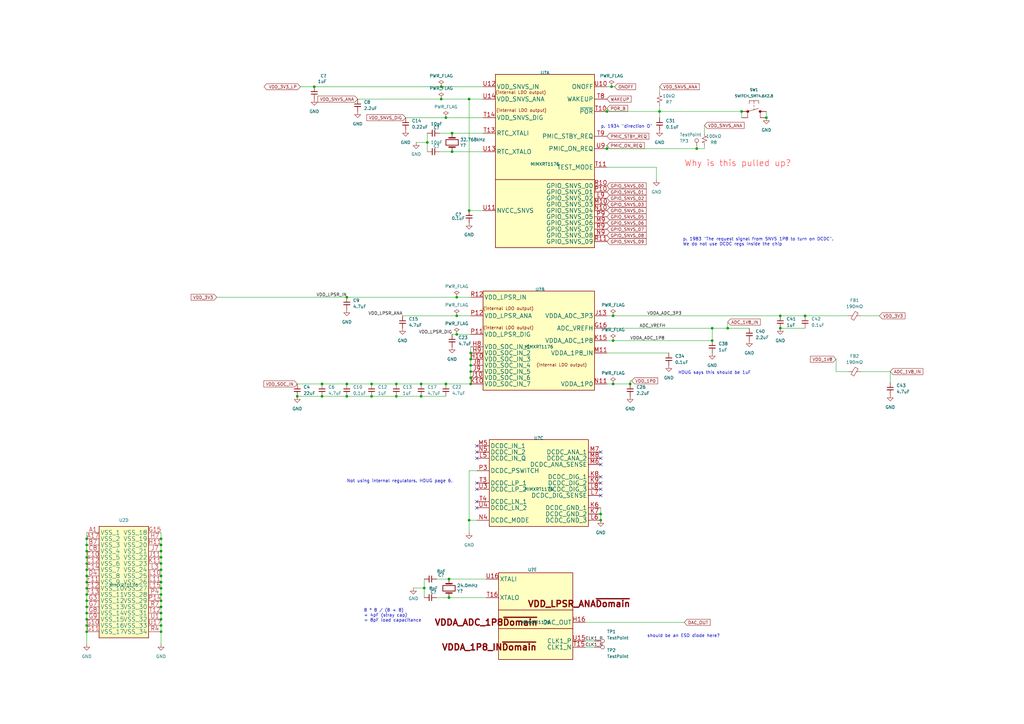
<source format=kicad_sch>
(kicad_sch (version 20230121) (generator eeschema)
  (paper "A3")
  (title_block (title "Soldermander") (date "2024-02-27") (rev "1.0") (company "Stanford Student Space Initiative") (comment 1 "RE: Flynn Dreilinger"))
  (lib_symbols
    (symbol "Connector:TestPoint" (pin_numbers hide) (pin_names (offset 0.762) hide)
      (property "Reference" "TP" (at 0 6.858 0))
      (property "Value" "TestPoint" (at 0 5.08 0))
      (symbol "TestPoint_1_1"
        (pin passive line (at 0 0 90) (length 2.54) (name "1") (number "1"))
      )
    )
    (symbol "Device:C_Small" (pin_numbers hide) (pin_names (offset 0.254) hide)
      (property "Reference" "C" (at 0.254 1.778 0))
      (property "Value" "C_Small" (at 0.254 -2.032 0))
      (symbol "C_Small_1_1"
        (pin passive line (at 0 2.54 270) (length 2.032) (name "~") (number "1"))
        (pin passive line (at 0 -2.54 90) (length 2.032) (name "~") (number "2"))
      )
    )
    (symbol "Device:Crystal" (pin_numbers hide) (pin_names (offset 1.016) hide)
      (property "Reference" "Y" (at 0 3.81 0))
      (property "Value" "Crystal" (at 0 -3.81 0))
      (symbol "Crystal_1_1"
        (pin passive line (at -3.81 0 0) (length 1.27) (name "1") (number "1"))
        (pin passive line (at 3.81 0 180) (length 1.27) (name "2") (number "2"))
      )
    )
    (symbol "Device:FerriteBead_Small" (pin_numbers hide) (pin_names (offset 0))
      (property "Reference" "FB" (at 1.905 1.27 0))
      (property "Value" "FerriteBead_Small" (at 1.905 -1.27 0))
      (symbol "FerriteBead_Small_1_1"
        (pin passive line (at 0 2.54 270) (length 1.27) (name "~") (number "1"))
        (pin passive line (at 0 -2.54 90) (length 1.27) (name "~") (number "2"))
      )
    )
    (symbol "Device:R_Small_US" (pin_numbers hide) (pin_names (offset 0.254) hide)
      (property "Reference" "R" (at 0.762 0.508 0))
      (property "Value" "R_Small_US" (at 0.762 -1.016 0))
      (symbol "R_Small_US_1_1"
        (pin passive line (at 0 2.54 270) (length 1.016) (name "~") (number "1"))
        (pin passive line (at 0 -2.54 90) (length 1.016) (name "~") (number "2"))
      )
    )
    (symbol "GND_1" (power) (pin_names (offset 0))
      (property "Value" "GND_1" (at 0 -3.81 0))
      (symbol "GND_1_1_1"
        (pin power_in line (at 0 0 270) (length 0) hide (name "GND") (number "1"))
      )
    )
    (symbol "MIMXRT1176_1"
      (property "Reference" "U" (at -13.97 50.8 0))
      (property "Value" "MIMXRT1176" (at 0 -1.27 0))
      (symbol "MIMXRT1176_1_0_2"
        (pin bidirectional line (at 25.4 -15.24 180) (length 5.08) (name "GPIO_SNVS_02") (number "L9"))
        (pin bidirectional line (at 25.4 -17.78 180) (length 5.08) (name "GPIO_SNVS_03") (number "M10"))
        (pin bidirectional line (at 25.4 -25.4 180) (length 5.08) (name "GPIO_SNVS_06") (number "M9"))
        (pin bidirectional line (at 25.4 -20.32 180) (length 5.08) (name "GPIO_SNVS_04") (number "N10"))
        (pin bidirectional line (at 25.4 -30.48 180) (length 5.08) (name "GPIO_SNVS_08") (number "N9"))
        (pin bidirectional line (at 25.4 -12.7 180) (length 5.08) (name "GPIO_SNVS_01") (number "P10"))
        (pin bidirectional line (at 25.4 -22.86 180) (length 5.08) (name "GPIO_SNVS_05") (number "P9"))
        (pin bidirectional line (at 25.4 -10.16 180) (length 5.08) (name "GPIO_SNVS_00") (number "R10"))
        (pin bidirectional line (at 25.4 -33.02 180) (length 5.08) (name "GPIO_SNVS_09") (number "R11"))
        (pin bidirectional line (at 25.4 -27.94 180) (length 5.08) (name "GPIO_SNVS_07") (number "R9"))
        (pin input line (at 25.4 20.32 180) (length 5.08) (name "~{POR}") (number "T10"))
        (pin input line (at 25.4 -2.54 180) (length 5.08) (name "TEST_MODE") (number "T11"))
        (pin input line (at -25.4 11.43 0) (length 5.08) (name "RTC_XTALI") (number "T13"))
        (pin power_in line (at -25.4 17.78 0) (length 5.08) (name "VDD_SNVS_DIG") (number "T14"))
        (pin passive line (at 25.4 25.4 180) (length 5.08) (name "WAKEUP") (number "T8"))
        (pin passive line (at 25.4 10.16 180) (length 5.08) (name "PMIC_STBY_REQ") (number "T9"))
        (pin input line (at 25.4 30.48 180) (length 5.08) (name "ONOFF") (number "U10"))
        (pin passive line (at -25.4 -20.32 0) (length 5.08) (name "NVCC_SNVS") (number "U11"))
        (pin power_in line (at -25.4 30.48 0) (length 5.08) (name "VDD_SNVS_IN") (number "U12"))
        (pin output line (at -25.4 3.81 0) (length 5.08) (name "RTC_XTALO") (number "U13"))
        (pin power_in line (at -25.4 25.4 0) (length 5.08) (name "VDD_SNVS_ANA") (number "U14"))
        (pin passive line (at 25.4 5.08 180) (length 5.08) (name "PMIC_ON_REQ") (number "U9"))
      )
      (symbol "MIMXRT1176_1_1_1"
        (text "(internal LDO output)" (at -20.32 27.432 0) (effects (font (size 1.27 1.27)) (justify left bottom)))
        (text "(internal LDO output)" (at -20.066 20.066 0) (effects (font (size 1.27 1.27)) (justify left bottom)))
        (pin bidirectional line (at 25.4 -15.24 180) (length 5.08) (name "GPIO_SNVS_02") (number "L9"))
        (pin bidirectional line (at 25.4 -17.78 180) (length 5.08) (name "GPIO_SNVS_03") (number "M10"))
        (pin bidirectional line (at 25.4 -25.4 180) (length 5.08) (name "GPIO_SNVS_06") (number "M9"))
        (pin bidirectional line (at 25.4 -20.32 180) (length 5.08) (name "GPIO_SNVS_04") (number "N10"))
        (pin bidirectional line (at 25.4 -30.48 180) (length 5.08) (name "GPIO_SNVS_08") (number "N9"))
        (pin bidirectional line (at 25.4 -12.7 180) (length 5.08) (name "GPIO_SNVS_01") (number "P10"))
        (pin bidirectional line (at 25.4 -22.86 180) (length 5.08) (name "GPIO_SNVS_05") (number "P9"))
        (pin bidirectional line (at 25.4 -10.16 180) (length 5.08) (name "GPIO_SNVS_00") (number "R10"))
        (pin bidirectional line (at 25.4 -33.02 180) (length 5.08) (name "GPIO_SNVS_09") (number "R11"))
        (pin bidirectional line (at 25.4 -27.94 180) (length 5.08) (name "GPIO_SNVS_07") (number "R9"))
        (pin input line (at 25.4 20.32 180) (length 5.08) (name "~{POR}") (number "T10"))
        (pin input line (at 25.4 -2.54 180) (length 5.08) (name "TEST_MODE") (number "T11"))
        (pin input line (at -25.4 11.43 0) (length 5.08) (name "RTC_XTALI") (number "T13"))
        (pin power_in line (at -25.4 17.78 0) (length 5.08) (name "VDD_SNVS_DIG") (number "T14"))
        (pin passive line (at 25.4 25.4 180) (length 5.08) (name "WAKEUP") (number "T8"))
        (pin passive line (at 25.4 10.16 180) (length 5.08) (name "PMIC_STBY_REQ") (number "T9"))
        (pin input line (at 25.4 30.48 180) (length 5.08) (name "ONOFF") (number "U10"))
        (pin passive line (at -25.4 -20.32 0) (length 5.08) (name "NVCC_SNVS") (number "U11"))
        (pin power_in line (at -25.4 30.48 0) (length 5.08) (name "VDD_SNVS_IN") (number "U12"))
        (pin output line (at -25.4 3.81 0) (length 5.08) (name "RTC_XTALO") (number "U13"))
        (pin power_in line (at -25.4 25.4 0) (length 5.08) (name "VDD_SNVS_ANA") (number "U14"))
        (pin passive line (at 25.4 5.08 180) (length 5.08) (name "PMIC_ON_REQ") (number "U9"))
      )
      (symbol "MIMXRT1176_1_2_1"
        (text "(internal LDO output)" (at -22.86 5.842 0) (effects (font (size 1.27 1.27)) (justify left bottom)))
        (text "(internal LDO output)" (at -22.86 13.716 0) (effects (font (size 1.27 1.27)) (justify left bottom)))
        (text "(internal LDO output)" (at -1.016 -9.398 0) (effects (font (size 1.27 1.27)) (justify left bottom)))
        (pin passive line (at 27.94 6.35 180) (length 5.08) (name "ADC_VREFH") (number "G16"))
        (pin passive line (at -27.94 -6.35 0) (length 5.08) (name "VDD_SOC_IN_3") (number "H10"))
        (pin passive line (at -27.94 -1.27 0) (length 5.08) (name "VDD_SOC_IN_1") (number "H8"))
        (pin passive line (at -27.94 -3.81 0) (length 5.08) (name "VDD_SOC_IN_2") (number "H9"))
        (pin passive line (at -27.94 -13.97 0) (length 5.08) (name "VDD_SOC_IN_6") (number "J10"))
        (pin power_in line (at 27.94 11.43 180) (length 5.08) (name "VDDA_ADC_3P3") (number "J13"))
        (pin passive line (at -27.94 -8.89 0) (length 5.08) (name "VDD_SOC_IN_4") (number "J8"))
        (pin passive line (at -27.94 -11.43 0) (length 5.08) (name "VDD_SOC_IN_5") (number "J9"))
        (pin passive line (at -27.94 -16.51 0) (length 5.08) (name "VDD_SOC_IN_7") (number "K10"))
        (pin power_in line (at 27.94 1.27 180) (length 5.08) (name "VDDA_ADC_1P8") (number "K15"))
        (pin power_in line (at 27.94 -3.81 180) (length 5.08) (name "VDDA_1P8_IN") (number "M11"))
        (pin power_in line (at 27.94 -16.51 180) (length 5.08) (name "VDDA_1P0") (number "N11"))
        (pin power_in line (at -27.94 3.81 0) (length 5.08) (name "VDD_LPSR_DIG") (number "P11"))
        (pin power_in line (at -27.94 11.43 0) (length 5.08) (name "VDD_LPSR_ANA") (number "P12"))
        (pin power_in line (at -27.94 19.05 0) (length 5.08) (name "VDD_LPSR_IN") (number "R12"))
      )
      (symbol "MIMXRT1176_1_3_1"
        (pin power_in line (at 25.4 -8.89 180) (length 5.08) (name "DCDC_GND_1") (number "K6"))
        (pin power_in line (at 25.4 -11.43 180) (length 5.08) (name "DCDC_GND_2") (number "K7"))
        (pin passive line (at 25.4 3.81 180) (length 5.08) (name "DCDC_DIG_1") (number "K8"))
        (pin passive line (at 25.4 1.27 180) (length 5.08) (name "DCDC_DIG_2") (number "K9"))
        (pin passive line (at -25.4 11.43 0) (length 5.08) (name "DCDC_IN_Q") (number "L5"))
        (pin power_in line (at 25.4 -13.97 180) (length 5.08) (name "DCDC_GND_3") (number "L6"))
        (pin passive line (at 25.4 -3.81 180) (length 5.08) (name "DCDC_DIG_SENSE") (number "L7"))
        (pin passive line (at 25.4 -1.27 180) (length 5.08) (name "DCDC_DIG_3") (number "L8"))
        (pin passive line (at -25.4 16.51 0) (length 5.08) (name "DCDC_IN_1") (number "M5"))
        (pin passive line (at 25.4 8.89 180) (length 5.08) (name "DCDC_ANA_SENSE") (number "M6"))
        (pin passive line (at 25.4 13.97 180) (length 5.08) (name "DCDC_ANA_1") (number "M7"))
        (pin passive line (at 25.4 11.43 180) (length 5.08) (name "DCDC_ANA_2") (number "M8"))
        (pin passive line (at -25.4 -13.97 0) (length 5.08) (name "DCDC_MODE") (number "N4"))
        (pin passive line (at -25.4 13.97 0) (length 5.08) (name "DCDC_IN_2") (number "N5"))
        (pin passive line (at -25.4 6.35 0) (length 5.08) (name "DCDC_PSWITCH") (number "P3"))
        (pin passive line (at -25.4 1.27 0) (length 5.08) (name "DCDC_LP_1") (number "T3"))
        (pin passive line (at -25.4 -6.35 0) (length 5.08) (name "DCDC_LN_1") (number "T4"))
        (pin passive line (at -25.4 -1.27 0) (length 5.08) (name "DCDC_LP_2") (number "U3"))
        (pin passive line (at -25.4 -8.89 0) (length 5.08) (name "DCDC_LN_2") (number "U4"))
      )
      (symbol "MIMXRT1176_1_4_1"
        (pin power_in line (at -15.24 20.32 0) (length 5.08) (name "VSS_1") (number "A1"))
        (pin power_in line (at -15.24 17.78 0) (length 5.08) (name "VSS_2") (number "A17"))
        (pin power_in line (at -15.24 15.24 0) (length 5.08) (name "VSS_3") (number "B7"))
        (pin power_in line (at -15.24 10.16 0) (length 5.08) (name "VSS_5") (number "C10"))
        (pin power_in line (at -15.24 7.62 0) (length 5.08) (name "VSS_6") (number "C12"))
        (pin power_in line (at -15.24 5.08 0) (length 5.08) (name "VSS_7") (number "C14"))
        (pin power_in line (at -15.24 12.7 0) (length 5.08) (name "VSS_4") (number "C8"))
        (pin power_in line (at -15.24 2.54 0) (length 5.08) (name "VSS_8") (number "D4"))
        (pin power_in line (at -15.24 0 0) (length 5.08) (name "VSS_9") (number "F11"))
        (pin power_in line (at -15.24 -2.54 0) (length 5.08) (name "VSS_10") (number "F12"))
        (pin power_in line (at -15.24 -5.08 0) (length 5.08) (name "VSS_11") (number "F13"))
        (pin power_in line (at -15.24 -17.78 0) (length 5.08) (name "VSS_16") (number "G10"))
        (pin power_in line (at -15.24 -20.32 0) (length 5.08) (name "VSS_17") (number "G11"))
        (pin power_in line (at 15.24 20.32 180) (length 5.08) (name "VSS_18") (number "G15"))
        (pin power_in line (at -15.24 -7.62 0) (length 5.08) (name "VSS_12") (number "G3"))
        (pin power_in line (at -15.24 -10.16 0) (length 5.08) (name "VSS_13") (number "G7"))
        (pin power_in line (at -15.24 -12.7 0) (length 5.08) (name "VSS_14") (number "G8"))
        (pin power_in line (at -15.24 -15.24 0) (length 5.08) (name "VSS_15") (number "G9"))
        (pin power_in line (at 15.24 15.24 180) (length 5.08) (name "VSS_20") (number "H11"))
        (pin power_in line (at 15.24 17.78 180) (length 5.08) (name "VSS_19") (number "H7"))
        (pin power_in line (at 15.24 10.16 180) (length 5.08) (name "VSS_22") (number "J11"))
        (pin power_in line (at 15.24 12.7 180) (length 5.08) (name "VSS_21") (number "J7"))
        (pin power_in line (at 15.24 7.62 180) (length 5.08) (name "VSS_23") (number "K11"))
        (pin power_in line (at 15.24 2.54 180) (length 5.08) (name "VSS_25") (number "L10"))
        (pin power_in line (at 15.24 0 180) (length 5.08) (name "VSS_26") (number "L11"))
        (pin power_in line (at 15.24 -2.54 180) (length 5.08) (name "VSS_27") (number "L15"))
        (pin power_in line (at 15.24 5.08 180) (length 5.08) (name "VSS_24") (number "L3"))
        (pin power_in line (at 15.24 -7.62 180) (length 5.08) (name "VSS_29") (number "P14"))
        (pin power_in line (at 15.24 -5.08 180) (length 5.08) (name "VSS_28") (number "P4"))
        (pin power_in line (at 15.24 -20.32 180) (length 5.08) (name "VSS_34") (number "R4"))
        (pin power_in line (at 15.24 -10.16 180) (length 5.08) (name "VSS_30") (number "R7"))
        (pin power_in line (at 15.24 -12.7 180) (length 5.08) (name "VSS_31") (number "T12"))
        (pin power_in line (at 15.24 -15.24 180) (length 5.08) (name "VSS_32") (number "U1"))
        (pin power_in line (at 15.24 -17.78 180) (length 5.08) (name "VSS_33") (number "U17"))
      )
      (symbol "MIMXRT1176_1_5_1"
        (text "VDD_LPSR_ANA~{Domain}" (at 17.78 6.35 0) (effects (font (size 2.54 2.54) bold)))
        (text "VDDA_1P8_IN~{Domain}" (at -19.05 -11.43 0) (effects (font (size 2.54 2.54) bold)))
        (text "VDDA_ADC_1P8~{Domain}" (at -20.32 -1.27 0) (effects (font (size 2.54 2.54) bold)))
        (pin passive line (at 20.32 -1.27 180) (length 5.08) (name "DAC_OUT") (number "H16"))
        (pin passive line (at 20.32 -11.43 180) (length 5.08) (name "CLK1_N") (number "T15"))
        (pin output line (at -20.32 8.89 0) (length 5.08) (name "XTALO") (number "T16"))
        (pin passive line (at 20.32 -8.89 180) (length 5.08) (name "CLK1_P") (number "U15"))
        (pin input line (at -20.32 16.51 0) (length 5.08) (name "XTALI") (number "U16"))
      )
      (symbol "MIMXRT1176_1_6_1"
        (pin bidirectional line (at 22.86 20.32 180) (length 5.08) (name "GPIO_LPSR_00") (number "N6"))
        (pin bidirectional line (at 22.86 10.16 180) (length 5.08) (name "GPIO_LPSR_04") (number "N7"))
        (pin bidirectional line (at 22.86 7.62 180) (length 5.08) (name "GPIO_LPSR_05") (number "N8"))
        (pin bidirectional line (at 22.86 -2.54 180) (length 5.08) (name "GPIO_LPSR_09") (number "P5"))
        (pin bidirectional line (at 22.86 15.24 180) (length 5.08) (name "GPIO_LPSR_02") (number "P6"))
        (pin passive line (at -22.86 2.54 0) (length 5.08) (name "NVCC_LPSR") (number "P7"))
        (pin bidirectional line (at 22.86 5.08 180) (length 5.08) (name "GPIO_LPSR_06") (number "P8"))
        (pin bidirectional line (at 22.86 -5.08 180) (length 5.08) (name "GPIO_LPSR_10") (number "R5"))
        (pin bidirectional line (at 22.86 17.78 180) (length 5.08) (name "GPIO_LPSR_01") (number "R6"))
        (pin bidirectional line (at 22.86 2.54 180) (length 5.08) (name "GPIO_LPSR_07") (number "R8"))
        (pin bidirectional line (at 22.86 -7.62 180) (length 5.08) (name "GPIO_LPSR_11") (number "T5"))
        (pin bidirectional line (at 22.86 -15.24 180) (length 5.08) (name "GPIO_LPSR_14") (number "T6"))
        (pin bidirectional line (at 22.86 12.7 180) (length 5.08) (name "GPIO_LPSR_03") (number "T7"))
        (pin bidirectional line (at 22.86 -10.16 180) (length 5.08) (name "GPIO_LPSR_12") (number "U5"))
        (pin bidirectional line (at 22.86 -12.7 180) (length 5.08) (name "GPIO_LPSR_13") (number "U6"))
        (pin bidirectional line (at 22.86 -17.78 180) (length 5.08) (name "GPIO_LPSR_15") (number "U7"))
        (pin bidirectional line (at 22.86 0 180) (length 5.08) (name "GPIO_LPSR_08") (number "U8"))
      )
      (symbol "MIMXRT1176_1_7_1"
        (pin bidirectional line (at 21.59 13.97 180) (length 5.08) (name "GPIO_SD_B1_05") (number "A16"))
        (pin bidirectional line (at 21.59 16.51 180) (length 5.08) (name "GPIO_SD_B1_04") (number "B15"))
        (pin bidirectional line (at 21.59 26.67 180) (length 5.08) (name "GPIO_SD_B1_00") (number "B16"))
        (pin bidirectional line (at 21.59 19.05 180) (length 5.08) (name "GPIO_SD_B1_03") (number "B17"))
        (pin bidirectional line (at 21.59 21.59 180) (length 5.08) (name "GPIO_SD_B1_02") (number "C15"))
        (pin power_in line (at -24.13 19.05 0) (length 5.08) (name "NVCC_SD1") (number "D14"))
        (pin bidirectional line (at 21.59 24.13 180) (length 5.08) (name "GPIO_SD_B1_01") (number "D15"))
        (pin bidirectional line (at 21.59 -6.35 180) (length 5.08) (name "GPIO_SD_B2_05") (number "E14"))
        (pin bidirectional line (at 21.59 -1.27 180) (length 5.08) (name "GPIO_SD_B2_03") (number "E15"))
        (pin bidirectional line (at 21.59 -3.81 180) (length 5.08) (name "GPIO_SD_B2_04") (number "F14"))
        (pin bidirectional line (at 21.59 -13.97 180) (length 5.08) (name "GPIO_SD_B2_08") (number "F15"))
        (pin bidirectional line (at 21.59 -21.59 180) (length 5.08) (name "GPIO_SD_B2_11") (number "F16"))
        (pin bidirectional line (at 21.59 -8.89 180) (length 5.08) (name "GPIO_SD_B2_06") (number "F17"))
        (pin power_in line (at -24.13 -6.35 0) (length 5.08) (name "NVCC_SD2") (number "G13"))
        (pin bidirectional line (at 21.59 -11.43 180) (length 5.08) (name "GPIO_SD_B2_07") (number "G14"))
        (pin bidirectional line (at 21.59 1.27 180) (length 5.08) (name "GPIO_SD_B2_02") (number "H13"))
        (pin bidirectional line (at 21.59 -19.05 180) (length 5.08) (name "GPIO_SD_B2_10") (number "H14"))
        (pin bidirectional line (at 21.59 -16.51 180) (length 5.08) (name "GPIO_SD_B2_09") (number "H15"))
        (pin bidirectional line (at 21.59 3.81 180) (length 5.08) (name "GPIO_SD_B2_01") (number "J14"))
        (pin bidirectional line (at 21.59 6.35 180) (length 5.08) (name "GPIO_SD_B2_00") (number "J15"))
      )
      (symbol "MIMXRT1176_1_8_1"
        (pin bidirectional line (at 21.59 -50.8 180) (length 5.08) (name "GPIO_AD_35") (number "G17"))
        (pin bidirectional line (at 21.59 -45.72 180) (length 5.08) (name "GPIO_AD_33") (number "H17"))
        (pin bidirectional line (at 21.59 -17.78 180) (length 5.08) (name "GPIO_AD_23") (number "J12"))
        (pin bidirectional line (at 21.59 -48.26 180) (length 5.08) (name "GPIO_AD_34") (number "J16"))
        (pin bidirectional line (at 21.59 -40.64 180) (length 5.08) (name "GPIO_AD_31") (number "J17"))
        (pin bidirectional line (at 21.59 -15.24 180) (length 5.08) (name "GPIO_AD_22") (number "K12"))
        (pin bidirectional line (at 21.59 -10.16 180) (length 5.08) (name "GPIO_AD_20") (number "K13"))
        (pin bidirectional line (at 21.59 -12.7 180) (length 5.08) (name "GPIO_AD_21") (number "K14"))
        (pin bidirectional line (at 21.59 -43.18 180) (length 5.08) (name "GPIO_AD_32") (number "K16"))
        (pin bidirectional line (at 21.59 -38.1 180) (length 5.08) (name "GPIO_AD_30") (number "K17"))
        (pin bidirectional line (at 21.59 10.16 180) (length 5.08) (name "GPIO_AD_13") (number "L12"))
        (pin bidirectional line (at 21.59 -20.32 180) (length 5.08) (name "GPIO_AD_24") (number "L13"))
        (pin bidirectional line (at 21.59 -25.4 180) (length 5.08) (name "GPIO_AD_26") (number "L14"))
        (pin bidirectional line (at 21.59 -5.08 180) (length 5.08) (name "GPIO_AD_19") (number "L16"))
        (pin bidirectional line (at 21.59 -30.48 180) (length 5.08) (name "GPIO_AD_28") (number "L17"))
        (pin power_in line (at -19.05 12.7 0) (length 5.08) (name "NVCC_GPIO") (number "M12"))
        (pin bidirectional line (at 21.59 35.56 180) (length 5.08) (name "GPIO_AD_04") (number "M13"))
        (pin bidirectional line (at 21.59 5.08 180) (length 5.08) (name "GPIO_AD_15") (number "M14"))
        (pin bidirectional line (at 21.59 -22.86 180) (length 5.08) (name "GPIO_AD_25") (number "M15"))
        (pin bidirectional line (at 21.59 -2.54 180) (length 5.08) (name "GPIO_AD_18") (number "M16"))
        (pin bidirectional line (at 21.59 -33.02 180) (length 5.08) (name "GPIO_AD_29") (number "M17"))
        (pin bidirectional line (at 21.59 45.72 180) (length 5.08) (name "GPIO_AD_00") (number "N12"))
        (pin bidirectional line (at 21.59 30.48 180) (length 5.08) (name "GPIO_AD_06") (number "N13"))
        (pin bidirectional line (at 21.59 7.62 180) (length 5.08) (name "GPIO_AD_14") (number "N14"))
        (pin bidirectional line (at 21.59 0 180) (length 5.08) (name "GPIO_AD_17") (number "N15"))
        (pin bidirectional line (at 21.59 -27.94 180) (length 5.08) (name "GPIO_AD_27") (number "N16"))
        (pin bidirectional line (at 21.59 2.54 180) (length 5.08) (name "GPIO_AD_16") (number "N17"))
        (pin bidirectional line (at 21.59 33.02 180) (length 5.08) (name "GPIO_AD_05") (number "P13"))
        (pin bidirectional line (at 21.59 38.1 180) (length 5.08) (name "GPIO_AD_03") (number "P15"))
        (pin bidirectional line (at 21.59 15.24 180) (length 5.08) (name "GPIO_AD_11") (number "P16"))
        (pin bidirectional line (at 21.59 12.7 180) (length 5.08) (name "GPIO_AD_12") (number "P17"))
        (pin bidirectional line (at 21.59 40.64 180) (length 5.08) (name "GPIO_AD_02") (number "R13"))
        (pin bidirectional line (at 21.59 43.18 180) (length 5.08) (name "GPIO_AD_01") (number "R14"))
        (pin bidirectional line (at 21.59 25.4 180) (length 5.08) (name "GPIO_AD_08") (number "R15"))
        (pin bidirectional line (at 21.59 22.86 180) (length 5.08) (name "GPIO_AD_09") (number "R16"))
        (pin bidirectional line (at 21.59 17.78 180) (length 5.08) (name "GPIO_AD_10") (number "R17"))
        (pin bidirectional line (at 21.59 27.94 180) (length 5.08) (name "GPIO_AD_07") (number "T17"))
      )
      (symbol "MIMXRT1176_1_9_1"
        (pin bidirectional line (at 22.86 11.43 180) (length 5.08) (name "GPIO_DISP_B1_11") (number "A14"))
        (pin bidirectional line (at 22.86 19.05 180) (length 5.08) (name "GPIO_DISP_B1_08") (number "A15"))
        (pin bidirectional line (at 22.86 -36.83 180) (length 5.08) (name "GPIO_DISP_B2_15") (number "A4"))
        (pin bidirectional line (at 22.86 -31.75 180) (length 5.08) (name "GPIO_DISP_B2_13") (number "A5"))
        (pin bidirectional line (at 22.86 -26.67 180) (length 5.08) (name "GPIO_DISP_B2_11") (number "A6"))
        (pin bidirectional line (at 22.86 -34.29 180) (length 5.08) (name "GPIO_DISP_B2_14") (number "A7"))
        (pin bidirectional line (at 22.86 13.97 180) (length 5.08) (name "GPIO_DISP_B1_10") (number "B14"))
        (pin bidirectional line (at 22.86 -19.05 180) (length 5.08) (name "GPIO_DISP_B2_08") (number "B5"))
        (pin bidirectional line (at 22.86 -29.21 180) (length 5.08) (name "GPIO_DISP_B2_12") (number "B6"))
        (pin bidirectional line (at 22.86 26.67 180) (length 5.08) (name "GPIO_DISP_B1_05") (number "C11"))
        (pin bidirectional line (at 22.86 16.51 180) (length 5.08) (name "GPIO_DISP_B1_09") (number "C13"))
        (pin bidirectional line (at 22.86 -13.97 180) (length 5.08) (name "GPIO_DISP_B2_06") (number "C6"))
        (pin bidirectional line (at 22.86 -8.89 180) (length 5.08) (name "GPIO_DISP_B2_04") (number "C7"))
        (pin bidirectional line (at 22.86 -11.43 180) (length 5.08) (name "GPIO_DISP_B2_05") (number "C9"))
        (pin bidirectional line (at 22.86 24.13 180) (length 5.08) (name "GPIO_DISP_B1_06") (number "D10"))
        (pin bidirectional line (at 22.86 34.29 180) (length 5.08) (name "GPIO_DISP_B1_02") (number "D11"))
        (pin passive line (at -22.86 21.59 0) (length 5.08) (name "NVCC_DISP1") (number "D12"))
        (pin bidirectional line (at 22.86 36.83 180) (length 5.08) (name "GPIO_DISP_B1_01") (number "D13"))
        (pin bidirectional line (at 22.86 -16.51 180) (length 5.08) (name "GPIO_DISP_B2_07") (number "D6"))
        (pin bidirectional line (at 22.86 -6.35 180) (length 5.08) (name "GPIO_DISP_B2_03") (number "D7"))
        (pin bidirectional line (at 22.86 -21.59 180) (length 5.08) (name "GPIO_DISP_B2_09") (number "D8"))
        (pin bidirectional line (at 22.86 -24.13 180) (length 5.08) (name "GPIO_DISP_B2_10") (number "D9"))
        (pin bidirectional line (at 22.86 29.21 180) (length 5.08) (name "GPIO_DISP_B1_04") (number "E10"))
        (pin bidirectional line (at 22.86 31.75 180) (length 5.08) (name "GPIO_DISP_B1_03") (number "E11"))
        (pin bidirectional line (at 22.86 21.59 180) (length 5.08) (name "GPIO_DISP_B1_07") (number "E12"))
        (pin bidirectional line (at 22.86 39.37 180) (length 5.08) (name "GPIO_DISP_B1_00") (number "E13"))
        (pin passive line (at -22.86 -11.43 0) (length 5.08) (name "NVCC_DISP2") (number "E7"))
        (pin bidirectional line (at 22.86 1.27 180) (length 5.08) (name "GPIO_DISP_B2_00") (number "E8"))
        (pin bidirectional line (at 22.86 -3.81 180) (length 5.08) (name "GPIO_DISP_B2_02") (number "E9"))
        (pin bidirectional line (at 22.86 -1.27 180) (length 5.08) (name "GPIO_DISP_B2_01") (number "F8"))
      )
      (symbol "MIMXRT1176_1_10_1"
        (pin bidirectional line (at 25.4 54.61 180) (length 5.08) (name "GPIO_EMC_B1_10") (number "A2"))
        (pin bidirectional line (at 25.4 59.69 180) (length 5.08) (name "GPIO_EMC_B1_09") (number "A3"))
        (pin bidirectional line (at 25.4 44.45 180) (length 5.08) (name "GPIO_EMC_B1_14") (number "B1"))
        (pin bidirectional line (at 25.4 19.05 180) (length 5.08) (name "GPIO_EMC_B1_23") (number "B2"))
        (pin bidirectional line (at 25.4 36.83 180) (length 5.08) (name "GPIO_EMC_B1_17") (number "B3"))
        (pin bidirectional line (at 25.4 34.29 180) (length 5.08) (name "GPIO_EMC_B1_18") (number "B4"))
        (pin bidirectional line (at 25.4 41.91 180) (length 5.08) (name "GPIO_EMC_B1_15") (number "C1"))
        (pin bidirectional line (at 25.4 52.07 180) (length 5.08) (name "GPIO_EMC_B1_11") (number "C2"))
        (pin bidirectional line (at 25.4 26.67 180) (length 5.08) (name "GPIO_EMC_B1_20") (number "C3"))
        (pin bidirectional line (at 25.4 31.75 180) (length 5.08) (name "GPIO_EMC_B1_19") (number "C4"))
        (pin bidirectional line (at 25.4 49.53 180) (length 5.08) (name "GPIO_EMC_B1_12") (number "C5"))
        (pin bidirectional line (at 25.4 -6.35 180) (length 5.08) (name "GPIO_EMC_B1_32") (number "D1"))
        (pin bidirectional line (at 25.4 -3.81 180) (length 5.08) (name "GPIO_EMC_B1_31") (number "D2"))
        (pin bidirectional line (at 25.4 39.37 180) (length 5.08) (name "GPIO_EMC_B1_16") (number "D3"))
        (pin bidirectional line (at 25.4 46.99 180) (length 5.08) (name "GPIO_EMC_B1_13") (number "D5"))
        (pin bidirectional line (at 25.4 -11.43 180) (length 5.08) (name "GPIO_EMC_B1_34") (number "E1"))
        (pin bidirectional line (at 25.4 -8.89 180) (length 5.08) (name "GPIO_EMC_B1_33") (number "E2"))
        (pin bidirectional line (at 25.4 -1.27 180) (length 5.08) (name "GPIO_EMC_B1_30") (number "E3"))
        (pin bidirectional line (at 25.4 74.93 180) (length 5.08) (name "GPIO_EMC_B1_03") (number "E4"))
        (pin bidirectional line (at 25.4 6.35 180) (length 5.08) (name "GPIO_EMC_B1_28") (number "E5"))
        (pin bidirectional line (at 25.4 3.81 180) (length 5.08) (name "GPIO_EMC_B1_29") (number "E6"))
        (pin bidirectional line (at 25.4 -13.97 180) (length 5.08) (name "GPIO_EMC_B1_35") (number "F1"))
        (pin bidirectional line (at 25.4 80.01 180) (length 5.08) (name "GPIO_EMC_B1_01") (number "F2"))
        (pin bidirectional line (at 25.4 82.55 180) (length 5.08) (name "GPIO_EMC_B1_00") (number "F3"))
        (pin bidirectional line (at 25.4 69.85 180) (length 5.08) (name "GPIO_EMC_B1_05") (number "F4"))
        (pin bidirectional line (at 25.4 62.23 180) (length 5.08) (name "GPIO_EMC_B1_08") (number "F5"))
        (pin power_in line (at -25.4 31.75 0) (length 5.08) (name "NVCC_EMC1_2") (number "F6"))
        (pin power_in line (at -25.4 34.29 0) (length 5.08) (name "NVCC_EMC1_1") (number "F7"))
        (pin bidirectional line (at 25.4 -16.51 180) (length 5.08) (name "GPIO_EMC_B1_36") (number "G1"))
        (pin bidirectional line (at 25.4 24.13 180) (length 5.08) (name "GPIO_EMC_B1_21") (number "G2"))
        (pin bidirectional line (at 25.4 77.47 180) (length 5.08) (name "GPIO_EMC_B1_02") (number "G4"))
        (pin bidirectional line (at 25.4 8.89 180) (length 5.08) (name "GPIO_EMC_B1_27") (number "G5"))
        (pin power_in line (at -25.4 29.21 0) (length 5.08) (name "NVCC_EMC1_3") (number "G6"))
        (pin bidirectional line (at 25.4 -19.05 180) (length 5.08) (name "GPIO_EMC_B1_37") (number "H1"))
        (pin bidirectional line (at 25.4 21.59 180) (length 5.08) (name "GPIO_EMC_B1_22") (number "H2"))
        (pin bidirectional line (at 25.4 64.77 180) (length 5.08) (name "GPIO_EMC_B1_07") (number "H3"))
        (pin bidirectional line (at 25.4 67.31 180) (length 5.08) (name "GPIO_EMC_B1_06") (number "H4"))
        (pin bidirectional line (at 25.4 72.39 180) (length 5.08) (name "GPIO_EMC_B1_04") (number "H5"))
        (pin power_in line (at -25.4 -59.69 0) (length 5.08) (name "NVCC_EMC2_1") (number "H6"))
        (pin bidirectional line (at 25.4 -21.59 180) (length 5.08) (name "GPIO_EMC_B1_38") (number "J1"))
        (pin bidirectional line (at 25.4 -24.13 180) (length 5.08) (name "GPIO_EMC_B1_39") (number "J2"))
        (pin bidirectional line (at 25.4 11.43 180) (length 5.08) (name "GPIO_EMC_B1_26") (number "J3"))
        (pin bidirectional line (at 25.4 13.97 180) (length 5.08) (name "GPIO_EMC_B1_25") (number "J4"))
        (pin bidirectional line (at 25.4 16.51 180) (length 5.08) (name "GPIO_EMC_B1_24") (number "J5"))
        (pin power_in line (at -25.4 -62.23 0) (length 5.08) (name "NVCC_EMC2_2") (number "J6"))
        (pin bidirectional line (at 25.4 -26.67 180) (length 5.08) (name "GPIO_EMC_B1_40") (number "K1"))
        (pin bidirectional line (at 25.4 -39.37 180) (length 5.08) (name "GPIO_EMC_B2_00") (number "K2"))
        (pin bidirectional line (at 25.4 -44.45 180) (length 5.08) (name "GPIO_EMC_B2_02") (number "K3"))
        (pin bidirectional line (at 25.4 -41.91 180) (length 5.08) (name "GPIO_EMC_B2_01") (number "K4"))
        (pin bidirectional line (at 25.4 -74.93 180) (length 5.08) (name "GPIO_EMC_B2_13") (number "K5"))
        (pin bidirectional line (at 25.4 -29.21 180) (length 5.08) (name "GPIO_EMC_B1_41") (number "L1"))
        (pin bidirectional line (at 25.4 -80.01 180) (length 5.08) (name "GPIO_EMC_B2_15") (number "L2"))
        (pin bidirectional line (at 25.4 -69.85 180) (length 5.08) (name "GPIO_EMC_B2_11") (number "L4"))
        (pin bidirectional line (at 25.4 -49.53 180) (length 5.08) (name "GPIO_EMC_B2_04") (number "M1"))
        (pin bidirectional line (at 25.4 -72.39 180) (length 5.08) (name "GPIO_EMC_B2_12") (number "M2"))
        (pin bidirectional line (at 25.4 -57.15 180) (length 5.08) (name "GPIO_EMC_B2_07") (number "M3"))
        (pin bidirectional line (at 25.4 -77.47 180) (length 5.08) (name "GPIO_EMC_B2_14") (number "M4"))
        (pin bidirectional line (at 25.4 -52.07 180) (length 5.08) (name "GPIO_EMC_B2_05") (number "N1"))
        (pin bidirectional line (at 25.4 -62.23 180) (length 5.08) (name "GPIO_EMC_B2_09") (number "N2"))
        (pin bidirectional line (at 25.4 -87.63 180) (length 5.08) (name "GPIO_EMC_B2_18") (number "N3"))
        (pin bidirectional line (at 25.4 -59.69 180) (length 5.08) (name "GPIO_EMC_B2_08") (number "P1"))
        (pin bidirectional line (at 25.4 -82.55 180) (length 5.08) (name "GPIO_EMC_B2_16") (number "P2"))
        (pin bidirectional line (at 25.4 -46.99 180) (length 5.08) (name "GPIO_EMC_B2_03") (number "R1"))
        (pin bidirectional line (at 25.4 -67.31 180) (length 5.08) (name "GPIO_EMC_B2_10") (number "R2"))
        (pin bidirectional line (at 25.4 -92.71 180) (length 5.08) (name "GPIO_EMC_B2_20") (number "R3"))
        (pin bidirectional line (at 25.4 -54.61 180) (length 5.08) (name "GPIO_EMC_B2_06") (number "T1"))
        (pin bidirectional line (at 25.4 -85.09 180) (length 5.08) (name "GPIO_EMC_B2_17") (number "T2"))
        (pin bidirectional line (at 25.4 -90.17 180) (length 5.08) (name "GPIO_EMC_B2_19") (number "U2"))
      )
      (symbol "MIMXRT1176_1_11_1"
        (pin passive line (at 22.86 -12.7 180) (length 5.08) (name "MIPI_DSI_DN1") (number "A10"))
        (pin input line (at 22.86 17.78 180) (length 5.08) (name "MIPI_CSI_DN0") (number "A11"))
        (pin passive line (at 22.86 2.54 180) (length 5.08) (name "MIPI_CSI_CKN") (number "A12"))
        (pin input line (at 22.86 10.16 180) (length 5.08) (name "MIPI_CSI_DN1") (number "A13"))
        (pin passive line (at 22.86 -5.08 180) (length 5.08) (name "MIPI_DSI_D0_N") (number "A8"))
        (pin passive line (at 22.86 -20.32 180) (length 5.08) (name "MIPI_DSI_CKN") (number "A9"))
        (pin passive line (at 22.86 -10.16 180) (length 5.08) (name "MIPI_DSI_DP1") (number "B10"))
        (pin input line (at 22.86 20.32 180) (length 5.08) (name "MIPI_CSI_DP0") (number "B11"))
        (pin passive line (at 22.86 5.08 180) (length 5.08) (name "MIPI_CSI_CKP") (number "B12"))
        (pin input line (at 22.86 12.7 180) (length 5.08) (name "MIPI_CSI_DP1") (number "B13"))
        (pin passive line (at 22.86 -2.54 180) (length 5.08) (name "MIPI_DSI_D0_P") (number "B8"))
        (pin passive line (at 22.86 -17.78 180) (length 5.08) (name "MIPI_DSI_CKP") (number "B9"))
        (pin power_in line (at -22.86 -7.62 0) (length 5.08) (name "VDD_MIPI_1P0") (number "F10"))
        (pin power_in line (at -22.86 7.62 0) (length 5.08) (name "VDD_MIPI_1P8") (number "F9"))
      )
      (symbol "MIMXRT1176_1_12_1"
        (pin passive line (at 20.32 -5.08 180) (length 5.08) (name "USB2_DN") (number "C16"))
        (pin passive line (at 20.32 -2.54 180) (length 5.08) (name "USB2_DP") (number "C17"))
        (pin passive line (at -20.32 -7.62 0) (length 5.08) (name "USB2_VBUS") (number "D16"))
        (pin passive line (at -20.32 -2.54 0) (length 5.08) (name "USB1_VBUS") (number "D17"))
        (pin passive line (at 20.32 5.08 180) (length 5.08) (name "USB1_DN") (number "E16"))
        (pin passive line (at 20.32 7.62 180) (length 5.08) (name "USB1_DP") (number "E17"))
        (pin power_in line (at -20.32 2.54 0) (length 5.08) (name "VDD_USB_3P3") (number "G12"))
        (pin power_in line (at -20.32 7.62 0) (length 5.08) (name "VDD_USB_1P8") (number "H12"))
      )
    )
    (symbol "MIMXRT1176_2"
      (property "Reference" "U" (at -13.97 50.8 0))
      (property "Value" "MIMXRT1176" (at 0 -1.27 0))
      (symbol "MIMXRT1176_2_0_2"
        (pin bidirectional line (at 25.4 -15.24 180) (length 5.08) (name "GPIO_SNVS_02") (number "L9"))
        (pin bidirectional line (at 25.4 -17.78 180) (length 5.08) (name "GPIO_SNVS_03") (number "M10"))
        (pin bidirectional line (at 25.4 -25.4 180) (length 5.08) (name "GPIO_SNVS_06") (number "M9"))
        (pin bidirectional line (at 25.4 -20.32 180) (length 5.08) (name "GPIO_SNVS_04") (number "N10"))
        (pin bidirectional line (at 25.4 -30.48 180) (length 5.08) (name "GPIO_SNVS_08") (number "N9"))
        (pin bidirectional line (at 25.4 -12.7 180) (length 5.08) (name "GPIO_SNVS_01") (number "P10"))
        (pin bidirectional line (at 25.4 -22.86 180) (length 5.08) (name "GPIO_SNVS_05") (number "P9"))
        (pin bidirectional line (at 25.4 -10.16 180) (length 5.08) (name "GPIO_SNVS_00") (number "R10"))
        (pin bidirectional line (at 25.4 -33.02 180) (length 5.08) (name "GPIO_SNVS_09") (number "R11"))
        (pin bidirectional line (at 25.4 -27.94 180) (length 5.08) (name "GPIO_SNVS_07") (number "R9"))
        (pin input line (at 25.4 20.32 180) (length 5.08) (name "~{POR}") (number "T10"))
        (pin input line (at 25.4 -2.54 180) (length 5.08) (name "TEST_MODE") (number "T11"))
        (pin input line (at -25.4 11.43 0) (length 5.08) (name "RTC_XTALI") (number "T13"))
        (pin power_in line (at -25.4 17.78 0) (length 5.08) (name "VDD_SNVS_DIG") (number "T14"))
        (pin passive line (at 25.4 25.4 180) (length 5.08) (name "WAKEUP") (number "T8"))
        (pin passive line (at 25.4 10.16 180) (length 5.08) (name "PMIC_STBY_REQ") (number "T9"))
        (pin input line (at 25.4 30.48 180) (length 5.08) (name "ONOFF") (number "U10"))
        (pin passive line (at -25.4 -20.32 0) (length 5.08) (name "NVCC_SNVS") (number "U11"))
        (pin power_in line (at -25.4 30.48 0) (length 5.08) (name "VDD_SNVS_IN") (number "U12"))
        (pin output line (at -25.4 3.81 0) (length 5.08) (name "RTC_XTALO") (number "U13"))
        (pin power_in line (at -25.4 25.4 0) (length 5.08) (name "VDD_SNVS_ANA") (number "U14"))
        (pin passive line (at 25.4 5.08 180) (length 5.08) (name "PMIC_ON_REQ") (number "U9"))
      )
      (symbol "MIMXRT1176_2_1_1"
        (text "(internal LDO output)" (at -20.32 27.432 0) (effects (font (size 1.27 1.27)) (justify left bottom)))
        (text "(internal LDO output)" (at -20.066 20.066 0) (effects (font (size 1.27 1.27)) (justify left bottom)))
        (pin bidirectional line (at 25.4 -15.24 180) (length 5.08) (name "GPIO_SNVS_02") (number "L9"))
        (pin bidirectional line (at 25.4 -17.78 180) (length 5.08) (name "GPIO_SNVS_03") (number "M10"))
        (pin bidirectional line (at 25.4 -25.4 180) (length 5.08) (name "GPIO_SNVS_06") (number "M9"))
        (pin bidirectional line (at 25.4 -20.32 180) (length 5.08) (name "GPIO_SNVS_04") (number "N10"))
        (pin bidirectional line (at 25.4 -30.48 180) (length 5.08) (name "GPIO_SNVS_08") (number "N9"))
        (pin bidirectional line (at 25.4 -12.7 180) (length 5.08) (name "GPIO_SNVS_01") (number "P10"))
        (pin bidirectional line (at 25.4 -22.86 180) (length 5.08) (name "GPIO_SNVS_05") (number "P9"))
        (pin bidirectional line (at 25.4 -10.16 180) (length 5.08) (name "GPIO_SNVS_00") (number "R10"))
        (pin bidirectional line (at 25.4 -33.02 180) (length 5.08) (name "GPIO_SNVS_09") (number "R11"))
        (pin bidirectional line (at 25.4 -27.94 180) (length 5.08) (name "GPIO_SNVS_07") (number "R9"))
        (pin input line (at 25.4 20.32 180) (length 5.08) (name "~{POR}") (number "T10"))
        (pin input line (at 25.4 -2.54 180) (length 5.08) (name "TEST_MODE") (number "T11"))
        (pin input line (at -25.4 11.43 0) (length 5.08) (name "RTC_XTALI") (number "T13"))
        (pin power_in line (at -25.4 17.78 0) (length 5.08) (name "VDD_SNVS_DIG") (number "T14"))
        (pin passive line (at 25.4 25.4 180) (length 5.08) (name "WAKEUP") (number "T8"))
        (pin passive line (at 25.4 10.16 180) (length 5.08) (name "PMIC_STBY_REQ") (number "T9"))
        (pin input line (at 25.4 30.48 180) (length 5.08) (name "ONOFF") (number "U10"))
        (pin passive line (at -25.4 -20.32 0) (length 5.08) (name "NVCC_SNVS") (number "U11"))
        (pin power_in line (at -25.4 30.48 0) (length 5.08) (name "VDD_SNVS_IN") (number "U12"))
        (pin output line (at -25.4 3.81 0) (length 5.08) (name "RTC_XTALO") (number "U13"))
        (pin power_in line (at -25.4 25.4 0) (length 5.08) (name "VDD_SNVS_ANA") (number "U14"))
        (pin passive line (at 25.4 5.08 180) (length 5.08) (name "PMIC_ON_REQ") (number "U9"))
      )
      (symbol "MIMXRT1176_2_2_1"
        (text "(internal LDO output)" (at -22.86 5.842 0) (effects (font (size 1.27 1.27)) (justify left bottom)))
        (text "(internal LDO output)" (at -22.86 13.716 0) (effects (font (size 1.27 1.27)) (justify left bottom)))
        (text "(internal LDO output)" (at -1.016 -9.398 0) (effects (font (size 1.27 1.27)) (justify left bottom)))
        (pin passive line (at 27.94 6.35 180) (length 5.08) (name "ADC_VREFH") (number "G16"))
        (pin passive line (at -27.94 -6.35 0) (length 5.08) (name "VDD_SOC_IN_3") (number "H10"))
        (pin passive line (at -27.94 -1.27 0) (length 5.08) (name "VDD_SOC_IN_1") (number "H8"))
        (pin passive line (at -27.94 -3.81 0) (length 5.08) (name "VDD_SOC_IN_2") (number "H9"))
        (pin passive line (at -27.94 -13.97 0) (length 5.08) (name "VDD_SOC_IN_6") (number "J10"))
        (pin power_in line (at 27.94 11.43 180) (length 5.08) (name "VDDA_ADC_3P3") (number "J13"))
        (pin passive line (at -27.94 -8.89 0) (length 5.08) (name "VDD_SOC_IN_4") (number "J8"))
        (pin passive line (at -27.94 -11.43 0) (length 5.08) (name "VDD_SOC_IN_5") (number "J9"))
        (pin passive line (at -27.94 -16.51 0) (length 5.08) (name "VDD_SOC_IN_7") (number "K10"))
        (pin power_in line (at 27.94 1.27 180) (length 5.08) (name "VDDA_ADC_1P8") (number "K15"))
        (pin power_in line (at 27.94 -3.81 180) (length 5.08) (name "VDDA_1P8_IN") (number "M11"))
        (pin power_in line (at 27.94 -16.51 180) (length 5.08) (name "VDDA_1P0") (number "N11"))
        (pin power_in line (at -27.94 3.81 0) (length 5.08) (name "VDD_LPSR_DIG") (number "P11"))
        (pin power_in line (at -27.94 11.43 0) (length 5.08) (name "VDD_LPSR_ANA") (number "P12"))
        (pin power_in line (at -27.94 19.05 0) (length 5.08) (name "VDD_LPSR_IN") (number "R12"))
      )
      (symbol "MIMXRT1176_2_3_1"
        (pin power_in line (at 25.4 -8.89 180) (length 5.08) (name "DCDC_GND_1") (number "K6"))
        (pin power_in line (at 25.4 -11.43 180) (length 5.08) (name "DCDC_GND_2") (number "K7"))
        (pin passive line (at 25.4 3.81 180) (length 5.08) (name "DCDC_DIG_1") (number "K8"))
        (pin passive line (at 25.4 1.27 180) (length 5.08) (name "DCDC_DIG_2") (number "K9"))
        (pin passive line (at -25.4 11.43 0) (length 5.08) (name "DCDC_IN_Q") (number "L5"))
        (pin power_in line (at 25.4 -13.97 180) (length 5.08) (name "DCDC_GND_3") (number "L6"))
        (pin passive line (at 25.4 -3.81 180) (length 5.08) (name "DCDC_DIG_SENSE") (number "L7"))
        (pin passive line (at 25.4 -1.27 180) (length 5.08) (name "DCDC_DIG_3") (number "L8"))
        (pin passive line (at -25.4 16.51 0) (length 5.08) (name "DCDC_IN_1") (number "M5"))
        (pin passive line (at 25.4 8.89 180) (length 5.08) (name "DCDC_ANA_SENSE") (number "M6"))
        (pin passive line (at 25.4 13.97 180) (length 5.08) (name "DCDC_ANA_1") (number "M7"))
        (pin passive line (at 25.4 11.43 180) (length 5.08) (name "DCDC_ANA_2") (number "M8"))
        (pin passive line (at -25.4 -13.97 0) (length 5.08) (name "DCDC_MODE") (number "N4"))
        (pin passive line (at -25.4 13.97 0) (length 5.08) (name "DCDC_IN_2") (number "N5"))
        (pin passive line (at -25.4 6.35 0) (length 5.08) (name "DCDC_PSWITCH") (number "P3"))
        (pin passive line (at -25.4 1.27 0) (length 5.08) (name "DCDC_LP_1") (number "T3"))
        (pin passive line (at -25.4 -6.35 0) (length 5.08) (name "DCDC_LN_1") (number "T4"))
        (pin passive line (at -25.4 -1.27 0) (length 5.08) (name "DCDC_LP_2") (number "U3"))
        (pin passive line (at -25.4 -8.89 0) (length 5.08) (name "DCDC_LN_2") (number "U4"))
      )
      (symbol "MIMXRT1176_2_4_1"
        (pin power_in line (at -15.24 20.32 0) (length 5.08) (name "VSS_1") (number "A1"))
        (pin power_in line (at -15.24 17.78 0) (length 5.08) (name "VSS_2") (number "A17"))
        (pin power_in line (at -15.24 15.24 0) (length 5.08) (name "VSS_3") (number "B7"))
        (pin power_in line (at -15.24 10.16 0) (length 5.08) (name "VSS_5") (number "C10"))
        (pin power_in line (at -15.24 7.62 0) (length 5.08) (name "VSS_6") (number "C12"))
        (pin power_in line (at -15.24 5.08 0) (length 5.08) (name "VSS_7") (number "C14"))
        (pin power_in line (at -15.24 12.7 0) (length 5.08) (name "VSS_4") (number "C8"))
        (pin power_in line (at -15.24 2.54 0) (length 5.08) (name "VSS_8") (number "D4"))
        (pin power_in line (at -15.24 0 0) (length 5.08) (name "VSS_9") (number "F11"))
        (pin power_in line (at -15.24 -2.54 0) (length 5.08) (name "VSS_10") (number "F12"))
        (pin power_in line (at -15.24 -5.08 0) (length 5.08) (name "VSS_11") (number "F13"))
        (pin power_in line (at -15.24 -17.78 0) (length 5.08) (name "VSS_16") (number "G10"))
        (pin power_in line (at -15.24 -20.32 0) (length 5.08) (name "VSS_17") (number "G11"))
        (pin power_in line (at 15.24 20.32 180) (length 5.08) (name "VSS_18") (number "G15"))
        (pin power_in line (at -15.24 -7.62 0) (length 5.08) (name "VSS_12") (number "G3"))
        (pin power_in line (at -15.24 -10.16 0) (length 5.08) (name "VSS_13") (number "G7"))
        (pin power_in line (at -15.24 -12.7 0) (length 5.08) (name "VSS_14") (number "G8"))
        (pin power_in line (at -15.24 -15.24 0) (length 5.08) (name "VSS_15") (number "G9"))
        (pin power_in line (at 15.24 15.24 180) (length 5.08) (name "VSS_20") (number "H11"))
        (pin power_in line (at 15.24 17.78 180) (length 5.08) (name "VSS_19") (number "H7"))
        (pin power_in line (at 15.24 10.16 180) (length 5.08) (name "VSS_22") (number "J11"))
        (pin power_in line (at 15.24 12.7 180) (length 5.08) (name "VSS_21") (number "J7"))
        (pin power_in line (at 15.24 7.62 180) (length 5.08) (name "VSS_23") (number "K11"))
        (pin power_in line (at 15.24 2.54 180) (length 5.08) (name "VSS_25") (number "L10"))
        (pin power_in line (at 15.24 0 180) (length 5.08) (name "VSS_26") (number "L11"))
        (pin power_in line (at 15.24 -2.54 180) (length 5.08) (name "VSS_27") (number "L15"))
        (pin power_in line (at 15.24 5.08 180) (length 5.08) (name "VSS_24") (number "L3"))
        (pin power_in line (at 15.24 -7.62 180) (length 5.08) (name "VSS_29") (number "P14"))
        (pin power_in line (at 15.24 -5.08 180) (length 5.08) (name "VSS_28") (number "P4"))
        (pin power_in line (at 15.24 -20.32 180) (length 5.08) (name "VSS_34") (number "R4"))
        (pin power_in line (at 15.24 -10.16 180) (length 5.08) (name "VSS_30") (number "R7"))
        (pin power_in line (at 15.24 -12.7 180) (length 5.08) (name "VSS_31") (number "T12"))
        (pin power_in line (at 15.24 -15.24 180) (length 5.08) (name "VSS_32") (number "U1"))
        (pin power_in line (at 15.24 -17.78 180) (length 5.08) (name "VSS_33") (number "U17"))
      )
      (symbol "MIMXRT1176_2_5_1"
        (text "VDD_LPSR_ANA~{Domain}" (at 17.78 6.35 0) (effects (font (size 2.54 2.54) bold)))
        (text "VDDA_1P8_IN~{Domain}" (at -19.05 -11.43 0) (effects (font (size 2.54 2.54) bold)))
        (text "VDDA_ADC_1P8~{Domain}" (at -20.32 -1.27 0) (effects (font (size 2.54 2.54) bold)))
        (pin passive line (at 20.32 -1.27 180) (length 5.08) (name "DAC_OUT") (number "H16"))
        (pin passive line (at 20.32 -11.43 180) (length 5.08) (name "CLK1_N") (number "T15"))
        (pin output line (at -20.32 8.89 0) (length 5.08) (name "XTALO") (number "T16"))
        (pin passive line (at 20.32 -8.89 180) (length 5.08) (name "CLK1_P") (number "U15"))
        (pin input line (at -20.32 16.51 0) (length 5.08) (name "XTALI") (number "U16"))
      )
      (symbol "MIMXRT1176_2_6_1"
        (pin bidirectional line (at 22.86 20.32 180) (length 5.08) (name "GPIO_LPSR_00") (number "N6"))
        (pin bidirectional line (at 22.86 10.16 180) (length 5.08) (name "GPIO_LPSR_04") (number "N7"))
        (pin bidirectional line (at 22.86 7.62 180) (length 5.08) (name "GPIO_LPSR_05") (number "N8"))
        (pin bidirectional line (at 22.86 -2.54 180) (length 5.08) (name "GPIO_LPSR_09") (number "P5"))
        (pin bidirectional line (at 22.86 15.24 180) (length 5.08) (name "GPIO_LPSR_02") (number "P6"))
        (pin passive line (at -22.86 2.54 0) (length 5.08) (name "NVCC_LPSR") (number "P7"))
        (pin bidirectional line (at 22.86 5.08 180) (length 5.08) (name "GPIO_LPSR_06") (number "P8"))
        (pin bidirectional line (at 22.86 -5.08 180) (length 5.08) (name "GPIO_LPSR_10") (number "R5"))
        (pin bidirectional line (at 22.86 17.78 180) (length 5.08) (name "GPIO_LPSR_01") (number "R6"))
        (pin bidirectional line (at 22.86 2.54 180) (length 5.08) (name "GPIO_LPSR_07") (number "R8"))
        (pin bidirectional line (at 22.86 -7.62 180) (length 5.08) (name "GPIO_LPSR_11") (number "T5"))
        (pin bidirectional line (at 22.86 -15.24 180) (length 5.08) (name "GPIO_LPSR_14") (number "T6"))
        (pin bidirectional line (at 22.86 12.7 180) (length 5.08) (name "GPIO_LPSR_03") (number "T7"))
        (pin bidirectional line (at 22.86 -10.16 180) (length 5.08) (name "GPIO_LPSR_12") (number "U5"))
        (pin bidirectional line (at 22.86 -12.7 180) (length 5.08) (name "GPIO_LPSR_13") (number "U6"))
        (pin bidirectional line (at 22.86 -17.78 180) (length 5.08) (name "GPIO_LPSR_15") (number "U7"))
        (pin bidirectional line (at 22.86 0 180) (length 5.08) (name "GPIO_LPSR_08") (number "U8"))
      )
      (symbol "MIMXRT1176_2_7_1"
        (pin bidirectional line (at 21.59 13.97 180) (length 5.08) (name "GPIO_SD_B1_05") (number "A16"))
        (pin bidirectional line (at 21.59 16.51 180) (length 5.08) (name "GPIO_SD_B1_04") (number "B15"))
        (pin bidirectional line (at 21.59 26.67 180) (length 5.08) (name "GPIO_SD_B1_00") (number "B16"))
        (pin bidirectional line (at 21.59 19.05 180) (length 5.08) (name "GPIO_SD_B1_03") (number "B17"))
        (pin bidirectional line (at 21.59 21.59 180) (length 5.08) (name "GPIO_SD_B1_02") (number "C15"))
        (pin power_in line (at -24.13 19.05 0) (length 5.08) (name "NVCC_SD1") (number "D14"))
        (pin bidirectional line (at 21.59 24.13 180) (length 5.08) (name "GPIO_SD_B1_01") (number "D15"))
        (pin bidirectional line (at 21.59 -6.35 180) (length 5.08) (name "GPIO_SD_B2_05") (number "E14"))
        (pin bidirectional line (at 21.59 -1.27 180) (length 5.08) (name "GPIO_SD_B2_03") (number "E15"))
        (pin bidirectional line (at 21.59 -3.81 180) (length 5.08) (name "GPIO_SD_B2_04") (number "F14"))
        (pin bidirectional line (at 21.59 -13.97 180) (length 5.08) (name "GPIO_SD_B2_08") (number "F15"))
        (pin bidirectional line (at 21.59 -21.59 180) (length 5.08) (name "GPIO_SD_B2_11") (number "F16"))
        (pin bidirectional line (at 21.59 -8.89 180) (length 5.08) (name "GPIO_SD_B2_06") (number "F17"))
        (pin power_in line (at -24.13 -6.35 0) (length 5.08) (name "NVCC_SD2") (number "G13"))
        (pin bidirectional line (at 21.59 -11.43 180) (length 5.08) (name "GPIO_SD_B2_07") (number "G14"))
        (pin bidirectional line (at 21.59 1.27 180) (length 5.08) (name "GPIO_SD_B2_02") (number "H13"))
        (pin bidirectional line (at 21.59 -19.05 180) (length 5.08) (name "GPIO_SD_B2_10") (number "H14"))
        (pin bidirectional line (at 21.59 -16.51 180) (length 5.08) (name "GPIO_SD_B2_09") (number "H15"))
        (pin bidirectional line (at 21.59 3.81 180) (length 5.08) (name "GPIO_SD_B2_01") (number "J14"))
        (pin bidirectional line (at 21.59 6.35 180) (length 5.08) (name "GPIO_SD_B2_00") (number "J15"))
      )
      (symbol "MIMXRT1176_2_8_1"
        (pin bidirectional line (at 21.59 -50.8 180) (length 5.08) (name "GPIO_AD_35") (number "G17"))
        (pin bidirectional line (at 21.59 -45.72 180) (length 5.08) (name "GPIO_AD_33") (number "H17"))
        (pin bidirectional line (at 21.59 -17.78 180) (length 5.08) (name "GPIO_AD_23") (number "J12"))
        (pin bidirectional line (at 21.59 -48.26 180) (length 5.08) (name "GPIO_AD_34") (number "J16"))
        (pin bidirectional line (at 21.59 -40.64 180) (length 5.08) (name "GPIO_AD_31") (number "J17"))
        (pin bidirectional line (at 21.59 -15.24 180) (length 5.08) (name "GPIO_AD_22") (number "K12"))
        (pin bidirectional line (at 21.59 -10.16 180) (length 5.08) (name "GPIO_AD_20") (number "K13"))
        (pin bidirectional line (at 21.59 -12.7 180) (length 5.08) (name "GPIO_AD_21") (number "K14"))
        (pin bidirectional line (at 21.59 -43.18 180) (length 5.08) (name "GPIO_AD_32") (number "K16"))
        (pin bidirectional line (at 21.59 -38.1 180) (length 5.08) (name "GPIO_AD_30") (number "K17"))
        (pin bidirectional line (at 21.59 10.16 180) (length 5.08) (name "GPIO_AD_13") (number "L12"))
        (pin bidirectional line (at 21.59 -20.32 180) (length 5.08) (name "GPIO_AD_24") (number "L13"))
        (pin bidirectional line (at 21.59 -25.4 180) (length 5.08) (name "GPIO_AD_26") (number "L14"))
        (pin bidirectional line (at 21.59 -5.08 180) (length 5.08) (name "GPIO_AD_19") (number "L16"))
        (pin bidirectional line (at 21.59 -30.48 180) (length 5.08) (name "GPIO_AD_28") (number "L17"))
        (pin power_in line (at -19.05 12.7 0) (length 5.08) (name "NVCC_GPIO") (number "M12"))
        (pin bidirectional line (at 21.59 35.56 180) (length 5.08) (name "GPIO_AD_04") (number "M13"))
        (pin bidirectional line (at 21.59 5.08 180) (length 5.08) (name "GPIO_AD_15") (number "M14"))
        (pin bidirectional line (at 21.59 -22.86 180) (length 5.08) (name "GPIO_AD_25") (number "M15"))
        (pin bidirectional line (at 21.59 -2.54 180) (length 5.08) (name "GPIO_AD_18") (number "M16"))
        (pin bidirectional line (at 21.59 -33.02 180) (length 5.08) (name "GPIO_AD_29") (number "M17"))
        (pin bidirectional line (at 21.59 45.72 180) (length 5.08) (name "GPIO_AD_00") (number "N12"))
        (pin bidirectional line (at 21.59 30.48 180) (length 5.08) (name "GPIO_AD_06") (number "N13"))
        (pin bidirectional line (at 21.59 7.62 180) (length 5.08) (name "GPIO_AD_14") (number "N14"))
        (pin bidirectional line (at 21.59 0 180) (length 5.08) (name "GPIO_AD_17") (number "N15"))
        (pin bidirectional line (at 21.59 -27.94 180) (length 5.08) (name "GPIO_AD_27") (number "N16"))
        (pin bidirectional line (at 21.59 2.54 180) (length 5.08) (name "GPIO_AD_16") (number "N17"))
        (pin bidirectional line (at 21.59 33.02 180) (length 5.08) (name "GPIO_AD_05") (number "P13"))
        (pin bidirectional line (at 21.59 38.1 180) (length 5.08) (name "GPIO_AD_03") (number "P15"))
        (pin bidirectional line (at 21.59 15.24 180) (length 5.08) (name "GPIO_AD_11") (number "P16"))
        (pin bidirectional line (at 21.59 12.7 180) (length 5.08) (name "GPIO_AD_12") (number "P17"))
        (pin bidirectional line (at 21.59 40.64 180) (length 5.08) (name "GPIO_AD_02") (number "R13"))
        (pin bidirectional line (at 21.59 43.18 180) (length 5.08) (name "GPIO_AD_01") (number "R14"))
        (pin bidirectional line (at 21.59 25.4 180) (length 5.08) (name "GPIO_AD_08") (number "R15"))
        (pin bidirectional line (at 21.59 22.86 180) (length 5.08) (name "GPIO_AD_09") (number "R16"))
        (pin bidirectional line (at 21.59 17.78 180) (length 5.08) (name "GPIO_AD_10") (number "R17"))
        (pin bidirectional line (at 21.59 27.94 180) (length 5.08) (name "GPIO_AD_07") (number "T17"))
      )
      (symbol "MIMXRT1176_2_9_1"
        (pin bidirectional line (at 22.86 11.43 180) (length 5.08) (name "GPIO_DISP_B1_11") (number "A14"))
        (pin bidirectional line (at 22.86 19.05 180) (length 5.08) (name "GPIO_DISP_B1_08") (number "A15"))
        (pin bidirectional line (at 22.86 -36.83 180) (length 5.08) (name "GPIO_DISP_B2_15") (number "A4"))
        (pin bidirectional line (at 22.86 -31.75 180) (length 5.08) (name "GPIO_DISP_B2_13") (number "A5"))
        (pin bidirectional line (at 22.86 -26.67 180) (length 5.08) (name "GPIO_DISP_B2_11") (number "A6"))
        (pin bidirectional line (at 22.86 -34.29 180) (length 5.08) (name "GPIO_DISP_B2_14") (number "A7"))
        (pin bidirectional line (at 22.86 13.97 180) (length 5.08) (name "GPIO_DISP_B1_10") (number "B14"))
        (pin bidirectional line (at 22.86 -19.05 180) (length 5.08) (name "GPIO_DISP_B2_08") (number "B5"))
        (pin bidirectional line (at 22.86 -29.21 180) (length 5.08) (name "GPIO_DISP_B2_12") (number "B6"))
        (pin bidirectional line (at 22.86 26.67 180) (length 5.08) (name "GPIO_DISP_B1_05") (number "C11"))
        (pin bidirectional line (at 22.86 16.51 180) (length 5.08) (name "GPIO_DISP_B1_09") (number "C13"))
        (pin bidirectional line (at 22.86 -13.97 180) (length 5.08) (name "GPIO_DISP_B2_06") (number "C6"))
        (pin bidirectional line (at 22.86 -8.89 180) (length 5.08) (name "GPIO_DISP_B2_04") (number "C7"))
        (pin bidirectional line (at 22.86 -11.43 180) (length 5.08) (name "GPIO_DISP_B2_05") (number "C9"))
        (pin bidirectional line (at 22.86 24.13 180) (length 5.08) (name "GPIO_DISP_B1_06") (number "D10"))
        (pin bidirectional line (at 22.86 34.29 180) (length 5.08) (name "GPIO_DISP_B1_02") (number "D11"))
        (pin passive line (at -22.86 21.59 0) (length 5.08) (name "NVCC_DISP1") (number "D12"))
        (pin bidirectional line (at 22.86 36.83 180) (length 5.08) (name "GPIO_DISP_B1_01") (number "D13"))
        (pin bidirectional line (at 22.86 -16.51 180) (length 5.08) (name "GPIO_DISP_B2_07") (number "D6"))
        (pin bidirectional line (at 22.86 -6.35 180) (length 5.08) (name "GPIO_DISP_B2_03") (number "D7"))
        (pin bidirectional line (at 22.86 -21.59 180) (length 5.08) (name "GPIO_DISP_B2_09") (number "D8"))
        (pin bidirectional line (at 22.86 -24.13 180) (length 5.08) (name "GPIO_DISP_B2_10") (number "D9"))
        (pin bidirectional line (at 22.86 29.21 180) (length 5.08) (name "GPIO_DISP_B1_04") (number "E10"))
        (pin bidirectional line (at 22.86 31.75 180) (length 5.08) (name "GPIO_DISP_B1_03") (number "E11"))
        (pin bidirectional line (at 22.86 21.59 180) (length 5.08) (name "GPIO_DISP_B1_07") (number "E12"))
        (pin bidirectional line (at 22.86 39.37 180) (length 5.08) (name "GPIO_DISP_B1_00") (number "E13"))
        (pin passive line (at -22.86 -11.43 0) (length 5.08) (name "NVCC_DISP2") (number "E7"))
        (pin bidirectional line (at 22.86 1.27 180) (length 5.08) (name "GPIO_DISP_B2_00") (number "E8"))
        (pin bidirectional line (at 22.86 -3.81 180) (length 5.08) (name "GPIO_DISP_B2_02") (number "E9"))
        (pin bidirectional line (at 22.86 -1.27 180) (length 5.08) (name "GPIO_DISP_B2_01") (number "F8"))
      )
      (symbol "MIMXRT1176_2_10_1"
        (pin bidirectional line (at 25.4 54.61 180) (length 5.08) (name "GPIO_EMC_B1_10") (number "A2"))
        (pin bidirectional line (at 25.4 59.69 180) (length 5.08) (name "GPIO_EMC_B1_09") (number "A3"))
        (pin bidirectional line (at 25.4 44.45 180) (length 5.08) (name "GPIO_EMC_B1_14") (number "B1"))
        (pin bidirectional line (at 25.4 19.05 180) (length 5.08) (name "GPIO_EMC_B1_23") (number "B2"))
        (pin bidirectional line (at 25.4 36.83 180) (length 5.08) (name "GPIO_EMC_B1_17") (number "B3"))
        (pin bidirectional line (at 25.4 34.29 180) (length 5.08) (name "GPIO_EMC_B1_18") (number "B4"))
        (pin bidirectional line (at 25.4 41.91 180) (length 5.08) (name "GPIO_EMC_B1_15") (number "C1"))
        (pin bidirectional line (at 25.4 52.07 180) (length 5.08) (name "GPIO_EMC_B1_11") (number "C2"))
        (pin bidirectional line (at 25.4 26.67 180) (length 5.08) (name "GPIO_EMC_B1_20") (number "C3"))
        (pin bidirectional line (at 25.4 31.75 180) (length 5.08) (name "GPIO_EMC_B1_19") (number "C4"))
        (pin bidirectional line (at 25.4 49.53 180) (length 5.08) (name "GPIO_EMC_B1_12") (number "C5"))
        (pin bidirectional line (at 25.4 -6.35 180) (length 5.08) (name "GPIO_EMC_B1_32") (number "D1"))
        (pin bidirectional line (at 25.4 -3.81 180) (length 5.08) (name "GPIO_EMC_B1_31") (number "D2"))
        (pin bidirectional line (at 25.4 39.37 180) (length 5.08) (name "GPIO_EMC_B1_16") (number "D3"))
        (pin bidirectional line (at 25.4 46.99 180) (length 5.08) (name "GPIO_EMC_B1_13") (number "D5"))
        (pin bidirectional line (at 25.4 -11.43 180) (length 5.08) (name "GPIO_EMC_B1_34") (number "E1"))
        (pin bidirectional line (at 25.4 -8.89 180) (length 5.08) (name "GPIO_EMC_B1_33") (number "E2"))
        (pin bidirectional line (at 25.4 -1.27 180) (length 5.08) (name "GPIO_EMC_B1_30") (number "E3"))
        (pin bidirectional line (at 25.4 74.93 180) (length 5.08) (name "GPIO_EMC_B1_03") (number "E4"))
        (pin bidirectional line (at 25.4 6.35 180) (length 5.08) (name "GPIO_EMC_B1_28") (number "E5"))
        (pin bidirectional line (at 25.4 3.81 180) (length 5.08) (name "GPIO_EMC_B1_29") (number "E6"))
        (pin bidirectional line (at 25.4 -13.97 180) (length 5.08) (name "GPIO_EMC_B1_35") (number "F1"))
        (pin bidirectional line (at 25.4 80.01 180) (length 5.08) (name "GPIO_EMC_B1_01") (number "F2"))
        (pin bidirectional line (at 25.4 82.55 180) (length 5.08) (name "GPIO_EMC_B1_00") (number "F3"))
        (pin bidirectional line (at 25.4 69.85 180) (length 5.08) (name "GPIO_EMC_B1_05") (number "F4"))
        (pin bidirectional line (at 25.4 62.23 180) (length 5.08) (name "GPIO_EMC_B1_08") (number "F5"))
        (pin power_in line (at -25.4 31.75 0) (length 5.08) (name "NVCC_EMC1_2") (number "F6"))
        (pin power_in line (at -25.4 34.29 0) (length 5.08) (name "NVCC_EMC1_1") (number "F7"))
        (pin bidirectional line (at 25.4 -16.51 180) (length 5.08) (name "GPIO_EMC_B1_36") (number "G1"))
        (pin bidirectional line (at 25.4 24.13 180) (length 5.08) (name "GPIO_EMC_B1_21") (number "G2"))
        (pin bidirectional line (at 25.4 77.47 180) (length 5.08) (name "GPIO_EMC_B1_02") (number "G4"))
        (pin bidirectional line (at 25.4 8.89 180) (length 5.08) (name "GPIO_EMC_B1_27") (number "G5"))
        (pin power_in line (at -25.4 29.21 0) (length 5.08) (name "NVCC_EMC1_3") (number "G6"))
        (pin bidirectional line (at 25.4 -19.05 180) (length 5.08) (name "GPIO_EMC_B1_37") (number "H1"))
        (pin bidirectional line (at 25.4 21.59 180) (length 5.08) (name "GPIO_EMC_B1_22") (number "H2"))
        (pin bidirectional line (at 25.4 64.77 180) (length 5.08) (name "GPIO_EMC_B1_07") (number "H3"))
        (pin bidirectional line (at 25.4 67.31 180) (length 5.08) (name "GPIO_EMC_B1_06") (number "H4"))
        (pin bidirectional line (at 25.4 72.39 180) (length 5.08) (name "GPIO_EMC_B1_04") (number "H5"))
        (pin power_in line (at -25.4 -59.69 0) (length 5.08) (name "NVCC_EMC2_1") (number "H6"))
        (pin bidirectional line (at 25.4 -21.59 180) (length 5.08) (name "GPIO_EMC_B1_38") (number "J1"))
        (pin bidirectional line (at 25.4 -24.13 180) (length 5.08) (name "GPIO_EMC_B1_39") (number "J2"))
        (pin bidirectional line (at 25.4 11.43 180) (length 5.08) (name "GPIO_EMC_B1_26") (number "J3"))
        (pin bidirectional line (at 25.4 13.97 180) (length 5.08) (name "GPIO_EMC_B1_25") (number "J4"))
        (pin bidirectional line (at 25.4 16.51 180) (length 5.08) (name "GPIO_EMC_B1_24") (number "J5"))
        (pin power_in line (at -25.4 -62.23 0) (length 5.08) (name "NVCC_EMC2_2") (number "J6"))
        (pin bidirectional line (at 25.4 -26.67 180) (length 5.08) (name "GPIO_EMC_B1_40") (number "K1"))
        (pin bidirectional line (at 25.4 -39.37 180) (length 5.08) (name "GPIO_EMC_B2_00") (number "K2"))
        (pin bidirectional line (at 25.4 -44.45 180) (length 5.08) (name "GPIO_EMC_B2_02") (number "K3"))
        (pin bidirectional line (at 25.4 -41.91 180) (length 5.08) (name "GPIO_EMC_B2_01") (number "K4"))
        (pin bidirectional line (at 25.4 -74.93 180) (length 5.08) (name "GPIO_EMC_B2_13") (number "K5"))
        (pin bidirectional line (at 25.4 -29.21 180) (length 5.08) (name "GPIO_EMC_B1_41") (number "L1"))
        (pin bidirectional line (at 25.4 -80.01 180) (length 5.08) (name "GPIO_EMC_B2_15") (number "L2"))
        (pin bidirectional line (at 25.4 -69.85 180) (length 5.08) (name "GPIO_EMC_B2_11") (number "L4"))
        (pin bidirectional line (at 25.4 -49.53 180) (length 5.08) (name "GPIO_EMC_B2_04") (number "M1"))
        (pin bidirectional line (at 25.4 -72.39 180) (length 5.08) (name "GPIO_EMC_B2_12") (number "M2"))
        (pin bidirectional line (at 25.4 -57.15 180) (length 5.08) (name "GPIO_EMC_B2_07") (number "M3"))
        (pin bidirectional line (at 25.4 -77.47 180) (length 5.08) (name "GPIO_EMC_B2_14") (number "M4"))
        (pin bidirectional line (at 25.4 -52.07 180) (length 5.08) (name "GPIO_EMC_B2_05") (number "N1"))
        (pin bidirectional line (at 25.4 -62.23 180) (length 5.08) (name "GPIO_EMC_B2_09") (number "N2"))
        (pin bidirectional line (at 25.4 -87.63 180) (length 5.08) (name "GPIO_EMC_B2_18") (number "N3"))
        (pin bidirectional line (at 25.4 -59.69 180) (length 5.08) (name "GPIO_EMC_B2_08") (number "P1"))
        (pin bidirectional line (at 25.4 -82.55 180) (length 5.08) (name "GPIO_EMC_B2_16") (number "P2"))
        (pin bidirectional line (at 25.4 -46.99 180) (length 5.08) (name "GPIO_EMC_B2_03") (number "R1"))
        (pin bidirectional line (at 25.4 -67.31 180) (length 5.08) (name "GPIO_EMC_B2_10") (number "R2"))
        (pin bidirectional line (at 25.4 -92.71 180) (length 5.08) (name "GPIO_EMC_B2_20") (number "R3"))
        (pin bidirectional line (at 25.4 -54.61 180) (length 5.08) (name "GPIO_EMC_B2_06") (number "T1"))
        (pin bidirectional line (at 25.4 -85.09 180) (length 5.08) (name "GPIO_EMC_B2_17") (number "T2"))
        (pin bidirectional line (at 25.4 -90.17 180) (length 5.08) (name "GPIO_EMC_B2_19") (number "U2"))
      )
      (symbol "MIMXRT1176_2_11_1"
        (pin passive line (at 22.86 -12.7 180) (length 5.08) (name "MIPI_DSI_DN1") (number "A10"))
        (pin input line (at 22.86 17.78 180) (length 5.08) (name "MIPI_CSI_DN0") (number "A11"))
        (pin passive line (at 22.86 2.54 180) (length 5.08) (name "MIPI_CSI_CKN") (number "A12"))
        (pin input line (at 22.86 10.16 180) (length 5.08) (name "MIPI_CSI_DN1") (number "A13"))
        (pin passive line (at 22.86 -5.08 180) (length 5.08) (name "MIPI_DSI_D0_N") (number "A8"))
        (pin passive line (at 22.86 -20.32 180) (length 5.08) (name "MIPI_DSI_CKN") (number "A9"))
        (pin passive line (at 22.86 -10.16 180) (length 5.08) (name "MIPI_DSI_DP1") (number "B10"))
        (pin input line (at 22.86 20.32 180) (length 5.08) (name "MIPI_CSI_DP0") (number "B11"))
        (pin passive line (at 22.86 5.08 180) (length 5.08) (name "MIPI_CSI_CKP") (number "B12"))
        (pin input line (at 22.86 12.7 180) (length 5.08) (name "MIPI_CSI_DP1") (number "B13"))
        (pin passive line (at 22.86 -2.54 180) (length 5.08) (name "MIPI_DSI_D0_P") (number "B8"))
        (pin passive line (at 22.86 -17.78 180) (length 5.08) (name "MIPI_DSI_CKP") (number "B9"))
        (pin power_in line (at -22.86 -7.62 0) (length 5.08) (name "VDD_MIPI_1P0") (number "F10"))
        (pin power_in line (at -22.86 7.62 0) (length 5.08) (name "VDD_MIPI_1P8") (number "F9"))
      )
      (symbol "MIMXRT1176_2_12_1"
        (pin passive line (at 20.32 -5.08 180) (length 5.08) (name "USB2_DN") (number "C16"))
        (pin passive line (at 20.32 -2.54 180) (length 5.08) (name "USB2_DP") (number "C17"))
        (pin passive line (at -20.32 -7.62 0) (length 5.08) (name "USB2_VBUS") (number "D16"))
        (pin passive line (at -20.32 -2.54 0) (length 5.08) (name "USB1_VBUS") (number "D17"))
        (pin passive line (at 20.32 5.08 180) (length 5.08) (name "USB1_DN") (number "E16"))
        (pin passive line (at 20.32 7.62 180) (length 5.08) (name "USB1_DP") (number "E17"))
        (pin power_in line (at -20.32 2.54 0) (length 5.08) (name "VDD_USB_3P3") (number "G12"))
        (pin power_in line (at -20.32 7.62 0) (length 5.08) (name "VDD_USB_1P8") (number "H12"))
      )
    )
    (symbol "MIMXRT1176_3"
      (property "Reference" "U" (at -13.97 50.8 0))
      (property "Value" "MIMXRT1176" (at 0 -1.27 0))
      (symbol "MIMXRT1176_3_0_2"
        (pin bidirectional line (at 25.4 -15.24 180) (length 5.08) (name "GPIO_SNVS_02") (number "L9"))
        (pin bidirectional line (at 25.4 -17.78 180) (length 5.08) (name "GPIO_SNVS_03") (number "M10"))
        (pin bidirectional line (at 25.4 -25.4 180) (length 5.08) (name "GPIO_SNVS_06") (number "M9"))
        (pin bidirectional line (at 25.4 -20.32 180) (length 5.08) (name "GPIO_SNVS_04") (number "N10"))
        (pin bidirectional line (at 25.4 -30.48 180) (length 5.08) (name "GPIO_SNVS_08") (number "N9"))
        (pin bidirectional line (at 25.4 -12.7 180) (length 5.08) (name "GPIO_SNVS_01") (number "P10"))
        (pin bidirectional line (at 25.4 -22.86 180) (length 5.08) (name "GPIO_SNVS_05") (number "P9"))
        (pin bidirectional line (at 25.4 -10.16 180) (length 5.08) (name "GPIO_SNVS_00") (number "R10"))
        (pin bidirectional line (at 25.4 -33.02 180) (length 5.08) (name "GPIO_SNVS_09") (number "R11"))
        (pin bidirectional line (at 25.4 -27.94 180) (length 5.08) (name "GPIO_SNVS_07") (number "R9"))
        (pin input line (at 25.4 20.32 180) (length 5.08) (name "~{POR}") (number "T10"))
        (pin input line (at 25.4 -2.54 180) (length 5.08) (name "TEST_MODE") (number "T11"))
        (pin input line (at -25.4 11.43 0) (length 5.08) (name "RTC_XTALI") (number "T13"))
        (pin power_in line (at -25.4 17.78 0) (length 5.08) (name "VDD_SNVS_DIG") (number "T14"))
        (pin passive line (at 25.4 25.4 180) (length 5.08) (name "WAKEUP") (number "T8"))
        (pin passive line (at 25.4 10.16 180) (length 5.08) (name "PMIC_STBY_REQ") (number "T9"))
        (pin input line (at 25.4 30.48 180) (length 5.08) (name "ONOFF") (number "U10"))
        (pin passive line (at -25.4 -20.32 0) (length 5.08) (name "NVCC_SNVS") (number "U11"))
        (pin power_in line (at -25.4 30.48 0) (length 5.08) (name "VDD_SNVS_IN") (number "U12"))
        (pin output line (at -25.4 3.81 0) (length 5.08) (name "RTC_XTALO") (number "U13"))
        (pin power_in line (at -25.4 25.4 0) (length 5.08) (name "VDD_SNVS_ANA") (number "U14"))
        (pin passive line (at 25.4 5.08 180) (length 5.08) (name "PMIC_ON_REQ") (number "U9"))
      )
      (symbol "MIMXRT1176_3_1_1"
        (text "(internal LDO output)" (at -20.32 27.432 0) (effects (font (size 1.27 1.27)) (justify left bottom)))
        (text "(internal LDO output)" (at -20.066 20.066 0) (effects (font (size 1.27 1.27)) (justify left bottom)))
        (pin bidirectional line (at 25.4 -15.24 180) (length 5.08) (name "GPIO_SNVS_02") (number "L9"))
        (pin bidirectional line (at 25.4 -17.78 180) (length 5.08) (name "GPIO_SNVS_03") (number "M10"))
        (pin bidirectional line (at 25.4 -25.4 180) (length 5.08) (name "GPIO_SNVS_06") (number "M9"))
        (pin bidirectional line (at 25.4 -20.32 180) (length 5.08) (name "GPIO_SNVS_04") (number "N10"))
        (pin bidirectional line (at 25.4 -30.48 180) (length 5.08) (name "GPIO_SNVS_08") (number "N9"))
        (pin bidirectional line (at 25.4 -12.7 180) (length 5.08) (name "GPIO_SNVS_01") (number "P10"))
        (pin bidirectional line (at 25.4 -22.86 180) (length 5.08) (name "GPIO_SNVS_05") (number "P9"))
        (pin bidirectional line (at 25.4 -10.16 180) (length 5.08) (name "GPIO_SNVS_00") (number "R10"))
        (pin bidirectional line (at 25.4 -33.02 180) (length 5.08) (name "GPIO_SNVS_09") (number "R11"))
        (pin bidirectional line (at 25.4 -27.94 180) (length 5.08) (name "GPIO_SNVS_07") (number "R9"))
        (pin input line (at 25.4 20.32 180) (length 5.08) (name "~{POR}") (number "T10"))
        (pin input line (at 25.4 -2.54 180) (length 5.08) (name "TEST_MODE") (number "T11"))
        (pin input line (at -25.4 11.43 0) (length 5.08) (name "RTC_XTALI") (number "T13"))
        (pin power_in line (at -25.4 17.78 0) (length 5.08) (name "VDD_SNVS_DIG") (number "T14"))
        (pin passive line (at 25.4 25.4 180) (length 5.08) (name "WAKEUP") (number "T8"))
        (pin passive line (at 25.4 10.16 180) (length 5.08) (name "PMIC_STBY_REQ") (number "T9"))
        (pin input line (at 25.4 30.48 180) (length 5.08) (name "ONOFF") (number "U10"))
        (pin passive line (at -25.4 -20.32 0) (length 5.08) (name "NVCC_SNVS") (number "U11"))
        (pin power_in line (at -25.4 30.48 0) (length 5.08) (name "VDD_SNVS_IN") (number "U12"))
        (pin output line (at -25.4 3.81 0) (length 5.08) (name "RTC_XTALO") (number "U13"))
        (pin power_in line (at -25.4 25.4 0) (length 5.08) (name "VDD_SNVS_ANA") (number "U14"))
        (pin passive line (at 25.4 5.08 180) (length 5.08) (name "PMIC_ON_REQ") (number "U9"))
      )
      (symbol "MIMXRT1176_3_2_1"
        (text "(internal LDO output)" (at -22.86 5.842 0) (effects (font (size 1.27 1.27)) (justify left bottom)))
        (text "(internal LDO output)" (at -22.86 13.716 0) (effects (font (size 1.27 1.27)) (justify left bottom)))
        (text "(internal LDO output)" (at -1.016 -9.398 0) (effects (font (size 1.27 1.27)) (justify left bottom)))
        (pin passive line (at 27.94 6.35 180) (length 5.08) (name "ADC_VREFH") (number "G16"))
        (pin passive line (at -27.94 -6.35 0) (length 5.08) (name "VDD_SOC_IN_3") (number "H10"))
        (pin passive line (at -27.94 -1.27 0) (length 5.08) (name "VDD_SOC_IN_1") (number "H8"))
        (pin passive line (at -27.94 -3.81 0) (length 5.08) (name "VDD_SOC_IN_2") (number "H9"))
        (pin passive line (at -27.94 -13.97 0) (length 5.08) (name "VDD_SOC_IN_6") (number "J10"))
        (pin power_in line (at 27.94 11.43 180) (length 5.08) (name "VDDA_ADC_3P3") (number "J13"))
        (pin passive line (at -27.94 -8.89 0) (length 5.08) (name "VDD_SOC_IN_4") (number "J8"))
        (pin passive line (at -27.94 -11.43 0) (length 5.08) (name "VDD_SOC_IN_5") (number "J9"))
        (pin passive line (at -27.94 -16.51 0) (length 5.08) (name "VDD_SOC_IN_7") (number "K10"))
        (pin power_in line (at 27.94 1.27 180) (length 5.08) (name "VDDA_ADC_1P8") (number "K15"))
        (pin power_in line (at 27.94 -3.81 180) (length 5.08) (name "VDDA_1P8_IN") (number "M11"))
        (pin power_in line (at 27.94 -16.51 180) (length 5.08) (name "VDDA_1P0") (number "N11"))
        (pin power_in line (at -27.94 3.81 0) (length 5.08) (name "VDD_LPSR_DIG") (number "P11"))
        (pin power_in line (at -27.94 11.43 0) (length 5.08) (name "VDD_LPSR_ANA") (number "P12"))
        (pin power_in line (at -27.94 19.05 0) (length 5.08) (name "VDD_LPSR_IN") (number "R12"))
      )
      (symbol "MIMXRT1176_3_3_1"
        (pin power_in line (at 25.4 -8.89 180) (length 5.08) (name "DCDC_GND_1") (number "K6"))
        (pin power_in line (at 25.4 -11.43 180) (length 5.08) (name "DCDC_GND_2") (number "K7"))
        (pin passive line (at 25.4 3.81 180) (length 5.08) (name "DCDC_DIG_1") (number "K8"))
        (pin passive line (at 25.4 1.27 180) (length 5.08) (name "DCDC_DIG_2") (number "K9"))
        (pin passive line (at -25.4 11.43 0) (length 5.08) (name "DCDC_IN_Q") (number "L5"))
        (pin power_in line (at 25.4 -13.97 180) (length 5.08) (name "DCDC_GND_3") (number "L6"))
        (pin passive line (at 25.4 -3.81 180) (length 5.08) (name "DCDC_DIG_SENSE") (number "L7"))
        (pin passive line (at 25.4 -1.27 180) (length 5.08) (name "DCDC_DIG_3") (number "L8"))
        (pin passive line (at -25.4 16.51 0) (length 5.08) (name "DCDC_IN_1") (number "M5"))
        (pin passive line (at 25.4 8.89 180) (length 5.08) (name "DCDC_ANA_SENSE") (number "M6"))
        (pin passive line (at 25.4 13.97 180) (length 5.08) (name "DCDC_ANA_1") (number "M7"))
        (pin passive line (at 25.4 11.43 180) (length 5.08) (name "DCDC_ANA_2") (number "M8"))
        (pin passive line (at -25.4 -13.97 0) (length 5.08) (name "DCDC_MODE") (number "N4"))
        (pin passive line (at -25.4 13.97 0) (length 5.08) (name "DCDC_IN_2") (number "N5"))
        (pin passive line (at -25.4 6.35 0) (length 5.08) (name "DCDC_PSWITCH") (number "P3"))
        (pin passive line (at -25.4 1.27 0) (length 5.08) (name "DCDC_LP_1") (number "T3"))
        (pin passive line (at -25.4 -6.35 0) (length 5.08) (name "DCDC_LN_1") (number "T4"))
        (pin passive line (at -25.4 -1.27 0) (length 5.08) (name "DCDC_LP_2") (number "U3"))
        (pin passive line (at -25.4 -8.89 0) (length 5.08) (name "DCDC_LN_2") (number "U4"))
      )
      (symbol "MIMXRT1176_3_4_1"
        (pin power_in line (at -15.24 20.32 0) (length 5.08) (name "VSS_1") (number "A1"))
        (pin power_in line (at -15.24 17.78 0) (length 5.08) (name "VSS_2") (number "A17"))
        (pin power_in line (at -15.24 15.24 0) (length 5.08) (name "VSS_3") (number "B7"))
        (pin power_in line (at -15.24 10.16 0) (length 5.08) (name "VSS_5") (number "C10"))
        (pin power_in line (at -15.24 7.62 0) (length 5.08) (name "VSS_6") (number "C12"))
        (pin power_in line (at -15.24 5.08 0) (length 5.08) (name "VSS_7") (number "C14"))
        (pin power_in line (at -15.24 12.7 0) (length 5.08) (name "VSS_4") (number "C8"))
        (pin power_in line (at -15.24 2.54 0) (length 5.08) (name "VSS_8") (number "D4"))
        (pin power_in line (at -15.24 0 0) (length 5.08) (name "VSS_9") (number "F11"))
        (pin power_in line (at -15.24 -2.54 0) (length 5.08) (name "VSS_10") (number "F12"))
        (pin power_in line (at -15.24 -5.08 0) (length 5.08) (name "VSS_11") (number "F13"))
        (pin power_in line (at -15.24 -17.78 0) (length 5.08) (name "VSS_16") (number "G10"))
        (pin power_in line (at -15.24 -20.32 0) (length 5.08) (name "VSS_17") (number "G11"))
        (pin power_in line (at 15.24 20.32 180) (length 5.08) (name "VSS_18") (number "G15"))
        (pin power_in line (at -15.24 -7.62 0) (length 5.08) (name "VSS_12") (number "G3"))
        (pin power_in line (at -15.24 -10.16 0) (length 5.08) (name "VSS_13") (number "G7"))
        (pin power_in line (at -15.24 -12.7 0) (length 5.08) (name "VSS_14") (number "G8"))
        (pin power_in line (at -15.24 -15.24 0) (length 5.08) (name "VSS_15") (number "G9"))
        (pin power_in line (at 15.24 15.24 180) (length 5.08) (name "VSS_20") (number "H11"))
        (pin power_in line (at 15.24 17.78 180) (length 5.08) (name "VSS_19") (number "H7"))
        (pin power_in line (at 15.24 10.16 180) (length 5.08) (name "VSS_22") (number "J11"))
        (pin power_in line (at 15.24 12.7 180) (length 5.08) (name "VSS_21") (number "J7"))
        (pin power_in line (at 15.24 7.62 180) (length 5.08) (name "VSS_23") (number "K11"))
        (pin power_in line (at 15.24 2.54 180) (length 5.08) (name "VSS_25") (number "L10"))
        (pin power_in line (at 15.24 0 180) (length 5.08) (name "VSS_26") (number "L11"))
        (pin power_in line (at 15.24 -2.54 180) (length 5.08) (name "VSS_27") (number "L15"))
        (pin power_in line (at 15.24 5.08 180) (length 5.08) (name "VSS_24") (number "L3"))
        (pin power_in line (at 15.24 -7.62 180) (length 5.08) (name "VSS_29") (number "P14"))
        (pin power_in line (at 15.24 -5.08 180) (length 5.08) (name "VSS_28") (number "P4"))
        (pin power_in line (at 15.24 -20.32 180) (length 5.08) (name "VSS_34") (number "R4"))
        (pin power_in line (at 15.24 -10.16 180) (length 5.08) (name "VSS_30") (number "R7"))
        (pin power_in line (at 15.24 -12.7 180) (length 5.08) (name "VSS_31") (number "T12"))
        (pin power_in line (at 15.24 -15.24 180) (length 5.08) (name "VSS_32") (number "U1"))
        (pin power_in line (at 15.24 -17.78 180) (length 5.08) (name "VSS_33") (number "U17"))
      )
      (symbol "MIMXRT1176_3_5_1"
        (text "VDD_LPSR_ANA~{Domain}" (at 17.78 6.35 0) (effects (font (size 2.54 2.54) bold)))
        (text "VDDA_1P8_IN~{Domain}" (at -19.05 -11.43 0) (effects (font (size 2.54 2.54) bold)))
        (text "VDDA_ADC_1P8~{Domain}" (at -20.32 -1.27 0) (effects (font (size 2.54 2.54) bold)))
        (pin passive line (at 20.32 -1.27 180) (length 5.08) (name "DAC_OUT") (number "H16"))
        (pin passive line (at 20.32 -11.43 180) (length 5.08) (name "CLK1_N") (number "T15"))
        (pin output line (at -20.32 8.89 0) (length 5.08) (name "XTALO") (number "T16"))
        (pin passive line (at 20.32 -8.89 180) (length 5.08) (name "CLK1_P") (number "U15"))
        (pin input line (at -20.32 16.51 0) (length 5.08) (name "XTALI") (number "U16"))
      )
      (symbol "MIMXRT1176_3_6_1"
        (pin bidirectional line (at 22.86 20.32 180) (length 5.08) (name "GPIO_LPSR_00") (number "N6"))
        (pin bidirectional line (at 22.86 10.16 180) (length 5.08) (name "GPIO_LPSR_04") (number "N7"))
        (pin bidirectional line (at 22.86 7.62 180) (length 5.08) (name "GPIO_LPSR_05") (number "N8"))
        (pin bidirectional line (at 22.86 -2.54 180) (length 5.08) (name "GPIO_LPSR_09") (number "P5"))
        (pin bidirectional line (at 22.86 15.24 180) (length 5.08) (name "GPIO_LPSR_02") (number "P6"))
        (pin passive line (at -22.86 2.54 0) (length 5.08) (name "NVCC_LPSR") (number "P7"))
        (pin bidirectional line (at 22.86 5.08 180) (length 5.08) (name "GPIO_LPSR_06") (number "P8"))
        (pin bidirectional line (at 22.86 -5.08 180) (length 5.08) (name "GPIO_LPSR_10") (number "R5"))
        (pin bidirectional line (at 22.86 17.78 180) (length 5.08) (name "GPIO_LPSR_01") (number "R6"))
        (pin bidirectional line (at 22.86 2.54 180) (length 5.08) (name "GPIO_LPSR_07") (number "R8"))
        (pin bidirectional line (at 22.86 -7.62 180) (length 5.08) (name "GPIO_LPSR_11") (number "T5"))
        (pin bidirectional line (at 22.86 -15.24 180) (length 5.08) (name "GPIO_LPSR_14") (number "T6"))
        (pin bidirectional line (at 22.86 12.7 180) (length 5.08) (name "GPIO_LPSR_03") (number "T7"))
        (pin bidirectional line (at 22.86 -10.16 180) (length 5.08) (name "GPIO_LPSR_12") (number "U5"))
        (pin bidirectional line (at 22.86 -12.7 180) (length 5.08) (name "GPIO_LPSR_13") (number "U6"))
        (pin bidirectional line (at 22.86 -17.78 180) (length 5.08) (name "GPIO_LPSR_15") (number "U7"))
        (pin bidirectional line (at 22.86 0 180) (length 5.08) (name "GPIO_LPSR_08") (number "U8"))
      )
      (symbol "MIMXRT1176_3_7_1"
        (pin bidirectional line (at 21.59 13.97 180) (length 5.08) (name "GPIO_SD_B1_05") (number "A16"))
        (pin bidirectional line (at 21.59 16.51 180) (length 5.08) (name "GPIO_SD_B1_04") (number "B15"))
        (pin bidirectional line (at 21.59 26.67 180) (length 5.08) (name "GPIO_SD_B1_00") (number "B16"))
        (pin bidirectional line (at 21.59 19.05 180) (length 5.08) (name "GPIO_SD_B1_03") (number "B17"))
        (pin bidirectional line (at 21.59 21.59 180) (length 5.08) (name "GPIO_SD_B1_02") (number "C15"))
        (pin power_in line (at -24.13 19.05 0) (length 5.08) (name "NVCC_SD1") (number "D14"))
        (pin bidirectional line (at 21.59 24.13 180) (length 5.08) (name "GPIO_SD_B1_01") (number "D15"))
        (pin bidirectional line (at 21.59 -6.35 180) (length 5.08) (name "GPIO_SD_B2_05") (number "E14"))
        (pin bidirectional line (at 21.59 -1.27 180) (length 5.08) (name "GPIO_SD_B2_03") (number "E15"))
        (pin bidirectional line (at 21.59 -3.81 180) (length 5.08) (name "GPIO_SD_B2_04") (number "F14"))
        (pin bidirectional line (at 21.59 -13.97 180) (length 5.08) (name "GPIO_SD_B2_08") (number "F15"))
        (pin bidirectional line (at 21.59 -21.59 180) (length 5.08) (name "GPIO_SD_B2_11") (number "F16"))
        (pin bidirectional line (at 21.59 -8.89 180) (length 5.08) (name "GPIO_SD_B2_06") (number "F17"))
        (pin power_in line (at -24.13 -6.35 0) (length 5.08) (name "NVCC_SD2") (number "G13"))
        (pin bidirectional line (at 21.59 -11.43 180) (length 5.08) (name "GPIO_SD_B2_07") (number "G14"))
        (pin bidirectional line (at 21.59 1.27 180) (length 5.08) (name "GPIO_SD_B2_02") (number "H13"))
        (pin bidirectional line (at 21.59 -19.05 180) (length 5.08) (name "GPIO_SD_B2_10") (number "H14"))
        (pin bidirectional line (at 21.59 -16.51 180) (length 5.08) (name "GPIO_SD_B2_09") (number "H15"))
        (pin bidirectional line (at 21.59 3.81 180) (length 5.08) (name "GPIO_SD_B2_01") (number "J14"))
        (pin bidirectional line (at 21.59 6.35 180) (length 5.08) (name "GPIO_SD_B2_00") (number "J15"))
      )
      (symbol "MIMXRT1176_3_8_1"
        (pin bidirectional line (at 21.59 -50.8 180) (length 5.08) (name "GPIO_AD_35") (number "G17"))
        (pin bidirectional line (at 21.59 -45.72 180) (length 5.08) (name "GPIO_AD_33") (number "H17"))
        (pin bidirectional line (at 21.59 -17.78 180) (length 5.08) (name "GPIO_AD_23") (number "J12"))
        (pin bidirectional line (at 21.59 -48.26 180) (length 5.08) (name "GPIO_AD_34") (number "J16"))
        (pin bidirectional line (at 21.59 -40.64 180) (length 5.08) (name "GPIO_AD_31") (number "J17"))
        (pin bidirectional line (at 21.59 -15.24 180) (length 5.08) (name "GPIO_AD_22") (number "K12"))
        (pin bidirectional line (at 21.59 -10.16 180) (length 5.08) (name "GPIO_AD_20") (number "K13"))
        (pin bidirectional line (at 21.59 -12.7 180) (length 5.08) (name "GPIO_AD_21") (number "K14"))
        (pin bidirectional line (at 21.59 -43.18 180) (length 5.08) (name "GPIO_AD_32") (number "K16"))
        (pin bidirectional line (at 21.59 -38.1 180) (length 5.08) (name "GPIO_AD_30") (number "K17"))
        (pin bidirectional line (at 21.59 10.16 180) (length 5.08) (name "GPIO_AD_13") (number "L12"))
        (pin bidirectional line (at 21.59 -20.32 180) (length 5.08) (name "GPIO_AD_24") (number "L13"))
        (pin bidirectional line (at 21.59 -25.4 180) (length 5.08) (name "GPIO_AD_26") (number "L14"))
        (pin bidirectional line (at 21.59 -5.08 180) (length 5.08) (name "GPIO_AD_19") (number "L16"))
        (pin bidirectional line (at 21.59 -30.48 180) (length 5.08) (name "GPIO_AD_28") (number "L17"))
        (pin power_in line (at -19.05 12.7 0) (length 5.08) (name "NVCC_GPIO") (number "M12"))
        (pin bidirectional line (at 21.59 35.56 180) (length 5.08) (name "GPIO_AD_04") (number "M13"))
        (pin bidirectional line (at 21.59 5.08 180) (length 5.08) (name "GPIO_AD_15") (number "M14"))
        (pin bidirectional line (at 21.59 -22.86 180) (length 5.08) (name "GPIO_AD_25") (number "M15"))
        (pin bidirectional line (at 21.59 -2.54 180) (length 5.08) (name "GPIO_AD_18") (number "M16"))
        (pin bidirectional line (at 21.59 -33.02 180) (length 5.08) (name "GPIO_AD_29") (number "M17"))
        (pin bidirectional line (at 21.59 45.72 180) (length 5.08) (name "GPIO_AD_00") (number "N12"))
        (pin bidirectional line (at 21.59 30.48 180) (length 5.08) (name "GPIO_AD_06") (number "N13"))
        (pin bidirectional line (at 21.59 7.62 180) (length 5.08) (name "GPIO_AD_14") (number "N14"))
        (pin bidirectional line (at 21.59 0 180) (length 5.08) (name "GPIO_AD_17") (number "N15"))
        (pin bidirectional line (at 21.59 -27.94 180) (length 5.08) (name "GPIO_AD_27") (number "N16"))
        (pin bidirectional line (at 21.59 2.54 180) (length 5.08) (name "GPIO_AD_16") (number "N17"))
        (pin bidirectional line (at 21.59 33.02 180) (length 5.08) (name "GPIO_AD_05") (number "P13"))
        (pin bidirectional line (at 21.59 38.1 180) (length 5.08) (name "GPIO_AD_03") (number "P15"))
        (pin bidirectional line (at 21.59 15.24 180) (length 5.08) (name "GPIO_AD_11") (number "P16"))
        (pin bidirectional line (at 21.59 12.7 180) (length 5.08) (name "GPIO_AD_12") (number "P17"))
        (pin bidirectional line (at 21.59 40.64 180) (length 5.08) (name "GPIO_AD_02") (number "R13"))
        (pin bidirectional line (at 21.59 43.18 180) (length 5.08) (name "GPIO_AD_01") (number "R14"))
        (pin bidirectional line (at 21.59 25.4 180) (length 5.08) (name "GPIO_AD_08") (number "R15"))
        (pin bidirectional line (at 21.59 22.86 180) (length 5.08) (name "GPIO_AD_09") (number "R16"))
        (pin bidirectional line (at 21.59 17.78 180) (length 5.08) (name "GPIO_AD_10") (number "R17"))
        (pin bidirectional line (at 21.59 27.94 180) (length 5.08) (name "GPIO_AD_07") (number "T17"))
      )
      (symbol "MIMXRT1176_3_9_1"
        (pin bidirectional line (at 22.86 11.43 180) (length 5.08) (name "GPIO_DISP_B1_11") (number "A14"))
        (pin bidirectional line (at 22.86 19.05 180) (length 5.08) (name "GPIO_DISP_B1_08") (number "A15"))
        (pin bidirectional line (at 22.86 -36.83 180) (length 5.08) (name "GPIO_DISP_B2_15") (number "A4"))
        (pin bidirectional line (at 22.86 -31.75 180) (length 5.08) (name "GPIO_DISP_B2_13") (number "A5"))
        (pin bidirectional line (at 22.86 -26.67 180) (length 5.08) (name "GPIO_DISP_B2_11") (number "A6"))
        (pin bidirectional line (at 22.86 -34.29 180) (length 5.08) (name "GPIO_DISP_B2_14") (number "A7"))
        (pin bidirectional line (at 22.86 13.97 180) (length 5.08) (name "GPIO_DISP_B1_10") (number "B14"))
        (pin bidirectional line (at 22.86 -19.05 180) (length 5.08) (name "GPIO_DISP_B2_08") (number "B5"))
        (pin bidirectional line (at 22.86 -29.21 180) (length 5.08) (name "GPIO_DISP_B2_12") (number "B6"))
        (pin bidirectional line (at 22.86 26.67 180) (length 5.08) (name "GPIO_DISP_B1_05") (number "C11"))
        (pin bidirectional line (at 22.86 16.51 180) (length 5.08) (name "GPIO_DISP_B1_09") (number "C13"))
        (pin bidirectional line (at 22.86 -13.97 180) (length 5.08) (name "GPIO_DISP_B2_06") (number "C6"))
        (pin bidirectional line (at 22.86 -8.89 180) (length 5.08) (name "GPIO_DISP_B2_04") (number "C7"))
        (pin bidirectional line (at 22.86 -11.43 180) (length 5.08) (name "GPIO_DISP_B2_05") (number "C9"))
        (pin bidirectional line (at 22.86 24.13 180) (length 5.08) (name "GPIO_DISP_B1_06") (number "D10"))
        (pin bidirectional line (at 22.86 34.29 180) (length 5.08) (name "GPIO_DISP_B1_02") (number "D11"))
        (pin passive line (at -22.86 21.59 0) (length 5.08) (name "NVCC_DISP1") (number "D12"))
        (pin bidirectional line (at 22.86 36.83 180) (length 5.08) (name "GPIO_DISP_B1_01") (number "D13"))
        (pin bidirectional line (at 22.86 -16.51 180) (length 5.08) (name "GPIO_DISP_B2_07") (number "D6"))
        (pin bidirectional line (at 22.86 -6.35 180) (length 5.08) (name "GPIO_DISP_B2_03") (number "D7"))
        (pin bidirectional line (at 22.86 -21.59 180) (length 5.08) (name "GPIO_DISP_B2_09") (number "D8"))
        (pin bidirectional line (at 22.86 -24.13 180) (length 5.08) (name "GPIO_DISP_B2_10") (number "D9"))
        (pin bidirectional line (at 22.86 29.21 180) (length 5.08) (name "GPIO_DISP_B1_04") (number "E10"))
        (pin bidirectional line (at 22.86 31.75 180) (length 5.08) (name "GPIO_DISP_B1_03") (number "E11"))
        (pin bidirectional line (at 22.86 21.59 180) (length 5.08) (name "GPIO_DISP_B1_07") (number "E12"))
        (pin bidirectional line (at 22.86 39.37 180) (length 5.08) (name "GPIO_DISP_B1_00") (number "E13"))
        (pin passive line (at -22.86 -11.43 0) (length 5.08) (name "NVCC_DISP2") (number "E7"))
        (pin bidirectional line (at 22.86 1.27 180) (length 5.08) (name "GPIO_DISP_B2_00") (number "E8"))
        (pin bidirectional line (at 22.86 -3.81 180) (length 5.08) (name "GPIO_DISP_B2_02") (number "E9"))
        (pin bidirectional line (at 22.86 -1.27 180) (length 5.08) (name "GPIO_DISP_B2_01") (number "F8"))
      )
      (symbol "MIMXRT1176_3_10_1"
        (pin bidirectional line (at 25.4 54.61 180) (length 5.08) (name "GPIO_EMC_B1_10") (number "A2"))
        (pin bidirectional line (at 25.4 59.69 180) (length 5.08) (name "GPIO_EMC_B1_09") (number "A3"))
        (pin bidirectional line (at 25.4 44.45 180) (length 5.08) (name "GPIO_EMC_B1_14") (number "B1"))
        (pin bidirectional line (at 25.4 19.05 180) (length 5.08) (name "GPIO_EMC_B1_23") (number "B2"))
        (pin bidirectional line (at 25.4 36.83 180) (length 5.08) (name "GPIO_EMC_B1_17") (number "B3"))
        (pin bidirectional line (at 25.4 34.29 180) (length 5.08) (name "GPIO_EMC_B1_18") (number "B4"))
        (pin bidirectional line (at 25.4 41.91 180) (length 5.08) (name "GPIO_EMC_B1_15") (number "C1"))
        (pin bidirectional line (at 25.4 52.07 180) (length 5.08) (name "GPIO_EMC_B1_11") (number "C2"))
        (pin bidirectional line (at 25.4 26.67 180) (length 5.08) (name "GPIO_EMC_B1_20") (number "C3"))
        (pin bidirectional line (at 25.4 31.75 180) (length 5.08) (name "GPIO_EMC_B1_19") (number "C4"))
        (pin bidirectional line (at 25.4 49.53 180) (length 5.08) (name "GPIO_EMC_B1_12") (number "C5"))
        (pin bidirectional line (at 25.4 -6.35 180) (length 5.08) (name "GPIO_EMC_B1_32") (number "D1"))
        (pin bidirectional line (at 25.4 -3.81 180) (length 5.08) (name "GPIO_EMC_B1_31") (number "D2"))
        (pin bidirectional line (at 25.4 39.37 180) (length 5.08) (name "GPIO_EMC_B1_16") (number "D3"))
        (pin bidirectional line (at 25.4 46.99 180) (length 5.08) (name "GPIO_EMC_B1_13") (number "D5"))
        (pin bidirectional line (at 25.4 -11.43 180) (length 5.08) (name "GPIO_EMC_B1_34") (number "E1"))
        (pin bidirectional line (at 25.4 -8.89 180) (length 5.08) (name "GPIO_EMC_B1_33") (number "E2"))
        (pin bidirectional line (at 25.4 -1.27 180) (length 5.08) (name "GPIO_EMC_B1_30") (number "E3"))
        (pin bidirectional line (at 25.4 74.93 180) (length 5.08) (name "GPIO_EMC_B1_03") (number "E4"))
        (pin bidirectional line (at 25.4 6.35 180) (length 5.08) (name "GPIO_EMC_B1_28") (number "E5"))
        (pin bidirectional line (at 25.4 3.81 180) (length 5.08) (name "GPIO_EMC_B1_29") (number "E6"))
        (pin bidirectional line (at 25.4 -13.97 180) (length 5.08) (name "GPIO_EMC_B1_35") (number "F1"))
        (pin bidirectional line (at 25.4 80.01 180) (length 5.08) (name "GPIO_EMC_B1_01") (number "F2"))
        (pin bidirectional line (at 25.4 82.55 180) (length 5.08) (name "GPIO_EMC_B1_00") (number "F3"))
        (pin bidirectional line (at 25.4 69.85 180) (length 5.08) (name "GPIO_EMC_B1_05") (number "F4"))
        (pin bidirectional line (at 25.4 62.23 180) (length 5.08) (name "GPIO_EMC_B1_08") (number "F5"))
        (pin power_in line (at -25.4 31.75 0) (length 5.08) (name "NVCC_EMC1_2") (number "F6"))
        (pin power_in line (at -25.4 34.29 0) (length 5.08) (name "NVCC_EMC1_1") (number "F7"))
        (pin bidirectional line (at 25.4 -16.51 180) (length 5.08) (name "GPIO_EMC_B1_36") (number "G1"))
        (pin bidirectional line (at 25.4 24.13 180) (length 5.08) (name "GPIO_EMC_B1_21") (number "G2"))
        (pin bidirectional line (at 25.4 77.47 180) (length 5.08) (name "GPIO_EMC_B1_02") (number "G4"))
        (pin bidirectional line (at 25.4 8.89 180) (length 5.08) (name "GPIO_EMC_B1_27") (number "G5"))
        (pin power_in line (at -25.4 29.21 0) (length 5.08) (name "NVCC_EMC1_3") (number "G6"))
        (pin bidirectional line (at 25.4 -19.05 180) (length 5.08) (name "GPIO_EMC_B1_37") (number "H1"))
        (pin bidirectional line (at 25.4 21.59 180) (length 5.08) (name "GPIO_EMC_B1_22") (number "H2"))
        (pin bidirectional line (at 25.4 64.77 180) (length 5.08) (name "GPIO_EMC_B1_07") (number "H3"))
        (pin bidirectional line (at 25.4 67.31 180) (length 5.08) (name "GPIO_EMC_B1_06") (number "H4"))
        (pin bidirectional line (at 25.4 72.39 180) (length 5.08) (name "GPIO_EMC_B1_04") (number "H5"))
        (pin power_in line (at -25.4 -59.69 0) (length 5.08) (name "NVCC_EMC2_1") (number "H6"))
        (pin bidirectional line (at 25.4 -21.59 180) (length 5.08) (name "GPIO_EMC_B1_38") (number "J1"))
        (pin bidirectional line (at 25.4 -24.13 180) (length 5.08) (name "GPIO_EMC_B1_39") (number "J2"))
        (pin bidirectional line (at 25.4 11.43 180) (length 5.08) (name "GPIO_EMC_B1_26") (number "J3"))
        (pin bidirectional line (at 25.4 13.97 180) (length 5.08) (name "GPIO_EMC_B1_25") (number "J4"))
        (pin bidirectional line (at 25.4 16.51 180) (length 5.08) (name "GPIO_EMC_B1_24") (number "J5"))
        (pin power_in line (at -25.4 -62.23 0) (length 5.08) (name "NVCC_EMC2_2") (number "J6"))
        (pin bidirectional line (at 25.4 -26.67 180) (length 5.08) (name "GPIO_EMC_B1_40") (number "K1"))
        (pin bidirectional line (at 25.4 -39.37 180) (length 5.08) (name "GPIO_EMC_B2_00") (number "K2"))
        (pin bidirectional line (at 25.4 -44.45 180) (length 5.08) (name "GPIO_EMC_B2_02") (number "K3"))
        (pin bidirectional line (at 25.4 -41.91 180) (length 5.08) (name "GPIO_EMC_B2_01") (number "K4"))
        (pin bidirectional line (at 25.4 -74.93 180) (length 5.08) (name "GPIO_EMC_B2_13") (number "K5"))
        (pin bidirectional line (at 25.4 -29.21 180) (length 5.08) (name "GPIO_EMC_B1_41") (number "L1"))
        (pin bidirectional line (at 25.4 -80.01 180) (length 5.08) (name "GPIO_EMC_B2_15") (number "L2"))
        (pin bidirectional line (at 25.4 -69.85 180) (length 5.08) (name "GPIO_EMC_B2_11") (number "L4"))
        (pin bidirectional line (at 25.4 -49.53 180) (length 5.08) (name "GPIO_EMC_B2_04") (number "M1"))
        (pin bidirectional line (at 25.4 -72.39 180) (length 5.08) (name "GPIO_EMC_B2_12") (number "M2"))
        (pin bidirectional line (at 25.4 -57.15 180) (length 5.08) (name "GPIO_EMC_B2_07") (number "M3"))
        (pin bidirectional line (at 25.4 -77.47 180) (length 5.08) (name "GPIO_EMC_B2_14") (number "M4"))
        (pin bidirectional line (at 25.4 -52.07 180) (length 5.08) (name "GPIO_EMC_B2_05") (number "N1"))
        (pin bidirectional line (at 25.4 -62.23 180) (length 5.08) (name "GPIO_EMC_B2_09") (number "N2"))
        (pin bidirectional line (at 25.4 -87.63 180) (length 5.08) (name "GPIO_EMC_B2_18") (number "N3"))
        (pin bidirectional line (at 25.4 -59.69 180) (length 5.08) (name "GPIO_EMC_B2_08") (number "P1"))
        (pin bidirectional line (at 25.4 -82.55 180) (length 5.08) (name "GPIO_EMC_B2_16") (number "P2"))
        (pin bidirectional line (at 25.4 -46.99 180) (length 5.08) (name "GPIO_EMC_B2_03") (number "R1"))
        (pin bidirectional line (at 25.4 -67.31 180) (length 5.08) (name "GPIO_EMC_B2_10") (number "R2"))
        (pin bidirectional line (at 25.4 -92.71 180) (length 5.08) (name "GPIO_EMC_B2_20") (number "R3"))
        (pin bidirectional line (at 25.4 -54.61 180) (length 5.08) (name "GPIO_EMC_B2_06") (number "T1"))
        (pin bidirectional line (at 25.4 -85.09 180) (length 5.08) (name "GPIO_EMC_B2_17") (number "T2"))
        (pin bidirectional line (at 25.4 -90.17 180) (length 5.08) (name "GPIO_EMC_B2_19") (number "U2"))
      )
      (symbol "MIMXRT1176_3_11_1"
        (pin passive line (at 22.86 -12.7 180) (length 5.08) (name "MIPI_DSI_DN1") (number "A10"))
        (pin input line (at 22.86 17.78 180) (length 5.08) (name "MIPI_CSI_DN0") (number "A11"))
        (pin passive line (at 22.86 2.54 180) (length 5.08) (name "MIPI_CSI_CKN") (number "A12"))
        (pin input line (at 22.86 10.16 180) (length 5.08) (name "MIPI_CSI_DN1") (number "A13"))
        (pin passive line (at 22.86 -5.08 180) (length 5.08) (name "MIPI_DSI_D0_N") (number "A8"))
        (pin passive line (at 22.86 -20.32 180) (length 5.08) (name "MIPI_DSI_CKN") (number "A9"))
        (pin passive line (at 22.86 -10.16 180) (length 5.08) (name "MIPI_DSI_DP1") (number "B10"))
        (pin input line (at 22.86 20.32 180) (length 5.08) (name "MIPI_CSI_DP0") (number "B11"))
        (pin passive line (at 22.86 5.08 180) (length 5.08) (name "MIPI_CSI_CKP") (number "B12"))
        (pin input line (at 22.86 12.7 180) (length 5.08) (name "MIPI_CSI_DP1") (number "B13"))
        (pin passive line (at 22.86 -2.54 180) (length 5.08) (name "MIPI_DSI_D0_P") (number "B8"))
        (pin passive line (at 22.86 -17.78 180) (length 5.08) (name "MIPI_DSI_CKP") (number "B9"))
        (pin power_in line (at -22.86 -7.62 0) (length 5.08) (name "VDD_MIPI_1P0") (number "F10"))
        (pin power_in line (at -22.86 7.62 0) (length 5.08) (name "VDD_MIPI_1P8") (number "F9"))
      )
      (symbol "MIMXRT1176_3_12_1"
        (pin passive line (at 20.32 -5.08 180) (length 5.08) (name "USB2_DN") (number "C16"))
        (pin passive line (at 20.32 -2.54 180) (length 5.08) (name "USB2_DP") (number "C17"))
        (pin passive line (at -20.32 -7.62 0) (length 5.08) (name "USB2_VBUS") (number "D16"))
        (pin passive line (at -20.32 -2.54 0) (length 5.08) (name "USB1_VBUS") (number "D17"))
        (pin passive line (at 20.32 5.08 180) (length 5.08) (name "USB1_DN") (number "E16"))
        (pin passive line (at 20.32 7.62 180) (length 5.08) (name "USB1_DP") (number "E17"))
        (pin power_in line (at -20.32 2.54 0) (length 5.08) (name "VDD_USB_3P3") (number "G12"))
        (pin power_in line (at -20.32 7.62 0) (length 5.08) (name "VDD_USB_1P8") (number "H12"))
      )
    )
    (symbol "adcs:MIMXRT1176"
      (property "Reference" "U" (at -13.97 50.8 0))
      (symbol "MIMXRT1176_0_2"
        (pin bidirectional line (at 25.4 -15.24 180) (length 5.08) (name "GPIO_SNVS_02") (number "L9"))
        (pin bidirectional line (at 25.4 -17.78 180) (length 5.08) (name "GPIO_SNVS_03") (number "M10"))
        (pin bidirectional line (at 25.4 -25.4 180) (length 5.08) (name "GPIO_SNVS_06") (number "M9"))
        (pin bidirectional line (at 25.4 -20.32 180) (length 5.08) (name "GPIO_SNVS_04") (number "N10"))
        (pin bidirectional line (at 25.4 -30.48 180) (length 5.08) (name "GPIO_SNVS_08") (number "N9"))
        (pin bidirectional line (at 25.4 -12.7 180) (length 5.08) (name "GPIO_SNVS_01") (number "P10"))
        (pin bidirectional line (at 25.4 -22.86 180) (length 5.08) (name "GPIO_SNVS_05") (number "P9"))
        (pin bidirectional line (at 25.4 -10.16 180) (length 5.08) (name "GPIO_SNVS_00") (number "R10"))
        (pin bidirectional line (at 25.4 -33.02 180) (length 5.08) (name "GPIO_SNVS_09") (number "R11"))
        (pin bidirectional line (at 25.4 -27.94 180) (length 5.08) (name "GPIO_SNVS_07") (number "R9"))
        (pin input line (at 25.4 20.32 180) (length 5.08) (name "~{POR}") (number "T10"))
        (pin input line (at 25.4 -2.54 180) (length 5.08) (name "TEST_MODE") (number "T11"))
        (pin input line (at -25.4 11.43 0) (length 5.08) (name "RTC_XTALI") (number "T13"))
        (pin power_in line (at -25.4 17.78 0) (length 5.08) (name "VDD_SNVS_DIG") (number "T14"))
        (pin passive line (at 25.4 25.4 180) (length 5.08) (name "WAKEUP") (number "T8"))
        (pin passive line (at 25.4 10.16 180) (length 5.08) (name "PMIC_STBY_REQ") (number "T9"))
        (pin input line (at 25.4 30.48 180) (length 5.08) (name "ONOFF") (number "U10"))
        (pin passive line (at -25.4 -20.32 0) (length 5.08) (name "NVCC_SNVS") (number "U11"))
        (pin power_in line (at -25.4 30.48 0) (length 5.08) (name "VDD_SNVS_IN") (number "U12"))
        (pin output line (at -25.4 3.81 0) (length 5.08) (name "RTC_XTALO") (number "U13"))
        (pin power_in line (at -25.4 25.4 0) (length 5.08) (name "VDD_SNVS_ANA") (number "U14"))
        (pin passive line (at 25.4 5.08 180) (length 5.08) (name "PMIC_ON_REQ") (number "U9"))
      )
      (symbol "MIMXRT1176_1_1"
        (text "(internal LDO output)" (at -20.32 27.432 0) (effects (font (size 1.27 1.27)) (justify left bottom)))
        (text "(internal LDO output)" (at -20.066 20.066 0) (effects (font (size 1.27 1.27)) (justify left bottom)))
        (pin bidirectional line (at 25.4 -15.24 180) (length 5.08) (name "GPIO_SNVS_02") (number "L9"))
        (pin bidirectional line (at 25.4 -17.78 180) (length 5.08) (name "GPIO_SNVS_03") (number "M10"))
        (pin bidirectional line (at 25.4 -25.4 180) (length 5.08) (name "GPIO_SNVS_06") (number "M9"))
        (pin bidirectional line (at 25.4 -20.32 180) (length 5.08) (name "GPIO_SNVS_04") (number "N10"))
        (pin bidirectional line (at 25.4 -30.48 180) (length 5.08) (name "GPIO_SNVS_08") (number "N9"))
        (pin bidirectional line (at 25.4 -12.7 180) (length 5.08) (name "GPIO_SNVS_01") (number "P10"))
        (pin bidirectional line (at 25.4 -22.86 180) (length 5.08) (name "GPIO_SNVS_05") (number "P9"))
        (pin bidirectional line (at 25.4 -10.16 180) (length 5.08) (name "GPIO_SNVS_00") (number "R10"))
        (pin bidirectional line (at 25.4 -33.02 180) (length 5.08) (name "GPIO_SNVS_09") (number "R11"))
        (pin bidirectional line (at 25.4 -27.94 180) (length 5.08) (name "GPIO_SNVS_07") (number "R9"))
        (pin input line (at 25.4 20.32 180) (length 5.08) (name "~{POR}") (number "T10"))
        (pin input line (at 25.4 -2.54 180) (length 5.08) (name "TEST_MODE") (number "T11"))
        (pin input line (at -25.4 11.43 0) (length 5.08) (name "RTC_XTALI") (number "T13"))
        (pin power_in line (at -25.4 17.78 0) (length 5.08) (name "VDD_SNVS_DIG") (number "T14"))
        (pin passive line (at 25.4 25.4 180) (length 5.08) (name "WAKEUP") (number "T8"))
        (pin passive line (at 25.4 10.16 180) (length 5.08) (name "PMIC_STBY_REQ") (number "T9"))
        (pin input line (at 25.4 30.48 180) (length 5.08) (name "ONOFF") (number "U10"))
        (pin passive line (at -25.4 -20.32 0) (length 5.08) (name "NVCC_SNVS") (number "U11"))
        (pin power_in line (at -25.4 30.48 0) (length 5.08) (name "VDD_SNVS_IN") (number "U12"))
        (pin output line (at -25.4 3.81 0) (length 5.08) (name "RTC_XTALO") (number "U13"))
        (pin power_in line (at -25.4 25.4 0) (length 5.08) (name "VDD_SNVS_ANA") (number "U14"))
        (pin passive line (at 25.4 5.08 180) (length 5.08) (name "PMIC_ON_REQ") (number "U9"))
      )
      (symbol "MIMXRT1176_2_1"
        (text "(internal LDO output)" (at -22.86 5.842 0) (effects (font (size 1.27 1.27)) (justify left bottom)))
        (text "(internal LDO output)" (at -22.86 13.716 0) (effects (font (size 1.27 1.27)) (justify left bottom)))
        (text "(internal LDO output)" (at -1.016 -9.398 0) (effects (font (size 1.27 1.27)) (justify left bottom)))
        (pin passive line (at 27.94 6.35 180) (length 5.08) (name "ADC_VREFH") (number "G16"))
        (pin passive line (at -27.94 -6.35 0) (length 5.08) (name "VDD_SOC_IN_3") (number "H10"))
        (pin passive line (at -27.94 -1.27 0) (length 5.08) (name "VDD_SOC_IN_1") (number "H8"))
        (pin passive line (at -27.94 -3.81 0) (length 5.08) (name "VDD_SOC_IN_2") (number "H9"))
        (pin passive line (at -27.94 -13.97 0) (length 5.08) (name "VDD_SOC_IN_6") (number "J10"))
        (pin power_in line (at 27.94 11.43 180) (length 5.08) (name "VDDA_ADC_3P3") (number "J13"))
        (pin passive line (at -27.94 -8.89 0) (length 5.08) (name "VDD_SOC_IN_4") (number "J8"))
        (pin passive line (at -27.94 -11.43 0) (length 5.08) (name "VDD_SOC_IN_5") (number "J9"))
        (pin passive line (at -27.94 -16.51 0) (length 5.08) (name "VDD_SOC_IN_7") (number "K10"))
        (pin power_in line (at 27.94 1.27 180) (length 5.08) (name "VDDA_ADC_1P8") (number "K15"))
        (pin power_in line (at 27.94 -3.81 180) (length 5.08) (name "VDDA_1P8_IN") (number "M11"))
        (pin power_in line (at 27.94 -16.51 180) (length 5.08) (name "VDDA_1P0") (number "N11"))
        (pin power_in line (at -27.94 3.81 0) (length 5.08) (name "VDD_LPSR_DIG") (number "P11"))
        (pin power_in line (at -27.94 11.43 0) (length 5.08) (name "VDD_LPSR_ANA") (number "P12"))
        (pin power_in line (at -27.94 19.05 0) (length 5.08) (name "VDD_LPSR_IN") (number "R12"))
      )
      (symbol "MIMXRT1176_3_1"
        (pin power_in line (at 25.4 -8.89 180) (length 5.08) (name "DCDC_GND_1") (number "K6"))
        (pin power_in line (at 25.4 -11.43 180) (length 5.08) (name "DCDC_GND_2") (number "K7"))
        (pin passive line (at 25.4 3.81 180) (length 5.08) (name "DCDC_DIG_1") (number "K8"))
        (pin passive line (at 25.4 1.27 180) (length 5.08) (name "DCDC_DIG_2") (number "K9"))
        (pin passive line (at -25.4 11.43 0) (length 5.08) (name "DCDC_IN_Q") (number "L5"))
        (pin power_in line (at 25.4 -13.97 180) (length 5.08) (name "DCDC_GND_3") (number "L6"))
        (pin passive line (at 25.4 -3.81 180) (length 5.08) (name "DCDC_DIG_SENSE") (number "L7"))
        (pin passive line (at 25.4 -1.27 180) (length 5.08) (name "DCDC_DIG_3") (number "L8"))
        (pin passive line (at -25.4 16.51 0) (length 5.08) (name "DCDC_IN_1") (number "M5"))
        (pin passive line (at 25.4 8.89 180) (length 5.08) (name "DCDC_ANA_SENSE") (number "M6"))
        (pin passive line (at 25.4 13.97 180) (length 5.08) (name "DCDC_ANA_1") (number "M7"))
        (pin passive line (at 25.4 11.43 180) (length 5.08) (name "DCDC_ANA_2") (number "M8"))
        (pin passive line (at -25.4 -13.97 0) (length 5.08) (name "DCDC_MODE") (number "N4"))
        (pin passive line (at -25.4 13.97 0) (length 5.08) (name "DCDC_IN_2") (number "N5"))
        (pin passive line (at -25.4 6.35 0) (length 5.08) (name "DCDC_PSWITCH") (number "P3"))
        (pin passive line (at -25.4 1.27 0) (length 5.08) (name "DCDC_LP_1") (number "T3"))
        (pin passive line (at -25.4 -6.35 0) (length 5.08) (name "DCDC_LN_1") (number "T4"))
        (pin passive line (at -25.4 -1.27 0) (length 5.08) (name "DCDC_LP_2") (number "U3"))
        (pin passive line (at -25.4 -8.89 0) (length 5.08) (name "DCDC_LN_2") (number "U4"))
      )
      (symbol "MIMXRT1176_4_1"
        (pin power_in line (at -15.24 20.32 0) (length 5.08) (name "VSS_1") (number "A1"))
        (pin power_in line (at -15.24 17.78 0) (length 5.08) (name "VSS_2") (number "A17"))
        (pin power_in line (at -15.24 15.24 0) (length 5.08) (name "VSS_3") (number "B7"))
        (pin power_in line (at -15.24 10.16 0) (length 5.08) (name "VSS_5") (number "C10"))
        (pin power_in line (at -15.24 7.62 0) (length 5.08) (name "VSS_6") (number "C12"))
        (pin power_in line (at -15.24 5.08 0) (length 5.08) (name "VSS_7") (number "C14"))
        (pin power_in line (at -15.24 12.7 0) (length 5.08) (name "VSS_4") (number "C8"))
        (pin power_in line (at -15.24 2.54 0) (length 5.08) (name "VSS_8") (number "D4"))
        (pin power_in line (at -15.24 0 0) (length 5.08) (name "VSS_9") (number "F11"))
        (pin power_in line (at -15.24 -2.54 0) (length 5.08) (name "VSS_10") (number "F12"))
        (pin power_in line (at -15.24 -5.08 0) (length 5.08) (name "VSS_11") (number "F13"))
        (pin power_in line (at -15.24 -17.78 0) (length 5.08) (name "VSS_16") (number "G10"))
        (pin power_in line (at -15.24 -20.32 0) (length 5.08) (name "VSS_17") (number "G11"))
        (pin power_in line (at 15.24 20.32 180) (length 5.08) (name "VSS_18") (number "G15"))
        (pin power_in line (at -15.24 -7.62 0) (length 5.08) (name "VSS_12") (number "G3"))
        (pin power_in line (at -15.24 -10.16 0) (length 5.08) (name "VSS_13") (number "G7"))
        (pin power_in line (at -15.24 -12.7 0) (length 5.08) (name "VSS_14") (number "G8"))
        (pin power_in line (at -15.24 -15.24 0) (length 5.08) (name "VSS_15") (number "G9"))
        (pin power_in line (at 15.24 15.24 180) (length 5.08) (name "VSS_20") (number "H11"))
        (pin power_in line (at 15.24 17.78 180) (length 5.08) (name "VSS_19") (number "H7"))
        (pin power_in line (at 15.24 10.16 180) (length 5.08) (name "VSS_22") (number "J11"))
        (pin power_in line (at 15.24 12.7 180) (length 5.08) (name "VSS_21") (number "J7"))
        (pin power_in line (at 15.24 7.62 180) (length 5.08) (name "VSS_23") (number "K11"))
        (pin power_in line (at 15.24 2.54 180) (length 5.08) (name "VSS_25") (number "L10"))
        (pin power_in line (at 15.24 0 180) (length 5.08) (name "VSS_26") (number "L11"))
        (pin power_in line (at 15.24 -2.54 180) (length 5.08) (name "VSS_27") (number "L15"))
        (pin power_in line (at 15.24 5.08 180) (length 5.08) (name "VSS_24") (number "L3"))
        (pin power_in line (at 15.24 -7.62 180) (length 5.08) (name "VSS_29") (number "P14"))
        (pin power_in line (at 15.24 -5.08 180) (length 5.08) (name "VSS_28") (number "P4"))
        (pin power_in line (at 15.24 -20.32 180) (length 5.08) (name "VSS_34") (number "R4"))
        (pin power_in line (at 15.24 -10.16 180) (length 5.08) (name "VSS_30") (number "R7"))
        (pin power_in line (at 15.24 -12.7 180) (length 5.08) (name "VSS_31") (number "T12"))
        (pin power_in line (at 15.24 -15.24 180) (length 5.08) (name "VSS_32") (number "U1"))
        (pin power_in line (at 15.24 -17.78 180) (length 5.08) (name "VSS_33") (number "U17"))
      )
      (symbol "MIMXRT1176_5_1"
        (text "VDD_LPSR_ANA~{Domain}" (at 17.78 6.35 0) (effects (font (size 2.54 2.54) bold)))
        (text "VDDA_1P8_IN~{Domain}" (at -19.05 -11.43 0) (effects (font (size 2.54 2.54) bold)))
        (text "VDDA_ADC_1P8~{Domain}" (at -20.32 -1.27 0) (effects (font (size 2.54 2.54) bold)))
        (pin passive line (at 20.32 -1.27 180) (length 5.08) (name "DAC_OUT") (number "H16"))
        (pin passive line (at 20.32 -11.43 180) (length 5.08) (name "CLK1_N") (number "T15"))
        (pin output line (at -20.32 8.89 0) (length 5.08) (name "XTALO") (number "T16"))
        (pin passive line (at 20.32 -8.89 180) (length 5.08) (name "CLK1_P") (number "U15"))
        (pin input line (at -20.32 16.51 0) (length 5.08) (name "XTALI") (number "U16"))
      )
      (symbol "MIMXRT1176_6_1"
        (pin bidirectional line (at 22.86 20.32 180) (length 5.08) (name "GPIO_LPSR_00") (number "N6"))
        (pin bidirectional line (at 22.86 10.16 180) (length 5.08) (name "GPIO_LPSR_04") (number "N7"))
        (pin bidirectional line (at 22.86 7.62 180) (length 5.08) (name "GPIO_LPSR_05") (number "N8"))
        (pin bidirectional line (at 22.86 -2.54 180) (length 5.08) (name "GPIO_LPSR_09") (number "P5"))
        (pin bidirectional line (at 22.86 15.24 180) (length 5.08) (name "GPIO_LPSR_02") (number "P6"))
        (pin passive line (at -22.86 2.54 0) (length 5.08) (name "NVCC_LPSR") (number "P7"))
        (pin bidirectional line (at 22.86 5.08 180) (length 5.08) (name "GPIO_LPSR_06") (number "P8"))
        (pin bidirectional line (at 22.86 -5.08 180) (length 5.08) (name "GPIO_LPSR_10") (number "R5"))
        (pin bidirectional line (at 22.86 17.78 180) (length 5.08) (name "GPIO_LPSR_01") (number "R6"))
        (pin bidirectional line (at 22.86 2.54 180) (length 5.08) (name "GPIO_LPSR_07") (number "R8"))
        (pin bidirectional line (at 22.86 -7.62 180) (length 5.08) (name "GPIO_LPSR_11") (number "T5"))
        (pin bidirectional line (at 22.86 -15.24 180) (length 5.08) (name "GPIO_LPSR_14") (number "T6"))
        (pin bidirectional line (at 22.86 12.7 180) (length 5.08) (name "GPIO_LPSR_03") (number "T7"))
        (pin bidirectional line (at 22.86 -10.16 180) (length 5.08) (name "GPIO_LPSR_12") (number "U5"))
        (pin bidirectional line (at 22.86 -12.7 180) (length 5.08) (name "GPIO_LPSR_13") (number "U6"))
        (pin bidirectional line (at 22.86 -17.78 180) (length 5.08) (name "GPIO_LPSR_15") (number "U7"))
        (pin bidirectional line (at 22.86 0 180) (length 5.08) (name "GPIO_LPSR_08") (number "U8"))
      )
      (symbol "MIMXRT1176_7_1"
        (pin bidirectional line (at 21.59 13.97 180) (length 5.08) (name "GPIO_SD_B1_05") (number "A16"))
        (pin bidirectional line (at 21.59 16.51 180) (length 5.08) (name "GPIO_SD_B1_04") (number "B15"))
        (pin bidirectional line (at 21.59 26.67 180) (length 5.08) (name "GPIO_SD_B1_00") (number "B16"))
        (pin bidirectional line (at 21.59 19.05 180) (length 5.08) (name "GPIO_SD_B1_03") (number "B17"))
        (pin bidirectional line (at 21.59 21.59 180) (length 5.08) (name "GPIO_SD_B1_02") (number "C15"))
        (pin power_in line (at -24.13 19.05 0) (length 5.08) (name "NVCC_SD1") (number "D14"))
        (pin bidirectional line (at 21.59 24.13 180) (length 5.08) (name "GPIO_SD_B1_01") (number "D15"))
        (pin bidirectional line (at 21.59 -6.35 180) (length 5.08) (name "GPIO_SD_B2_05") (number "E14"))
        (pin bidirectional line (at 21.59 -1.27 180) (length 5.08) (name "GPIO_SD_B2_03") (number "E15"))
        (pin bidirectional line (at 21.59 -3.81 180) (length 5.08) (name "GPIO_SD_B2_04") (number "F14"))
        (pin bidirectional line (at 21.59 -13.97 180) (length 5.08) (name "GPIO_SD_B2_08") (number "F15"))
        (pin bidirectional line (at 21.59 -21.59 180) (length 5.08) (name "GPIO_SD_B2_11") (number "F16"))
        (pin bidirectional line (at 21.59 -8.89 180) (length 5.08) (name "GPIO_SD_B2_06") (number "F17"))
        (pin power_in line (at -24.13 -6.35 0) (length 5.08) (name "NVCC_SD2") (number "G13"))
        (pin bidirectional line (at 21.59 -11.43 180) (length 5.08) (name "GPIO_SD_B2_07") (number "G14"))
        (pin bidirectional line (at 21.59 1.27 180) (length 5.08) (name "GPIO_SD_B2_02") (number "H13"))
        (pin bidirectional line (at 21.59 -19.05 180) (length 5.08) (name "GPIO_SD_B2_10") (number "H14"))
        (pin bidirectional line (at 21.59 -16.51 180) (length 5.08) (name "GPIO_SD_B2_09") (number "H15"))
        (pin bidirectional line (at 21.59 3.81 180) (length 5.08) (name "GPIO_SD_B2_01") (number "J14"))
        (pin bidirectional line (at 21.59 6.35 180) (length 5.08) (name "GPIO_SD_B2_00") (number "J15"))
      )
      (symbol "MIMXRT1176_8_1"
        (pin bidirectional line (at 21.59 -50.8 180) (length 5.08) (name "GPIO_AD_35") (number "G17"))
        (pin bidirectional line (at 21.59 -45.72 180) (length 5.08) (name "GPIO_AD_33") (number "H17"))
        (pin bidirectional line (at 21.59 -17.78 180) (length 5.08) (name "GPIO_AD_23") (number "J12"))
        (pin bidirectional line (at 21.59 -48.26 180) (length 5.08) (name "GPIO_AD_34") (number "J16"))
        (pin bidirectional line (at 21.59 -40.64 180) (length 5.08) (name "GPIO_AD_31") (number "J17"))
        (pin bidirectional line (at 21.59 -15.24 180) (length 5.08) (name "GPIO_AD_22") (number "K12"))
        (pin bidirectional line (at 21.59 -10.16 180) (length 5.08) (name "GPIO_AD_20") (number "K13"))
        (pin bidirectional line (at 21.59 -12.7 180) (length 5.08) (name "GPIO_AD_21") (number "K14"))
        (pin bidirectional line (at 21.59 -43.18 180) (length 5.08) (name "GPIO_AD_32") (number "K16"))
        (pin bidirectional line (at 21.59 -38.1 180) (length 5.08) (name "GPIO_AD_30") (number "K17"))
        (pin bidirectional line (at 21.59 10.16 180) (length 5.08) (name "GPIO_AD_13") (number "L12"))
        (pin bidirectional line (at 21.59 -20.32 180) (length 5.08) (name "GPIO_AD_24") (number "L13"))
        (pin bidirectional line (at 21.59 -25.4 180) (length 5.08) (name "GPIO_AD_26") (number "L14"))
        (pin bidirectional line (at 21.59 -5.08 180) (length 5.08) (name "GPIO_AD_19") (number "L16"))
        (pin bidirectional line (at 21.59 -30.48 180) (length 5.08) (name "GPIO_AD_28") (number "L17"))
        (pin power_in line (at -19.05 12.7 0) (length 5.08) (name "NVCC_GPIO") (number "M12"))
        (pin bidirectional line (at 21.59 35.56 180) (length 5.08) (name "GPIO_AD_04") (number "M13"))
        (pin bidirectional line (at 21.59 5.08 180) (length 5.08) (name "GPIO_AD_15") (number "M14"))
        (pin bidirectional line (at 21.59 -22.86 180) (length 5.08) (name "GPIO_AD_25") (number "M15"))
        (pin bidirectional line (at 21.59 -2.54 180) (length 5.08) (name "GPIO_AD_18") (number "M16"))
        (pin bidirectional line (at 21.59 -33.02 180) (length 5.08) (name "GPIO_AD_29") (number "M17"))
        (pin bidirectional line (at 21.59 45.72 180) (length 5.08) (name "GPIO_AD_00") (number "N12"))
        (pin bidirectional line (at 21.59 30.48 180) (length 5.08) (name "GPIO_AD_06") (number "N13"))
        (pin bidirectional line (at 21.59 7.62 180) (length 5.08) (name "GPIO_AD_14") (number "N14"))
        (pin bidirectional line (at 21.59 0 180) (length 5.08) (name "GPIO_AD_17") (number "N15"))
        (pin bidirectional line (at 21.59 -27.94 180) (length 5.08) (name "GPIO_AD_27") (number "N16"))
        (pin bidirectional line (at 21.59 2.54 180) (length 5.08) (name "GPIO_AD_16") (number "N17"))
        (pin bidirectional line (at 21.59 33.02 180) (length 5.08) (name "GPIO_AD_05") (number "P13"))
        (pin bidirectional line (at 21.59 38.1 180) (length 5.08) (name "GPIO_AD_03") (number "P15"))
        (pin bidirectional line (at 21.59 15.24 180) (length 5.08) (name "GPIO_AD_11") (number "P16"))
        (pin bidirectional line (at 21.59 12.7 180) (length 5.08) (name "GPIO_AD_12") (number "P17"))
        (pin bidirectional line (at 21.59 40.64 180) (length 5.08) (name "GPIO_AD_02") (number "R13"))
        (pin bidirectional line (at 21.59 43.18 180) (length 5.08) (name "GPIO_AD_01") (number "R14"))
        (pin bidirectional line (at 21.59 25.4 180) (length 5.08) (name "GPIO_AD_08") (number "R15"))
        (pin bidirectional line (at 21.59 22.86 180) (length 5.08) (name "GPIO_AD_09") (number "R16"))
        (pin bidirectional line (at 21.59 17.78 180) (length 5.08) (name "GPIO_AD_10") (number "R17"))
        (pin bidirectional line (at 21.59 27.94 180) (length 5.08) (name "GPIO_AD_07") (number "T17"))
      )
      (symbol "MIMXRT1176_9_1"
        (pin bidirectional line (at 22.86 11.43 180) (length 5.08) (name "GPIO_DISP_B1_11") (number "A14"))
        (pin bidirectional line (at 22.86 19.05 180) (length 5.08) (name "GPIO_DISP_B1_08") (number "A15"))
        (pin bidirectional line (at 22.86 -36.83 180) (length 5.08) (name "GPIO_DISP_B2_15") (number "A4"))
        (pin bidirectional line (at 22.86 -31.75 180) (length 5.08) (name "GPIO_DISP_B2_13") (number "A5"))
        (pin bidirectional line (at 22.86 -26.67 180) (length 5.08) (name "GPIO_DISP_B2_11") (number "A6"))
        (pin bidirectional line (at 22.86 -34.29 180) (length 5.08) (name "GPIO_DISP_B2_14") (number "A7"))
        (pin bidirectional line (at 22.86 13.97 180) (length 5.08) (name "GPIO_DISP_B1_10") (number "B14"))
        (pin bidirectional line (at 22.86 -19.05 180) (length 5.08) (name "GPIO_DISP_B2_08") (number "B5"))
        (pin bidirectional line (at 22.86 -29.21 180) (length 5.08) (name "GPIO_DISP_B2_12") (number "B6"))
        (pin bidirectional line (at 22.86 26.67 180) (length 5.08) (name "GPIO_DISP_B1_05") (number "C11"))
        (pin bidirectional line (at 22.86 16.51 180) (length 5.08) (name "GPIO_DISP_B1_09") (number "C13"))
        (pin bidirectional line (at 22.86 -13.97 180) (length 5.08) (name "GPIO_DISP_B2_06") (number "C6"))
        (pin bidirectional line (at 22.86 -8.89 180) (length 5.08) (name "GPIO_DISP_B2_04") (number "C7"))
        (pin bidirectional line (at 22.86 -11.43 180) (length 5.08) (name "GPIO_DISP_B2_05") (number "C9"))
        (pin bidirectional line (at 22.86 24.13 180) (length 5.08) (name "GPIO_DISP_B1_06") (number "D10"))
        (pin bidirectional line (at 22.86 34.29 180) (length 5.08) (name "GPIO_DISP_B1_02") (number "D11"))
        (pin passive line (at -22.86 21.59 0) (length 5.08) (name "NVCC_DISP1") (number "D12"))
        (pin bidirectional line (at 22.86 36.83 180) (length 5.08) (name "GPIO_DISP_B1_01") (number "D13"))
        (pin bidirectional line (at 22.86 -16.51 180) (length 5.08) (name "GPIO_DISP_B2_07") (number "D6"))
        (pin bidirectional line (at 22.86 -6.35 180) (length 5.08) (name "GPIO_DISP_B2_03") (number "D7"))
        (pin bidirectional line (at 22.86 -21.59 180) (length 5.08) (name "GPIO_DISP_B2_09") (number "D8"))
        (pin bidirectional line (at 22.86 -24.13 180) (length 5.08) (name "GPIO_DISP_B2_10") (number "D9"))
        (pin bidirectional line (at 22.86 29.21 180) (length 5.08) (name "GPIO_DISP_B1_04") (number "E10"))
        (pin bidirectional line (at 22.86 31.75 180) (length 5.08) (name "GPIO_DISP_B1_03") (number "E11"))
        (pin bidirectional line (at 22.86 21.59 180) (length 5.08) (name "GPIO_DISP_B1_07") (number "E12"))
        (pin bidirectional line (at 22.86 39.37 180) (length 5.08) (name "GPIO_DISP_B1_00") (number "E13"))
        (pin passive line (at -22.86 -11.43 0) (length 5.08) (name "NVCC_DISP2") (number "E7"))
        (pin bidirectional line (at 22.86 1.27 180) (length 5.08) (name "GPIO_DISP_B2_00") (number "E8"))
        (pin bidirectional line (at 22.86 -3.81 180) (length 5.08) (name "GPIO_DISP_B2_02") (number "E9"))
        (pin bidirectional line (at 22.86 -1.27 180) (length 5.08) (name "GPIO_DISP_B2_01") (number "F8"))
      )
      (symbol "MIMXRT1176_10_1"
        (pin bidirectional line (at 25.4 54.61 180) (length 5.08) (name "GPIO_EMC_B1_10") (number "A2"))
        (pin bidirectional line (at 25.4 59.69 180) (length 5.08) (name "GPIO_EMC_B1_09") (number "A3"))
        (pin bidirectional line (at 25.4 44.45 180) (length 5.08) (name "GPIO_EMC_B1_14") (number "B1"))
        (pin bidirectional line (at 25.4 19.05 180) (length 5.08) (name "GPIO_EMC_B1_23") (number "B2"))
        (pin bidirectional line (at 25.4 36.83 180) (length 5.08) (name "GPIO_EMC_B1_17") (number "B3"))
        (pin bidirectional line (at 25.4 34.29 180) (length 5.08) (name "GPIO_EMC_B1_18") (number "B4"))
        (pin bidirectional line (at 25.4 41.91 180) (length 5.08) (name "GPIO_EMC_B1_15") (number "C1"))
        (pin bidirectional line (at 25.4 52.07 180) (length 5.08) (name "GPIO_EMC_B1_11") (number "C2"))
        (pin bidirectional line (at 25.4 26.67 180) (length 5.08) (name "GPIO_EMC_B1_20") (number "C3"))
        (pin bidirectional line (at 25.4 31.75 180) (length 5.08) (name "GPIO_EMC_B1_19") (number "C4"))
        (pin bidirectional line (at 25.4 49.53 180) (length 5.08) (name "GPIO_EMC_B1_12") (number "C5"))
        (pin bidirectional line (at 25.4 -6.35 180) (length 5.08) (name "GPIO_EMC_B1_32") (number "D1"))
        (pin bidirectional line (at 25.4 -3.81 180) (length 5.08) (name "GPIO_EMC_B1_31") (number "D2"))
        (pin bidirectional line (at 25.4 39.37 180) (length 5.08) (name "GPIO_EMC_B1_16") (number "D3"))
        (pin bidirectional line (at 25.4 46.99 180) (length 5.08) (name "GPIO_EMC_B1_13") (number "D5"))
        (pin bidirectional line (at 25.4 -11.43 180) (length 5.08) (name "GPIO_EMC_B1_34") (number "E1"))
        (pin bidirectional line (at 25.4 -8.89 180) (length 5.08) (name "GPIO_EMC_B1_33") (number "E2"))
        (pin bidirectional line (at 25.4 -1.27 180) (length 5.08) (name "GPIO_EMC_B1_30") (number "E3"))
        (pin bidirectional line (at 25.4 74.93 180) (length 5.08) (name "GPIO_EMC_B1_03") (number "E4"))
        (pin bidirectional line (at 25.4 6.35 180) (length 5.08) (name "GPIO_EMC_B1_28") (number "E5"))
        (pin bidirectional line (at 25.4 3.81 180) (length 5.08) (name "GPIO_EMC_B1_29") (number "E6"))
        (pin bidirectional line (at 25.4 -13.97 180) (length 5.08) (name "GPIO_EMC_B1_35") (number "F1"))
        (pin bidirectional line (at 25.4 80.01 180) (length 5.08) (name "GPIO_EMC_B1_01") (number "F2"))
        (pin bidirectional line (at 25.4 82.55 180) (length 5.08) (name "GPIO_EMC_B1_00") (number "F3"))
        (pin bidirectional line (at 25.4 69.85 180) (length 5.08) (name "GPIO_EMC_B1_05") (number "F4"))
        (pin bidirectional line (at 25.4 62.23 180) (length 5.08) (name "GPIO_EMC_B1_08") (number "F5"))
        (pin power_in line (at -25.4 31.75 0) (length 5.08) (name "NVCC_EMC1_2") (number "F6"))
        (pin power_in line (at -25.4 34.29 0) (length 5.08) (name "NVCC_EMC1_1") (number "F7"))
        (pin bidirectional line (at 25.4 -16.51 180) (length 5.08) (name "GPIO_EMC_B1_36") (number "G1"))
        (pin bidirectional line (at 25.4 24.13 180) (length 5.08) (name "GPIO_EMC_B1_21") (number "G2"))
        (pin bidirectional line (at 25.4 77.47 180) (length 5.08) (name "GPIO_EMC_B1_02") (number "G4"))
        (pin bidirectional line (at 25.4 8.89 180) (length 5.08) (name "GPIO_EMC_B1_27") (number "G5"))
        (pin power_in line (at -25.4 29.21 0) (length 5.08) (name "NVCC_EMC1_3") (number "G6"))
        (pin bidirectional line (at 25.4 -19.05 180) (length 5.08) (name "GPIO_EMC_B1_37") (number "H1"))
        (pin bidirectional line (at 25.4 21.59 180) (length 5.08) (name "GPIO_EMC_B1_22") (number "H2"))
        (pin bidirectional line (at 25.4 64.77 180) (length 5.08) (name "GPIO_EMC_B1_07") (number "H3"))
        (pin bidirectional line (at 25.4 67.31 180) (length 5.08) (name "GPIO_EMC_B1_06") (number "H4"))
        (pin bidirectional line (at 25.4 72.39 180) (length 5.08) (name "GPIO_EMC_B1_04") (number "H5"))
        (pin power_in line (at -25.4 -59.69 0) (length 5.08) (name "NVCC_EMC2_1") (number "H6"))
        (pin bidirectional line (at 25.4 -21.59 180) (length 5.08) (name "GPIO_EMC_B1_38") (number "J1"))
        (pin bidirectional line (at 25.4 -24.13 180) (length 5.08) (name "GPIO_EMC_B1_39") (number "J2"))
        (pin bidirectional line (at 25.4 11.43 180) (length 5.08) (name "GPIO_EMC_B1_26") (number "J3"))
        (pin bidirectional line (at 25.4 13.97 180) (length 5.08) (name "GPIO_EMC_B1_25") (number "J4"))
        (pin bidirectional line (at 25.4 16.51 180) (length 5.08) (name "GPIO_EMC_B1_24") (number "J5"))
        (pin power_in line (at -25.4 -62.23 0) (length 5.08) (name "NVCC_EMC2_2") (number "J6"))
        (pin bidirectional line (at 25.4 -26.67 180) (length 5.08) (name "GPIO_EMC_B1_40") (number "K1"))
        (pin bidirectional line (at 25.4 -39.37 180) (length 5.08) (name "GPIO_EMC_B2_00") (number "K2"))
        (pin bidirectional line (at 25.4 -44.45 180) (length 5.08) (name "GPIO_EMC_B2_02") (number "K3"))
        (pin bidirectional line (at 25.4 -41.91 180) (length 5.08) (name "GPIO_EMC_B2_01") (number "K4"))
        (pin bidirectional line (at 25.4 -74.93 180) (length 5.08) (name "GPIO_EMC_B2_13") (number "K5"))
        (pin bidirectional line (at 25.4 -29.21 180) (length 5.08) (name "GPIO_EMC_B1_41") (number "L1"))
        (pin bidirectional line (at 25.4 -80.01 180) (length 5.08) (name "GPIO_EMC_B2_15") (number "L2"))
        (pin bidirectional line (at 25.4 -69.85 180) (length 5.08) (name "GPIO_EMC_B2_11") (number "L4"))
        (pin bidirectional line (at 25.4 -49.53 180) (length 5.08) (name "GPIO_EMC_B2_04") (number "M1"))
        (pin bidirectional line (at 25.4 -72.39 180) (length 5.08) (name "GPIO_EMC_B2_12") (number "M2"))
        (pin bidirectional line (at 25.4 -57.15 180) (length 5.08) (name "GPIO_EMC_B2_07") (number "M3"))
        (pin bidirectional line (at 25.4 -77.47 180) (length 5.08) (name "GPIO_EMC_B2_14") (number "M4"))
        (pin bidirectional line (at 25.4 -52.07 180) (length 5.08) (name "GPIO_EMC_B2_05") (number "N1"))
        (pin bidirectional line (at 25.4 -62.23 180) (length 5.08) (name "GPIO_EMC_B2_09") (number "N2"))
        (pin bidirectional line (at 25.4 -87.63 180) (length 5.08) (name "GPIO_EMC_B2_18") (number "N3"))
        (pin bidirectional line (at 25.4 -59.69 180) (length 5.08) (name "GPIO_EMC_B2_08") (number "P1"))
        (pin bidirectional line (at 25.4 -82.55 180) (length 5.08) (name "GPIO_EMC_B2_16") (number "P2"))
        (pin bidirectional line (at 25.4 -46.99 180) (length 5.08) (name "GPIO_EMC_B2_03") (number "R1"))
        (pin bidirectional line (at 25.4 -67.31 180) (length 5.08) (name "GPIO_EMC_B2_10") (number "R2"))
        (pin bidirectional line (at 25.4 -92.71 180) (length 5.08) (name "GPIO_EMC_B2_20") (number "R3"))
        (pin bidirectional line (at 25.4 -54.61 180) (length 5.08) (name "GPIO_EMC_B2_06") (number "T1"))
        (pin bidirectional line (at 25.4 -85.09 180) (length 5.08) (name "GPIO_EMC_B2_17") (number "T2"))
        (pin bidirectional line (at 25.4 -90.17 180) (length 5.08) (name "GPIO_EMC_B2_19") (number "U2"))
      )
      (symbol "MIMXRT1176_11_1"
        (pin passive line (at 22.86 -12.7 180) (length 5.08) (name "MIPI_DSI_DN1") (number "A10"))
        (pin input line (at 22.86 17.78 180) (length 5.08) (name "MIPI_CSI_DN0") (number "A11"))
        (pin passive line (at 22.86 2.54 180) (length 5.08) (name "MIPI_CSI_CKN") (number "A12"))
        (pin input line (at 22.86 10.16 180) (length 5.08) (name "MIPI_CSI_DN1") (number "A13"))
        (pin passive line (at 22.86 -5.08 180) (length 5.08) (name "MIPI_DSI_D0_N") (number "A8"))
        (pin passive line (at 22.86 -20.32 180) (length 5.08) (name "MIPI_DSI_CKN") (number "A9"))
        (pin passive line (at 22.86 -10.16 180) (length 5.08) (name "MIPI_DSI_DP1") (number "B10"))
        (pin input line (at 22.86 20.32 180) (length 5.08) (name "MIPI_CSI_DP0") (number "B11"))
        (pin passive line (at 22.86 5.08 180) (length 5.08) (name "MIPI_CSI_CKP") (number "B12"))
        (pin input line (at 22.86 12.7 180) (length 5.08) (name "MIPI_CSI_DP1") (number "B13"))
        (pin passive line (at 22.86 -2.54 180) (length 5.08) (name "MIPI_DSI_D0_P") (number "B8"))
        (pin passive line (at 22.86 -17.78 180) (length 5.08) (name "MIPI_DSI_CKP") (number "B9"))
        (pin power_in line (at -22.86 -7.62 0) (length 5.08) (name "VDD_MIPI_1P0") (number "F10"))
        (pin power_in line (at -22.86 7.62 0) (length 5.08) (name "VDD_MIPI_1P8") (number "F9"))
      )
      (symbol "MIMXRT1176_12_1"
        (pin passive line (at 20.32 -5.08 180) (length 5.08) (name "USB2_DN") (number "C16"))
        (pin passive line (at 20.32 -2.54 180) (length 5.08) (name "USB2_DP") (number "C17"))
        (pin passive line (at -20.32 -7.62 0) (length 5.08) (name "USB2_VBUS") (number "D16"))
        (pin passive line (at -20.32 -2.54 0) (length 5.08) (name "USB1_VBUS") (number "D17"))
        (pin passive line (at 20.32 5.08 180) (length 5.08) (name "USB1_DN") (number "E16"))
        (pin passive line (at 20.32 7.62 180) (length 5.08) (name "USB1_DP") (number "E17"))
        (pin power_in line (at -20.32 2.54 0) (length 5.08) (name "VDD_USB_3P3") (number "G12"))
        (pin power_in line (at -20.32 7.62 0) (length 5.08) (name "VDD_USB_1P8") (number "H12"))
      )
    )
    (symbol "mainboard:C_Small" (pin_numbers hide) (pin_names (offset 0.254) hide)
      (property "Reference" "C" (at 0.254 1.778 0))
      (property "Value" "C_Small" (at 0.254 -2.032 0))
      (symbol "C_Small_1_1"
        (pin passive line (at 0 2.54 270) (length 2.032) (name "~") (number "1"))
        (pin passive line (at 0 -2.54 90) (length 2.032) (name "~") (number "2"))
      )
    )
    (symbol "power:GND" (power) (pin_names (offset 0))
      (property "Value" "GND" (at 0 -3.81 0))
      (symbol "GND_1_1"
        (pin power_in line (at 0 0 270) (length 0) hide (name "GND") (number "1"))
      )
    )
    (symbol "power:PWR_FLAG" (power) (pin_numbers hide) (pin_names (offset 0) hide)
      (property "Value" "PWR_FLAG" (at 0 3.81 0))
      (symbol "PWR_FLAG_0_0"
        (pin power_out line (at 0 0 90) (length 0) (name "pwr") (number "1"))
      )
    )
    (symbol "pycubed_mainboard:SWITCH_SMT4.6X2.8" (pin_names (offset 1.016))
      (property "Reference" "SW" (at -2.54 6.35 0))
      (property "Value" "SWITCH_SMT4.6X2.8" (at -2.54 -5.08 0))
      (symbol "SWITCH_SMT4.6X2.8_1_0"
        (pin passive line (at -5.08 0 0) (length 2.54) (name "P") (number "A"))
        (pin passive line (at -5.08 -2.54 0) (length 2.54) (name "P1") (number "A'"))
        (pin passive line (at 5.08 0 180) (length 2.54) (name "S") (number "B"))
        (pin passive line (at 5.08 -2.54 180) (length 2.54) (name "S1") (number "B'"))
      )
    )
  )
  (junction (at 142.24 162.56))
  (junction (at 192.405 40.64))
  (junction (at 285.75 60.96))
  (junction (at 35.56 220.98))
  (junction (at 66.04 243.84))
  (junction (at 320.04 129.54))
  (junction (at 193.04 154.94))
  (junction (at 304.165 45.72))
  (junction (at 182.88 48.26))
  (junction (at 66.04 259.08))
  (junction (at 184.15 237.49))
  (junction (at 248.92 60.96))
  (junction (at 142.24 121.92))
  (junction (at 35.56 226.06))
  (junction (at 35.56 233.68))
  (junction (at 152.4 157.48))
  (junction (at 314.325 48.26))
  (junction (at 35.56 259.08))
  (junction (at 187.325 129.54))
  (junction (at 251.46 139.7))
  (junction (at 258.445 157.48))
  (junction (at 246.38 210.82))
  (junction (at 292.1 139.7))
  (junction (at 185.42 54.61))
  (junction (at 132.08 162.56))
  (junction (at 35.56 243.84))
  (junction (at 193.04 147.32))
  (junction (at 187.325 121.92))
  (junction (at 35.56 254))
  (junction (at 251.46 157.48))
  (junction (at 66.04 238.76))
  (junction (at 192.405 86.36))
  (junction (at 187.325 137.16))
  (junction (at 142.24 157.48))
  (junction (at 66.04 231.14))
  (junction (at 66.04 226.06))
  (junction (at 251.46 129.54))
  (junction (at 132.08 157.48))
  (junction (at 66.04 254))
  (junction (at 184.15 245.11))
  (junction (at 320.04 134.62))
  (junction (at 180.975 40.64))
  (junction (at 172.72 162.56))
  (junction (at 173.99 241.173))
  (junction (at 35.56 228.6))
  (junction (at 192.405 213.36))
  (junction (at 330.2 129.54))
  (junction (at 121.92 162.56))
  (junction (at 298.45 134.62))
  (junction (at 152.4 162.56))
  (junction (at 248.92 45.72))
  (junction (at 35.56 236.22))
  (junction (at 246.38 213.36))
  (junction (at 66.04 228.6))
  (junction (at 66.04 241.3))
  (junction (at 35.56 251.46))
  (junction (at 185.42 62.23))
  (junction (at 66.04 248.92))
  (junction (at 35.56 241.3))
  (junction (at 66.04 251.46))
  (junction (at 66.04 236.22))
  (junction (at 128.905 35.56))
  (junction (at 250.825 35.56))
  (junction (at 193.04 152.4))
  (junction (at 35.56 223.52))
  (junction (at 172.72 157.48))
  (junction (at 66.04 220.98))
  (junction (at 35.56 246.38))
  (junction (at 193.04 157.48))
  (junction (at 35.56 248.92))
  (junction (at 193.04 149.86))
  (junction (at 35.56 231.14))
  (junction (at 292.1 134.62))
  (junction (at 66.04 256.54))
  (junction (at 35.56 238.76))
  (junction (at 175.26 58.42))
  (junction (at 66.04 246.38))
  (junction (at 162.56 162.56))
  (junction (at 66.04 223.52))
  (junction (at 35.56 256.54))
  (junction (at 193.04 144.78))
  (junction (at 66.04 233.68))
  (junction (at 162.56 157.48))
  (junction (at 180.975 35.56))
  (junction (at 182.88 157.48))
  (junction (at 270.51 45.72))
  (no_connect (at 195.58 205.74))
  (no_connect (at 195.58 182.88))
  (no_connect (at 246.38 190.5))
  (no_connect (at 246.38 195.58))
  (no_connect (at 246.38 185.42))
  (no_connect (at 246.38 187.96))
  (no_connect (at 246.38 203.2))
  (no_connect (at 195.58 185.42))
  (no_connect (at 195.58 187.96))
  (no_connect (at 195.58 208.28))
  (no_connect (at 195.58 200.66))
  (no_connect (at 195.58 198.12))
  (no_connect (at 246.38 200.66))
  (no_connect (at 246.38 198.12))
  (wire (pts (xy 248.92 68.58) (xy 269.24 68.58)))
  (wire (pts (xy 66.04 251.46) (xy 66.04 254)))
  (wire (pts (xy 35.56 236.22) (xy 35.56 238.76)))
  (wire (pts (xy 193.04 144.78) (xy 193.04 147.32)))
  (wire (pts (xy 185.42 54.61) (xy 198.12 54.61)))
  (wire (pts (xy 142.24 121.92) (xy 187.325 121.92)))
  (wire (pts (xy 35.56 238.76) (xy 35.56 241.3)))
  (wire (pts (xy 66.04 231.14) (xy 66.04 233.68)))
  (wire (pts (xy 342.9 147.32) (xy 342.9 152.4)))
  (wire (pts (xy 250.825 35.56) (xy 248.92 35.56)))
  (wire (pts (xy 187.325 121.92) (xy 193.04 121.92)))
  (wire (pts (xy 320.04 134.62) (xy 330.2 134.62)))
  (wire (pts (xy 66.04 218.44) (xy 66.04 220.98)))
  (wire (pts (xy 172.72 162.56) (xy 182.88 162.56)))
  (wire (pts (xy 330.2 129.54) (xy 347.98 129.54)))
  (wire (pts (xy 170.688 58.42) (xy 175.26 58.42)))
  (wire (pts (xy 121.92 157.48) (xy 132.08 157.48)))
  (wire (pts (xy 248.92 44.45) (xy 248.92 45.72)))
  (wire (pts (xy 270.51 43.18) (xy 270.51 45.72)))
  (wire (pts (xy 248.92 45.72) (xy 270.51 45.72)))
  (wire (pts (xy 35.56 220.98) (xy 35.56 223.52)))
  (wire (pts (xy 198.12 86.36) (xy 192.405 86.36)))
  (wire (pts (xy 365.125 152.4) (xy 353.06 152.4)))
  (wire (pts (xy 248.92 129.54) (xy 251.46 129.54)))
  (wire (pts (xy 175.26 58.42) (xy 175.26 54.61)))
  (wire (pts (xy 292.1 134.62) (xy 292.1 139.7)))
  (wire (pts (xy 248.92 59.69) (xy 248.92 60.96)))
  (wire (pts (xy 128.905 35.56) (xy 180.975 35.56)))
  (wire (pts (xy 165.1 129.54) (xy 187.325 129.54)))
  (wire (pts (xy 35.56 218.44) (xy 35.56 220.98)))
  (wire (pts (xy 252.095 35.56) (xy 250.825 35.56)))
  (wire (pts (xy 66.04 246.38) (xy 66.04 248.92)))
  (wire (pts (xy 193.04 152.4) (xy 193.04 154.94)))
  (wire (pts (xy 121.92 162.56) (xy 132.08 162.56)))
  (wire (pts (xy 192.405 86.36) (xy 192.405 40.64)))
  (wire (pts (xy 180.34 62.23) (xy 185.42 62.23)))
  (wire (pts (xy 251.46 157.48) (xy 258.445 157.48)))
  (wire (pts (xy 185.42 137.16) (xy 187.325 137.16)))
  (wire (pts (xy 240.03 262.89) (xy 243.84 262.89)))
  (wire (pts (xy 258.445 157.48) (xy 258.445 156.21)))
  (wire (pts (xy 240.03 265.43) (xy 243.84 265.43)))
  (wire (pts (xy 182.88 48.26) (xy 198.12 48.26)))
  (wire (pts (xy 66.04 223.52) (xy 66.04 226.06)))
  (wire (pts (xy 365.125 156.845) (xy 365.125 152.4)))
  (wire (pts (xy 248.92 144.78) (xy 274.32 144.78)))
  (wire (pts (xy 142.24 157.48) (xy 152.4 157.48)))
  (wire (pts (xy 66.04 238.76) (xy 66.04 241.3)))
  (wire (pts (xy 180.975 40.64) (xy 192.405 40.64)))
  (wire (pts (xy 192.405 193.04) (xy 192.405 213.36)))
  (wire (pts (xy 248.92 139.7) (xy 251.46 139.7)))
  (wire (pts (xy 162.56 157.48) (xy 172.72 157.48)))
  (wire (pts (xy 35.56 223.52) (xy 35.56 226.06)))
  (wire (pts (xy 193.04 147.32) (xy 193.04 149.86)))
  (wire (pts (xy 251.46 139.7) (xy 292.1 139.7)))
  (wire (pts (xy 270.51 45.72) (xy 304.165 45.72)))
  (wire (pts (xy 185.42 62.23) (xy 198.12 62.23)))
  (wire (pts (xy 195.58 193.04) (xy 192.405 193.04)))
  (wire (pts (xy 184.15 245.11) (xy 199.39 245.11)))
  (wire (pts (xy 269.24 68.58) (xy 269.24 73.66)))
  (wire (pts (xy 35.56 251.46) (xy 35.56 254)))
  (wire (pts (xy 270.51 35.56) (xy 270.51 38.1)))
  (wire (pts (xy 123.19 35.56) (xy 128.905 35.56)))
  (wire (pts (xy 320.04 129.54) (xy 330.2 129.54)))
  (wire (pts (xy 280.67 255.27) (xy 240.03 255.27)))
  (wire (pts (xy 66.04 220.98) (xy 66.04 223.52)))
  (wire (pts (xy 35.56 259.08) (xy 35.56 264.16)))
  (wire (pts (xy 184.15 237.49) (xy 199.39 237.49)))
  (wire (pts (xy 66.04 254) (xy 66.04 256.54)))
  (wire (pts (xy 172.72 157.48) (xy 182.88 157.48)))
  (wire (pts (xy 66.04 259.08) (xy 66.04 264.16)))
  (wire (pts (xy 35.56 248.92) (xy 35.56 251.46)))
  (wire (pts (xy 192.405 213.36) (xy 195.58 213.36)))
  (wire (pts (xy 298.45 134.62) (xy 307.34 134.62)))
  (wire (pts (xy 142.24 162.56) (xy 152.4 162.56)))
  (wire (pts (xy 35.56 233.68) (xy 35.56 236.22)))
  (wire (pts (xy 66.04 243.84) (xy 66.04 246.38)))
  (wire (pts (xy 180.34 54.61) (xy 185.42 54.61)))
  (wire (pts (xy 248.92 60.96) (xy 285.75 60.96)))
  (wire (pts (xy 285.75 60.96) (xy 288.925 60.96)))
  (wire (pts (xy 193.04 154.94) (xy 193.04 157.48)))
  (wire (pts (xy 173.99 241.173) (xy 169.545 241.173)))
  (wire (pts (xy 162.56 162.56) (xy 172.72 162.56)))
  (wire (pts (xy 35.56 226.06) (xy 35.56 228.6)))
  (wire (pts (xy 88.9 121.92) (xy 142.24 121.92)))
  (wire (pts (xy 342.9 152.4) (xy 347.98 152.4)))
  (wire (pts (xy 146.685 40.64) (xy 180.975 40.64)))
  (wire (pts (xy 193.04 149.86) (xy 193.04 152.4)))
  (wire (pts (xy 187.325 137.16) (xy 193.04 137.16)))
  (wire (pts (xy 314.325 45.72) (xy 314.325 48.26)))
  (wire (pts (xy 66.04 236.22) (xy 66.04 238.76)))
  (wire (pts (xy 35.56 254) (xy 35.56 256.54)))
  (wire (pts (xy 35.56 228.6) (xy 35.56 231.14)))
  (wire (pts (xy 182.88 157.48) (xy 193.04 157.48)))
  (wire (pts (xy 66.04 226.06) (xy 66.04 228.6)))
  (wire (pts (xy 193.04 142.24) (xy 193.04 144.78)))
  (wire (pts (xy 35.56 241.3) (xy 35.56 243.84)))
  (wire (pts (xy 175.26 62.23) (xy 175.26 58.42)))
  (wire (pts (xy 246.38 208.28) (xy 246.38 210.82)))
  (wire (pts (xy 66.04 248.92) (xy 66.04 251.46)))
  (wire (pts (xy 66.04 241.3) (xy 66.04 243.84)))
  (wire (pts (xy 179.07 245.11) (xy 184.15 245.11)))
  (wire (pts (xy 292.1 134.62) (xy 298.45 134.62)))
  (wire (pts (xy 246.38 210.82) (xy 246.38 213.36)))
  (wire (pts (xy 192.405 213.36) (xy 192.405 218.44)))
  (wire (pts (xy 35.56 256.54) (xy 35.56 259.08)))
  (wire (pts (xy 166.37 48.26) (xy 182.88 48.26)))
  (wire (pts (xy 66.04 233.68) (xy 66.04 236.22)))
  (wire (pts (xy 132.08 157.48) (xy 142.24 157.48)))
  (wire (pts (xy 298.45 132.08) (xy 298.45 134.62)))
  (wire (pts (xy 35.56 246.38) (xy 35.56 248.92)))
  (wire (pts (xy 66.04 228.6) (xy 66.04 231.14)))
  (wire (pts (xy 259.08 156.21) (xy 258.445 156.21)))
  (wire (pts (xy 192.405 40.64) (xy 198.12 40.64)))
  (wire (pts (xy 173.99 237.49) (xy 173.99 241.173)))
  (wire (pts (xy 353.06 129.54) (xy 360.68 129.54)))
  (wire (pts (xy 288.925 59.69) (xy 288.925 60.96)))
  (wire (pts (xy 179.07 237.49) (xy 184.15 237.49)))
  (wire (pts (xy 35.56 243.84) (xy 35.56 246.38)))
  (wire (pts (xy 35.56 231.14) (xy 35.56 233.68)))
  (wire (pts (xy 248.92 157.48) (xy 251.46 157.48)))
  (wire (pts (xy 304.165 45.72) (xy 304.165 48.26)))
  (wire (pts (xy 152.4 157.48) (xy 162.56 157.48)))
  (wire (pts (xy 288.925 51.435) (xy 288.925 54.61)))
  (wire (pts (xy 187.325 129.54) (xy 193.04 129.54)))
  (wire (pts (xy 180.975 35.56) (xy 198.12 35.56)))
  (wire (pts (xy 251.46 129.54) (xy 320.04 129.54)))
  (wire (pts (xy 132.08 162.56) (xy 142.24 162.56)))
  (wire (pts (xy 66.04 256.54) (xy 66.04 259.08)))
  (wire (pts (xy 173.99 245.11) (xy 173.99 241.173)))
  (wire (pts (xy 248.92 134.62) (xy 292.1 134.62)))
  (wire (pts (xy 270.51 48.26) (xy 270.51 45.72)))
  (wire (pts (xy 152.4 162.56) (xy 162.56 162.56)))
  (text "8 * 8 / (8 + 8) \n+ 4pF (stray cap) \n= 8pF load capacitance" (at 149.225 255.27 0) (effects (font (size 1.27 1.27)) (justify left bottom)))
  (text "Not using internal regulators. HDUG page 6." (at 142.24 198.12 0) (effects (font (size 1.27 1.27)) (justify left bottom)))
  (text "should be an ESD diode here?\n" (at 265.43 261.62 0) (effects (font (size 1.27 1.27)) (justify left bottom)))
  (text "p. 1983 \"The request signal from SNVS 1P8 to turn on DCDC\". \nWe do not use DCDC regs inside the chip" (at 280.035 100.965 0) (effects (font (size 1.27 1.27)) (justify left bottom)))
  (text "Why is this pulled up?" (at 280.67 68.58 0) (effects (font (size 2.54 2.54)) (justify left bottom)))
  (text "HDUG says this should be 1uF" (at 278.13 153.67 0) (effects (font (size 1.27 1.27)) (justify left bottom)))
  (text "p. 1934 \"direction O\"\n" (at 246.38 52.705 0) (effects (font (size 1.27 1.27)) (justify left bottom)))
  (label "VDD_LPSR_IN" (at 142.24 121.92 180))
  (label "VDD_LPSR_DIG" (at 185.42 137.16 180))
  (label "VDDA_ADC_1P8" (at 258.445 139.7 0))
  (label "CLK1_P" (at 240.03 262.89 0))
  (label "CLK1_N" (at 240.03 265.43 0))
  (label "ADC_VREFH" (at 262.255 134.62 0))
  (label "VDD_LPSR_ANA" (at 165.1 129.54 180))
  (label "VDDA_ADC_3P3" (at 265.43 129.54 0))
  (global_label "ADC_1V8_IN" (shape input) (at 298.45 132.08 0) (property "Intersheetrefs" "${INTERSHEET_REFS}" (effects hide)))
  (global_label "DAC_OUT" (shape input) (at 280.67 255.27 0) (property "Intersheetrefs" "${INTERSHEET_REFS}" (effects hide)))
  (global_label "VDD_SNVS_DIG" (shape input) (at 166.37 48.26 180) (property "Intersheetrefs" "${INTERSHEET_REFS}" (effects hide)))
  (global_label "VDD_3V3" (shape input) (at 88.9 121.92 180) (property "Intersheetrefs" "${INTERSHEET_REFS}" (effects hide)))
  (global_label "GPIO_SNVS_04" (shape input) (at 248.92 86.36 0) (property "Intersheetrefs" "${INTERSHEET_REFS}" (effects hide)))
  (global_label "ONOFF" (shape input) (at 252.095 35.56 0) (property "Intersheetrefs" "${INTERSHEET_REFS}" (effects hide)))
  (global_label "VDD_SNVS_ANA" (shape input) (at 270.51 35.56 0) (property "Intersheetrefs" "${INTERSHEET_REFS}" (effects hide)))
  (global_label "VDD_3V3_LP" (shape bidirectional) (at 123.19 35.56 180) (property "Intersheetrefs" "${INTERSHEET_REFS}" (effects hide)))
  (global_label "PMIC_ON_REQ" (shape input) (at 248.92 59.69 0) (property "Intersheetrefs" "${INTERSHEET_REFS}" (effects hide)))
  (global_label "VDD_1V8" (shape input) (at 342.9 147.32 180) (property "Intersheetrefs" "${INTERSHEET_REFS}" (effects hide)))
  (global_label "GPIO_SNVS_00" (shape input) (at 248.92 76.2 0) (property "Intersheetrefs" "${INTERSHEET_REFS}" (effects hide)))
  (global_label "GPIO_SNVS_05" (shape input) (at 248.92 88.9 0) (property "Intersheetrefs" "${INTERSHEET_REFS}" (effects hide)))
  (global_label "GPIO_SNVS_07" (shape input) (at 248.92 93.98 0) (property "Intersheetrefs" "${INTERSHEET_REFS}" (effects hide)))
  (global_label "ADC_1V8_IN" (shape input) (at 365.125 152.4 0) (property "Intersheetrefs" "${INTERSHEET_REFS}" (effects hide)))
  (global_label "GPIO_SNVS_01" (shape input) (at 248.92 78.74 0) (property "Intersheetrefs" "${INTERSHEET_REFS}" (effects hide)))
  (global_label "GPIO_SNVS_06" (shape input) (at 248.92 91.44 0) (property "Intersheetrefs" "${INTERSHEET_REFS}" (effects hide)))
  (global_label "GPIO_SNVS_09" (shape input) (at 248.92 99.06 0) (property "Intersheetrefs" "${INTERSHEET_REFS}" (effects hide)))
  (global_label "VDD_SOC_IN" (shape input) (at 121.92 157.48 180) (property "Intersheetrefs" "${INTERSHEET_REFS}" (effects hide)))
  (global_label "VDD_3V3" (shape input) (at 360.68 129.54 0) (property "Intersheetrefs" "${INTERSHEET_REFS}" (effects hide)))
  (global_label "GPIO_SNVS_08" (shape input) (at 248.92 96.52 0) (property "Intersheetrefs" "${INTERSHEET_REFS}" (effects hide)))
  (global_label "GPIO_SNVS_02" (shape input) (at 248.92 81.28 0) (property "Intersheetrefs" "${INTERSHEET_REFS}" (effects hide)))
  (global_label "VDD_1P0" (shape input) (at 259.08 156.21 0) (property "Intersheetrefs" "${INTERSHEET_REFS}" (effects hide)))
  (global_label "WAKEUP" (shape input) (at 248.92 40.64 0) (property "Intersheetrefs" "${INTERSHEET_REFS}" (effects hide)))
  (global_label "VDD_SNVS_ANA" (shape input) (at 146.685 40.64 180) (property "Intersheetrefs" "${INTERSHEET_REFS}" (effects hide)))
  (global_label "PMIC_STBY_REQ" (shape input) (at 248.92 55.88 0) (property "Intersheetrefs" "${INTERSHEET_REFS}" (effects hide)))
  (global_label "POR_B" (shape input) (at 248.92 44.45 0) (property "Intersheetrefs" "${INTERSHEET_REFS}" (effects hide)))
  (global_label "VDD_SNVS_ANA" (shape input) (at 288.925 51.435 0) (property "Intersheetrefs" "${INTERSHEET_REFS}" (effects hide)))
  (global_label "GPIO_SNVS_03" (shape input) (at 248.92 83.82 0) (property "Intersheetrefs" "${INTERSHEET_REFS}" (effects hide)))
  (symbol (lib_id "power:GND") (at 35.56 264.16 0) (unit 1)
    (property "Reference" "#PWR02" (effects hide))
    (property "Value" "GND" (at 35.56 269.24 0))
  )
  (symbol (lib_id "power:PWR_FLAG") (at 180.975 35.56 0) (unit 1)
    (property "Reference" "#FLG?" (effects hide))
    (property "Value" "PWR_FLAG" (at 180.975 31.115 0))
    (instances (project "cpu_board" (path "" (reference "#FLG?") (unit 1)) (path "" (reference "#FLG01") (unit 1))))
  )
  (symbol (lib_name "GND_1") (lib_id "power:GND") (at 169.545 241.173 0) (mirror y) (unit 1)
    (property "Reference" "#PWR?" (effects hide))
    (property "Value" "GND" (at 169.545 245.491 0))
    (instances (project "adcs-hardware" (path "" (reference "#PWR?") (unit 1))) (project "cpu_board" (path "" (reference "#PWR015") (unit 1))) (project "rt1062" (path "" (reference "#PWR?") (unit 1))))
  )
  (symbol (lib_id "power:GND") (at 246.38 213.36 0) (unit 1)
    (property "Reference" "#PWR08" (effects hide))
    (property "Value" "GND" (at 246.38 218.44 0))
  )
  (symbol (lib_id "power:GND") (at 307.34 139.7 0) (unit 1)
    (property "Reference" "#PWR031" (effects hide))
    (property "Value" "GND" (at 307.34 144.78 0))
  )
  (symbol (lib_id "power:GND") (at 320.04 134.62 0) (unit 1)
    (property "Reference" "#PWR033" (effects hide))
    (property "Value" "GND" (at 320.04 139.7 0))
  )
  (symbol (lib_name "MIMXRT1176_1") (lib_id "adcs:MIMXRT1176") (at 223.52 66.04 0) (unit 1)
    (property "Reference" "U?" (at 223.52 29.845 0))
    (property "Value" "MIMXRT1176" (at 223.52 67.31 0))
    (property "Footprint" "adcs:U_MIMXRT1176DVMAA_NXP" (effects hide))
    (property "Datasheet" "${KIPRJMOD}/../datasheets/IMXRT1170_processor_manual.pdf" (effects hide))
    (property "Description" "Microcontroller" (effects hide))
    (property "Flight" "MIMXRT1176AVM8A" (effects hide))
    (property "Proto" "MIMXRT1176DVM8A" (effects hide))
    (property "JLCPCB P/N" "C1020267" (effects hide))
    (property "JLCPCB P/N Proto" "C1020268" (effects hide))
    (instances (project "cpu_board" (path "" (reference "U?") (unit 1)) (path "" (reference "U2") (unit 1))))
  )
  (symbol (lib_name "MIMXRT1176_2") (lib_id "adcs:MIMXRT1176") (at 220.98 140.97 0) (unit 2)
    (property "Reference" "U?" (at 221.4855 118.745 0))
    (property "Value" "MIMXRT1176" (at 220.98 142.24 0))
    (property "Footprint" "adcs:U_MIMXRT1176DVMAA_NXP" (effects hide))
    (property "Datasheet" "${KIPRJMOD}/../datasheets/IMXRT1170_processor_manual.pdf" (effects hide))
    (property "Description" "Microcontroller" (effects hide))
    (property "Flight" "MIMXRT1176AVM8A" (effects hide))
    (property "Proto" "MIMXRT1176DVM8A" (effects hide))
    (property "JLCPCB P/N" "C1020267" (effects hide))
    (property "JLCPCB P/N Proto" "C1020268" (effects hide))
    (instances (project "cpu_board" (path "" (reference "U?") (unit 2)) (path "" (reference "U2") (unit 2))))
  )
  (symbol (lib_id "power:GND") (at 269.24 73.66 0) (unit 1)
    (property "Reference" "#PWR025" (effects hide))
    (property "Value" "GND" (at 269.24 78.74 0))
  )
  (symbol (lib_id "Device:C_Small") (at 142.24 124.46 0) (unit 1)
    (property "Reference" "C9" (at 144.78 123.1963 0) (effects (justify left)))
    (property "Value" "4.7uF" (at 144.78 125.7363 0) (effects (justify left)))
    (property "Footprint" "adcs:Perfect_0201" (effects hide))
    (property "Footprint (for JLCPCB)" "0201" (effects hide))
    (property "Voltage Rating" "6.3V" (effects hide))
  )
  (symbol (lib_id "Device:Crystal") (at 185.42 58.42 270) (mirror x) (unit 1)
    (property "Reference" "Y?" (at 188.7474 59.5884 90) (effects (justify left)))
    (property "Value" "32.768kHz" (at 188.7474 57.277 90) (effects (justify left)))
    (property "Footprint" "Crystal:Crystal_SMD_3215-2Pin_3.2x1.5mm" (effects hide))
    (property "Datasheet" "https://abracon.com/Resonators/ABS07.pdf" (effects hide))
    (property "Description" "32.768kHz Crystal Oscillator" (effects hide))
    (property "Flight" "20021221-00010C4LF" (effects hide))
    (property "Manufacturer_Name" "Abracon LLC" (effects hide))
    (property "JLCPCB P/N" "C145140" (effects hide))
    (instances (project "adcs-hardware" (path "" (reference "Y?") (unit 1))) (project "cpu_board" (path "" (reference "Y3") (unit 1))) (project "rt1062" (path "" (reference "Y?") (unit 1))) (project "mainboard" (path "" (reference "Y?") (unit 1))))
  )
  (symbol (lib_id "Device:R_Small_US") (at 288.925 57.15 180) (unit 1)
    (property "Reference" "R8" (at 292.735 58.42 0))
    (property "Value" "100kΩ" (at 292.735 55.88 0))
    (property "Footprint" "adcs:Perfect_0402" (effects hide))
    (property "Footprint (for JLCPCB)" "0402" (effects hide))
  )
  (symbol (lib_id "power:GND") (at 128.905 40.64 0) (unit 1)
    (property "Reference" "#PWR06" (effects hide))
    (property "Value" "GND" (at 128.905 45.72 0))
  )
  (symbol (lib_id "power:GND") (at 258.445 162.56 0) (unit 1)
    (property "Reference" "#PWR022" (effects hide))
    (property "Value" "GND" (at 258.445 167.64 0))
  )
  (symbol (lib_id "power:GND") (at 165.1 134.62 0) (unit 1)
    (property "Reference" "#PWR013" (effects hide))
    (property "Value" "GND" (at 165.1 139.7 0))
  )
  (symbol (lib_id "power:PWR_FLAG") (at 187.325 129.54 0) (unit 1)
    (property "Reference" "#FLG?" (effects hide))
    (property "Value" "PWR_FLAG" (at 187.325 125.095 0))
    (instances (project "cpu_board" (path "" (reference "#FLG?") (unit 1)) (path "" (reference "#FLG05") (unit 1))))
  )
  (symbol (lib_id "Device:C_Small") (at 320.04 132.08 0) (unit 1)
    (property "Reference" "C41" (at 322.58 130.8163 0) (effects (justify left)))
    (property "Value" "1uF" (at 322.58 133.3563 0) (effects (justify left)))
    (property "Footprint" "adcs:Perfect_0201" (effects hide))
    (property "Footprint (for JLCPCB)" "0201" (effects hide))
    (property "Voltage Rating" "10V" (effects hide))
  )
  (symbol (lib_id "mainboard:C_Small") (at 176.53 245.11 270) (unit 1)
    (property "Reference" "C?" (at 177.7746 242.824 90))
    (property "Value" "8pF" (at 177.8 241.3 90))
    (property "Footprint" "adcs:Perfect_0402" (effects hide))
    (property "Footprint (for JLCPCB)" "0402" (effects hide))
    (property "Voltage Rating" "50V" (effects hide))
    (instances (project "adcs-hardware" (path "" (reference "C?") (unit 1))) (project "cpu_board" (path "" (reference "C19") (unit 1))) (project "rt1062" (path "" (reference "C?") (unit 1))) (project "mainboard" (path "" (reference "C?") (unit 1))))
  )
  (symbol (lib_id "adcs:MIMXRT1176") (at 50.8 238.76 0) (unit 4)
    (property "Reference" "U2" (at 50.8 213.36 0))
    (property "Value" "MIMXRT1176" (at 50.8 240.03 0))
    (property "Footprint" "adcs:U_MIMXRT1176DVMAA_NXP" (effects hide))
    (property "Datasheet" "${KIPRJMOD}/../datasheets/IMXRT1170_processor_manual.pdf" (effects hide))
    (property "Description" "Microcontroller" (effects hide))
    (property "Flight" "MIMXRT1176AVM8A" (effects hide))
    (property "Proto" "MIMXRT1176DVM8A" (effects hide))
    (property "JLCPCB P/N" "C1020267" (effects hide))
    (property "JLCPCB P/N Proto" "C1020268" (effects hide))
  )
  (symbol (lib_name "MIMXRT1176_3") (lib_id "adcs:MIMXRT1176") (at 220.98 199.39 0) (unit 3)
    (property "Reference" "U?" (at 220.98 179.705 0))
    (property "Value" "MIMXRT1176" (at 220.98 200.66 0))
    (property "Footprint" "adcs:U_MIMXRT1176DVMAA_NXP" (effects hide))
    (property "Datasheet" "${KIPRJMOD}/../datasheets/IMXRT1170_processor_manual.pdf" (effects hide))
    (property "Description" "Microcontroller" (effects hide))
    (property "Flight" "MIMXRT1176AVM8A" (effects hide))
    (property "Proto" "MIMXRT1176DVM8A" (effects hide))
    (property "JLCPCB P/N" "C1020267" (effects hide))
    (property "JLCPCB P/N Proto" "C1020268" (effects hide))
    (instances (project "cpu_board" (path "" (reference "U?") (unit 3)) (path "" (reference "U2") (unit 3))))
  )
  (symbol (lib_id "power:GND") (at 66.04 264.16 0) (unit 1)
    (property "Reference" "#PWR04" (effects hide))
    (property "Value" "GND" (at 66.04 269.24 0))
  )
  (symbol (lib_id "power:GND") (at 292.1 144.78 0) (unit 1)
    (property "Reference" "#PWR029" (effects hide))
    (property "Value" "GND" (at 292.1 149.86 0))
  )
  (symbol (lib_id "Device:C_Small") (at 182.88 160.02 0) (unit 1)
    (property "Reference" "C22" (at 185.42 158.7563 0) (effects (justify left)))
    (property "Value" "4.7uF" (at 185.42 161.2963 0) (effects (justify left)))
    (property "Footprint" "adcs:Perfect_0201" (effects hide))
    (property "Footprint (for JLCPCB)" "0201" (effects hide))
    (property "Voltage Rating" "6.3V" (effects hide))
  )
  (symbol (lib_id "Device:C_Small") (at 365.125 159.385 0) (unit 1)
    (property "Reference" "C43" (at 367.665 158.1213 0) (effects (justify left)))
    (property "Value" "4.7uF" (at 367.665 160.6613 0) (effects (justify left)))
    (property "Footprint" "adcs:Perfect_0201" (effects hide))
    (property "Footprint (for JLCPCB)" "0201" (effects hide))
    (property "Voltage Rating" "6.3V" (effects hide))
  )
  (symbol (lib_id "Device:C_Small") (at 270.51 50.8 0) (unit 1)
    (property "Reference" "C31" (at 273.05 49.5363 0) (effects (justify left)))
    (property "Value" "0.1uF" (at 273.05 52.0763 0) (effects (justify left)))
    (property "Footprint" "adcs:Perfect_0402" (effects hide))
    (property "Footprint (for JLCPCB)" "0402" (effects hide))
    (property "Voltage Rating" "50V" (effects hide))
  )
  (symbol (lib_name "GND_1") (lib_id "power:GND") (at 192.405 91.44 0) (mirror y) (unit 1)
    (property "Reference" "#PWR?" (effects hide))
    (property "Value" "GND" (at 192.405 96.266 0))
    (instances (project "adcs-hardware" (path "" (reference "#PWR?") (unit 1))) (project "cpu_board" (path "" (reference "#PWR020") (unit 1))) (project "rt1062" (path "" (reference "#PWR?") (unit 1))))
  )
  (symbol (lib_id "Device:C_Small") (at 274.32 147.32 0) (unit 1)
    (property "Reference" "C34" (at 276.86 146.0563 0) (effects (justify left)))
    (property "Value" "0.1uF" (at 276.86 148.5963 0) (effects (justify left)))
    (property "Footprint" "adcs:Perfect_0201" (effects hide))
    (property "Footprint (for JLCPCB)" "0201" (effects hide))
    (property "Voltage Rating" "10V" (effects hide))
  )
  (symbol (lib_id "power:GND") (at 166.37 53.34 0) (unit 1)
    (property "Reference" "#PWR012" (effects hide))
    (property "Value" "GND" (at 166.37 58.42 0))
  )
  (symbol (lib_id "power:GND") (at 146.685 45.72 0) (unit 1)
    (property "Reference" "#PWR09" (effects hide))
    (property "Value" "GND" (at 146.685 50.8 0))
  )
  (symbol (lib_id "Device:FerriteBead_Small") (at 350.52 129.54 90) (unit 1)
    (property "Reference" "FB1" (at 350.4819 123.19 90))
    (property "Value" "190mΩ" (at 350.4819 125.73 90))
    (property "Footprint" "adcs:Perfect_0402" (effects hide))
    (property "Description" "Ferrite Bead" (effects hide))
    (property "Flight" "BLM15AG121SN1D" (effects hide))
    (property "JLCPCB P/N" "C85812" (effects hide))
    (property "Footprint (for JLCPCB)" "0401" (effects hide))
  )
  (symbol (lib_id "Device:C_Small") (at 185.42 139.7 0) (unit 1)
    (property "Reference" "C23" (at 187.96 138.4363 0) (effects (justify left)))
    (property "Value" "4.7uF" (at 187.96 140.9763 0) (effects (justify left)))
    (property "Footprint" "adcs:Perfect_0201" (effects hide))
    (property "Footprint (for JLCPCB)" "0201" (effects hide))
    (property "Voltage Rating" "6.3V" (effects hide))
  )
  (symbol (lib_id "power:GND") (at 121.92 162.56 0) (unit 1)
    (property "Reference" "#PWR07" (effects hide))
    (property "Value" "GND" (at 121.92 167.64 0))
  )
  (symbol (lib_id "Device:C_Small") (at 146.685 43.18 0) (unit 1)
    (property "Reference" "C8" (at 149.225 41.9163 0) (effects (justify left)))
    (property "Value" "2.2uF" (at 149.225 44.4563 0) (effects (justify left)))
    (property "Footprint" "adcs:Perfect_0201" (effects hide))
    (property "Footprint (for JLCPCB)" "0201" (effects hide))
    (property "Voltage Rating" "10V" (effects hide))
  )
  (symbol (lib_id "Device:C_Small") (at 292.1 142.24 0) (unit 1)
    (property "Reference" "C38" (at 294.64 140.9763 0) (effects (justify left)))
    (property "Value" "1uF" (at 294.64 143.5163 0) (effects (justify left)))
    (property "Footprint" "adcs:Perfect_0201" (effects hide))
    (property "Footprint (for JLCPCB)" "0201" (effects hide))
    (property "Voltage Rating" "10V" (effects hide))
  )
  (symbol (lib_id "power:GND") (at 314.325 48.26 0) (unit 1)
    (property "Reference" "#PWR032" (effects hide))
    (property "Value" "GND" (at 314.325 53.34 0))
  )
  (symbol (lib_id "Device:C_Small") (at 162.56 160.02 0) (unit 1)
    (property "Reference" "C13" (at 165.1 158.7563 0) (effects (justify left)))
    (property "Value" "1uF" (at 165.1 161.2963 0) (effects (justify left)))
    (property "Footprint" "adcs:Perfect_0201" (effects hide))
    (property "Footprint (for JLCPCB)" "0201" (effects hide))
    (property "Voltage Rating" "10V" (effects hide))
  )
  (symbol (lib_id "power:PWR_FLAG") (at 182.88 48.26 0) (unit 1)
    (property "Reference" "#FLG?" (effects hide))
    (property "Value" "PWR_FLAG" (at 182.88 43.815 0))
    (instances (project "cpu_board" (path "" (reference "#FLG?") (unit 1)) (path "" (reference "#FLG03") (unit 1))))
  )
  (symbol (lib_id "power:PWR_FLAG") (at 251.46 157.48 0) (unit 1)
    (property "Reference" "#FLG?" (effects hide))
    (property "Value" "PWR_FLAG" (at 251.46 153.035 0))
    (instances (project "cpu_board" (path "" (reference "#FLG?") (unit 1)) (path "" (reference "#FLG010") (unit 1))))
  )
  (symbol (lib_id "Device:C_Small") (at 121.92 160.02 0) (unit 1)
    (property "Reference" "C4" (at 124.46 158.7563 0) (effects (justify left)))
    (property "Value" "22uF" (at 124.46 161.2963 0) (effects (justify left)))
    (property "Footprint" "Capacitor_SMD:C_0603_1608Metric" (effects hide))
    (property "Footprint (for JLCPCB)" "0603" (effects hide))
    (property "Voltage Rating" "6.3V" (effects hide))
  )
  (symbol (lib_id "power:PWR_FLAG") (at 250.825 35.56 0) (unit 1)
    (property "Reference" "#FLG?" (effects hide))
    (property "Value" "PWR_FLAG" (at 250.825 31.115 0))
    (instances (project "cpu_board" (path "" (reference "#FLG?") (unit 1)) (path "" (reference "#FLG07") (unit 1))))
  )
  (symbol (lib_id "Device:C_Small") (at 165.1 132.08 0) (unit 1)
    (property "Reference" "C15" (at 167.64 130.8163 0) (effects (justify left)))
    (property "Value" "4.7uF" (at 167.64 133.3563 0) (effects (justify left)))
    (property "Footprint" "adcs:Perfect_0201" (effects hide))
    (property "Footprint (for JLCPCB)" "0201" (effects hide))
    (property "Voltage Rating" "6.3V" (effects hide))
  )
  (symbol (lib_name "GND_1") (lib_id "power:GND") (at 170.688 58.42 0) (mirror y) (unit 1)
    (property "Reference" "#PWR?" (effects hide))
    (property "Value" "GND" (at 170.688 63.246 0))
    (instances (project "adcs-hardware" (path "" (reference "#PWR?") (unit 1))) (project "cpu_board" (path "" (reference "#PWR016") (unit 1))) (project "rt1062" (path "" (reference "#PWR?") (unit 1))))
  )
  (symbol (lib_id "power:GND") (at 270.51 53.34 0) (unit 1)
    (property "Reference" "#PWR026" (effects hide))
    (property "Value" "GND" (at 270.51 58.42 0))
  )
  (symbol (lib_id "power:GND") (at 192.405 218.44 0) (unit 1)
    (property "Reference" "#PWR018" (effects hide))
    (property "Value" "GND" (at 192.405 223.52 0))
  )
  (symbol (lib_id "power:PWR_FLAG") (at 187.325 137.16 0) (unit 1)
    (property "Reference" "#FLG?" (effects hide))
    (property "Value" "PWR_FLAG" (at 187.325 132.715 0))
    (instances (project "cpu_board" (path "" (reference "#FLG?") (unit 1)) (path "" (reference "#FLG06") (unit 1))))
  )
  (symbol (lib_id "Device:FerriteBead_Small") (at 350.52 152.4 90) (unit 1)
    (property "Reference" "FB2" (at 350.4819 146.05 90))
    (property "Value" "190mΩ" (at 350.4819 148.59 90))
    (property "Footprint" "adcs:Perfect_0402" (effects hide))
    (property "Description" "Ferrite Bead" (effects hide))
    (property "Flight" "BLM15AG121SN1D" (effects hide))
    (property "JLCPCB P/N" "C85812" (effects hide))
    (property "Footprint (for JLCPCB)" "0401" (effects hide))
  )
  (symbol (lib_id "power:PWR_FLAG") (at 180.975 40.64 0) (unit 1)
    (property "Reference" "#FLG?" (effects hide))
    (property "Value" "PWR_FLAG" (at 180.975 36.195 0))
    (instances (project "cpu_board" (path "" (reference "#FLG?") (unit 1)) (path "" (reference "#FLG02") (unit 1))))
  )
  (symbol (lib_id "Device:Crystal") (at 184.15 241.3 270) (mirror x) (unit 1)
    (property "Reference" "Y?" (at 187.4774 242.4684 90) (effects (justify left)))
    (property "Value" "24.0mHz" (at 187.4774 240.157 90) (effects (justify left)))
    (property "Footprint" "Crystal:Crystal_SMD_2016-4Pin_2.0x1.6mm" (effects hide))
    (property "Datasheet" "https://www.mouser.com/datasheet/2/281/1/SPEC_XRCGB24M000F1SBDR0-2399416.pdf" (effects hide))
    (property "Description" "24.0mHz Crystal Oscillator" (effects hide))
    (property "Flight" "XRCGB24M000F1H01R0" (effects hide))
    (property "Manufacturer_Name" "Murata Electronics" (effects hide))
    (property "JLCPCB P/N" "C1986107" (effects hide))
    (instances (project "adcs-hardware" (path "" (reference "Y?") (unit 1))) (project "cpu_board" (path "" (reference "Y2") (unit 1))) (project "rt1062" (path "" (reference "Y?") (unit 1))) (project "mainboard" (path "" (reference "Y?") (unit 1))))
  )
  (symbol (lib_id "power:GND") (at 142.24 127 0) (unit 1)
    (property "Reference" "#PWR011" (effects hide))
    (property "Value" "GND" (at 142.24 132.08 0))
  )
  (symbol (lib_id "Device:C_Small") (at 132.08 160.02 0) (unit 1)
    (property "Reference" "C6" (at 134.62 158.7563 0) (effects (justify left)))
    (property "Value" "4.7uF" (at 134.62 161.2963 0) (effects (justify left)))
    (property "Footprint" "adcs:Perfect_0201" (effects hide))
    (property "Footprint (for JLCPCB)" "0201" (effects hide))
    (property "Voltage Rating" "6.3V" (effects hide))
  )
  (symbol (lib_id "Device:C_Small") (at 128.905 38.1 180) (unit 1)
    (property "Reference" "C?" (at 133.985 31.115 0) (effects (justify left)))
    (property "Value" "1uF" (at 133.985 33.4264 0) (effects (justify left)))
    (property "Footprint" "adcs:Perfect_0201" (effects hide))
    (property "Footprint (for JLCPCB)" "0201" (effects hide))
    (property "Voltage Rating" "10V" (effects hide))
    (instances (project "Power" (path "" (reference "C?") (unit 1))) (project "cpu_board" (path "" (reference "C3") (unit 1))))
  )
  (symbol (lib_id "Connector:TestPoint") (at 243.84 262.89 270) (unit 1) (in_bom no)
    (property "Reference" "TP1" (at 248.92 259.08 90) (effects (justify left)))
    (property "Value" "TestPoint" (at 248.92 261.62 90) (effects (justify left)))
    (property "Footprint" "TestPoint:TestPoint_Pad_1.0x1.0mm" (effects hide))
    (property "DNI" "DNI" (effects hide))
  )
  (symbol (lib_id "Device:C_Small") (at 172.72 160.02 0) (unit 1)
    (property "Reference" "C17" (at 175.26 158.7563 0) (effects (justify left)))
    (property "Value" "4.7uF" (at 175.26 161.2963 0) (effects (justify left)))
    (property "Footprint" "adcs:Perfect_0201" (effects hide))
    (property "Footprint (for JLCPCB)" "0201" (effects hide))
    (property "Voltage Rating" "6.3V" (effects hide))
  )
  (symbol (lib_id "power:GND") (at 185.42 142.24 0) (unit 1)
    (property "Reference" "#PWR019" (effects hide))
    (property "Value" "GND" (at 185.42 147.32 0))
  )
  (symbol (lib_id "power:GND") (at 274.32 149.86 0) (unit 1)
    (property "Reference" "#PWR027" (effects hide))
    (property "Value" "GND" (at 274.32 154.94 0))
  )
  (symbol (lib_id "adcs:MIMXRT1176") (at 219.71 254 0) (unit 5)
    (property "Reference" "U?" (at 218.3795 233.68 0))
    (property "Value" "MIMXRT1176" (at 219.71 255.27 0))
    (property "Footprint" "adcs:U_MIMXRT1176DVMAA_NXP" (effects hide))
    (property "Datasheet" "${KIPRJMOD}/../datasheets/IMXRT1170_processor_manual.pdf" (effects hide))
    (property "Description" "Microcontroller" (effects hide))
    (property "Flight" "MIMXRT1176AVM8A" (effects hide))
    (property "Proto" "MIMXRT1176DVM8A" (effects hide))
    (property "JLCPCB P/N" "C1020267" (effects hide))
    (property "JLCPCB P/N Proto" "C1020268" (effects hide))
    (instances (project "cpu_board" (path "" (reference "U?") (unit 5)) (path "" (reference "U2") (unit 5))))
  )
  (symbol (lib_id "power:PWR_FLAG") (at 251.46 139.7 0) (unit 1)
    (property "Reference" "#FLG?" (effects hide))
    (property "Value" "PWR_FLAG" (at 251.46 135.255 0))
    (instances (project "cpu_board" (path "" (reference "#FLG?") (unit 1)) (path "" (reference "#FLG09") (unit 1))))
  )
  (symbol (lib_id "mainboard:C_Small") (at 177.8 62.23 270) (unit 1)
    (property "Reference" "C?" (at 179.0446 59.944 90))
    (property "Value" "10pF" (at 179.07 58.42 90))
    (property "Footprint" "adcs:Perfect_0402" (effects hide))
    (property "Footprint (for JLCPCB)" "0402" (effects hide))
    (property "Voltage Rating" "50V" (effects hide))
    (instances (project "adcs-hardware" (path "" (reference "C?") (unit 1))) (project "cpu_board" (path "" (reference "C21") (unit 1))) (project "rt1062" (path "" (reference "C?") (unit 1))) (project "mainboard" (path "" (reference "C?") (unit 1))))
  )
  (symbol (lib_id "Device:C_Small") (at 152.4 160.02 0) (unit 1)
    (property "Reference" "C12" (at 154.94 158.7563 0) (effects (justify left)))
    (property "Value" "1uF" (at 154.94 161.2963 0) (effects (justify left)))
    (property "Footprint" "adcs:Perfect_0201" (effects hide))
    (property "Footprint (for JLCPCB)" "0201" (effects hide))
    (property "Voltage Rating" "10V" (effects hide))
  )
  (symbol (lib_id "mainboard:C_Small") (at 192.405 88.9 0) (unit 1)
    (property "Reference" "C?" (at 187.9854 88.011 0))
    (property "Value" "0.1uF" (at 187.96 89.535 0))
    (property "Footprint" "adcs:Perfect_0201" (effects hide))
    (property "Footprint (for JLCPCB)" "0201" (effects hide))
    (property "Voltage Rating" "10V" (effects hide))
    (instances (project "adcs-hardware" (path "" (reference "C?") (unit 1))) (project "cpu_board" (path "" (reference "C25") (unit 1))) (project "rt1062" (path "" (reference "C?") (unit 1))) (project "mainboard" (path "" (reference "C?") (unit 1))))
  )
  (symbol (lib_id "Device:C_Small") (at 258.445 160.02 0) (unit 1)
    (property "Reference" "C26" (at 260.985 158.7563 0) (effects (justify left)))
    (property "Value" "2.2uF" (at 260.985 161.2963 0) (effects (justify left)))
    (property "Footprint" "adcs:Perfect_0201" (effects hide))
    (property "Footprint (for JLCPCB)" "0201" (effects hide))
    (property "Voltage Rating" "10V" (effects hide))
  )
  (symbol (lib_id "Device:C_Small") (at 166.37 50.8 0) (unit 1)
    (property "Reference" "C14" (at 168.91 49.5363 0) (effects (justify left)))
    (property "Value" "0.22uF" (at 168.91 52.0763 0) (effects (justify left)))
    (property "Footprint" "adcs:Perfect_0201" (effects hide))
    (property "Footprint (for JLCPCB)" "0201" (effects hide))
    (property "Voltage Rating" "50V" (effects hide))
  )
  (symbol (lib_id "Device:C_Small") (at 142.24 160.02 0) (unit 1)
    (property "Reference" "C10" (at 144.78 158.7563 0) (effects (justify left)))
    (property "Value" "0.1uF" (at 144.78 161.2963 0) (effects (justify left)))
    (property "Footprint" "adcs:Perfect_0201" (effects hide))
    (property "Footprint (for JLCPCB)" "0201" (effects hide))
    (property "Voltage Rating" "10V" (effects hide))
  )
  (symbol (lib_id "Device:C_Small") (at 307.34 137.16 0) (unit 1)
    (property "Reference" "C40" (at 309.88 135.8963 0) (effects (justify left)))
    (property "Value" "2.2uF" (at 309.88 138.4363 0) (effects (justify left)))
    (property "Footprint" "adcs:Perfect_0201" (effects hide))
    (property "Footprint (for JLCPCB)" "0201" (effects hide))
    (property "Voltage Rating" "10V" (effects hide))
  )
  (symbol (lib_id "pycubed_mainboard:SWITCH_SMT4.6X2.8") (at 309.245 45.72 0) (unit 1)
    (property "Reference" "SW1" (at 309.245 36.83 0) (effects (font (size 1.0668 1.0668))))
    (property "Value" "SWITCH_SMT4.6X2.8" (at 309.245 39.37 0) (effects (font (size 1.0668 1.0668))))
    (property "Footprint" "mainboard:BTN_KMR2_4.6X2.8" (effects hide))
    (property "DNI" "DNI" (effects hide))
  )
  (symbol (lib_id "mainboard:C_Small") (at 176.53 237.49 270) (unit 1)
    (property "Reference" "C?" (at 180.9496 235.839 90))
    (property "Value" "8pF" (at 180.975 234.315 90))
    (property "Footprint" "adcs:Perfect_0402" (effects hide))
    (property "Footprint (for JLCPCB)" "0402" (effects hide))
    (property "Voltage Rating" "50V" (effects hide))
    (instances (project "adcs-hardware" (path "" (reference "C?") (unit 1))) (project "cpu_board" (path "" (reference "C18") (unit 1))) (project "rt1062" (path "" (reference "C?") (unit 1))) (project "mainboard" (path "" (reference "C?") (unit 1))))
  )
  (symbol (lib_id "Device:C_Small") (at 330.2 132.08 0) (unit 1)
    (property "Reference" "C42" (at 332.74 130.8163 0) (effects (justify left)))
    (property "Value" "0.1uF" (at 332.74 133.3563 0) (effects (justify left)))
    (property "Footprint" "adcs:Perfect_0201" (effects hide))
    (property "Footprint (for JLCPCB)" "0201" (effects hide))
    (property "Voltage Rating" "10V" (effects hide))
  )
  (symbol (lib_id "Connector:TestPoint") (at 243.84 265.43 270) (unit 1) (in_bom no)
    (property "Reference" "TP2" (at 248.92 266.7 90) (effects (justify left)))
    (property "Value" "TestPoint" (at 248.92 269.24 90) (effects (justify left)))
    (property "Footprint" "TestPoint:TestPoint_Pad_1.0x1.0mm" (effects hide))
    (property "DNI" "DNI" (effects hide))
  )
  (symbol (lib_id "Connector:TestPoint") (at 285.75 60.96 0) (unit 1) (in_bom no)
    (property "Reference" "TP3" (at 278.765 57.785 0) (effects (justify left)))
    (property "Value" "TestPoint" (at 278.765 55.245 0) (effects (justify left)))
    (property "Footprint" "TestPoint:TestPoint_Pad_1.0x1.0mm" (effects hide))
    (property "DNI" "DNI" (effects hide))
  )
  (symbol (lib_id "mainboard:C_Small") (at 177.8 54.61 270) (unit 1)
    (property "Reference" "C?" (at 179.0446 52.324 90))
    (property "Value" "10pF" (at 179.07 50.8 90))
    (property "Footprint" "adcs:Perfect_0402" (effects hide))
    (property "Footprint (for JLCPCB)" "0402" (effects hide))
    (property "Voltage Rating" "50V" (effects hide))
    (instances (project "adcs-hardware" (path "" (reference "C?") (unit 1))) (project "cpu_board" (path "" (reference "C20") (unit 1))) (project "rt1062" (path "" (reference "C?") (unit 1))) (project "mainboard" (path "" (reference "C?") (unit 1))))
  )
  (symbol (lib_id "Device:R_Small_US") (at 270.51 40.64 180) (unit 1)
    (property "Reference" "R7" (at 274.32 41.91 0))
    (property "Value" "10kΩ" (at 274.32 39.37 0))
    (property "Footprint" "adcs:Perfect_0402" (effects hide))
    (property "Footprint (for JLCPCB)" "0402" (effects hide))
  )
  (symbol (lib_id "power:PWR_FLAG") (at 187.325 121.92 0) (unit 1)
    (property "Reference" "#FLG?" (effects hide))
    (property "Value" "PWR_FLAG" (at 187.325 117.475 0))
    (instances (project "cpu_board" (path "" (reference "#FLG?") (unit 1)) (path "" (reference "#FLG04") (unit 1))))
  )
  (symbol (lib_id "power:PWR_FLAG") (at 251.46 129.54 0) (unit 1)
    (property "Reference" "#FLG?" (effects hide))
    (property "Value" "PWR_FLAG" (at 251.46 125.095 0))
    (instances (project "cpu_board" (path "" (reference "#FLG?") (unit 1)) (path "" (reference "#FLG08") (unit 1))))
  )
  (symbol (lib_id "power:GND") (at 365.125 161.925 0) (unit 1)
    (property "Reference" "#PWR034" (effects hide))
    (property "Value" "GND" (at 365.125 167.005 0))
  )
)
</source>
